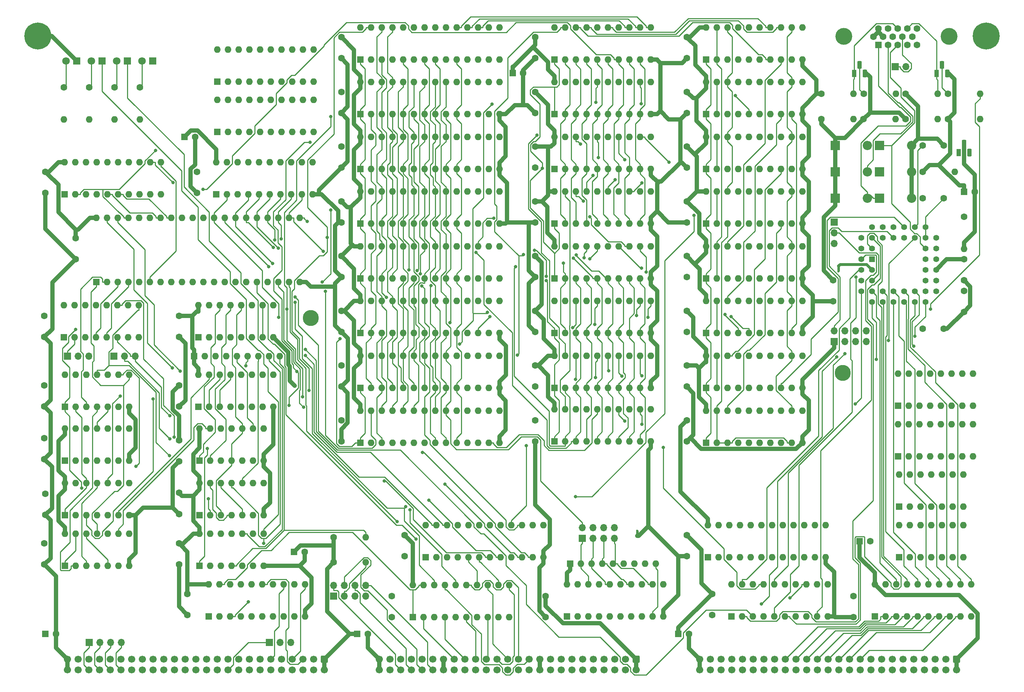
<source format=gbr>
%TF.GenerationSoftware,KiCad,Pcbnew,(6.0.11)*%
%TF.CreationDate,2024-01-15T09:12:28-05:00*%
%TF.ProjectId,input-output.GDC,696e7075-742d-46f7-9574-7075742e4744,rev?*%
%TF.SameCoordinates,Original*%
%TF.FileFunction,Copper,L2,Bot*%
%TF.FilePolarity,Positive*%
%FSLAX46Y46*%
G04 Gerber Fmt 4.6, Leading zero omitted, Abs format (unit mm)*
G04 Created by KiCad (PCBNEW (6.0.11)) date 2024-01-15 09:12:28*
%MOMM*%
%LPD*%
G01*
G04 APERTURE LIST*
G04 Aperture macros list*
%AMRoundRect*
0 Rectangle with rounded corners*
0 $1 Rounding radius*
0 $2 $3 $4 $5 $6 $7 $8 $9 X,Y pos of 4 corners*
0 Add a 4 corners polygon primitive as box body*
4,1,4,$2,$3,$4,$5,$6,$7,$8,$9,$2,$3,0*
0 Add four circle primitives for the rounded corners*
1,1,$1+$1,$2,$3*
1,1,$1+$1,$4,$5*
1,1,$1+$1,$6,$7*
1,1,$1+$1,$8,$9*
0 Add four rect primitives between the rounded corners*
20,1,$1+$1,$2,$3,$4,$5,0*
20,1,$1+$1,$4,$5,$6,$7,0*
20,1,$1+$1,$6,$7,$8,$9,0*
20,1,$1+$1,$8,$9,$2,$3,0*%
G04 Aperture macros list end*
%TA.AperFunction,ComponentPad*%
%ADD10C,6.400000*%
%TD*%
%TA.AperFunction,ComponentPad*%
%ADD11RoundRect,0.250000X-0.600000X0.600000X-0.600000X-0.600000X0.600000X-0.600000X0.600000X0.600000X0*%
%TD*%
%TA.AperFunction,ComponentPad*%
%ADD12C,1.700000*%
%TD*%
%TA.AperFunction,ComponentPad*%
%ADD13R,1.700000X1.700000*%
%TD*%
%TA.AperFunction,ComponentPad*%
%ADD14O,1.700000X1.700000*%
%TD*%
%TA.AperFunction,ComponentPad*%
%ADD15C,1.600000*%
%TD*%
%TA.AperFunction,ComponentPad*%
%ADD16R,1.600000X1.600000*%
%TD*%
%TA.AperFunction,ComponentPad*%
%ADD17O,1.600000X1.600000*%
%TD*%
%TA.AperFunction,ComponentPad*%
%ADD18R,2.200000X2.200000*%
%TD*%
%TA.AperFunction,ComponentPad*%
%ADD19O,2.200000X2.200000*%
%TD*%
%TA.AperFunction,ComponentPad*%
%ADD20R,1.800000X1.800000*%
%TD*%
%TA.AperFunction,ComponentPad*%
%ADD21C,1.800000*%
%TD*%
%TA.AperFunction,ComponentPad*%
%ADD22C,4.000000*%
%TD*%
%TA.AperFunction,ComponentPad*%
%ADD23C,0.600000*%
%TD*%
%TA.AperFunction,ComponentPad*%
%ADD24C,3.800000*%
%TD*%
%TA.AperFunction,ComponentPad*%
%ADD25R,1.422400X1.422400*%
%TD*%
%TA.AperFunction,ComponentPad*%
%ADD26C,1.422400*%
%TD*%
%TA.AperFunction,ComponentPad*%
%ADD27R,1.100000X1.800000*%
%TD*%
%TA.AperFunction,ComponentPad*%
%ADD28RoundRect,0.275000X-0.275000X-0.625000X0.275000X-0.625000X0.275000X0.625000X-0.275000X0.625000X0*%
%TD*%
%TA.AperFunction,ViaPad*%
%ADD29C,0.800000*%
%TD*%
%TA.AperFunction,Conductor*%
%ADD30C,0.250000*%
%TD*%
%TA.AperFunction,Conductor*%
%ADD31C,0.700000*%
%TD*%
%TA.AperFunction,Conductor*%
%ADD32C,1.000000*%
%TD*%
G04 APERTURE END LIST*
%TO.C,NT3*%
G36*
X230300000Y-130850000D02*
G01*
X229700000Y-130850000D01*
X229700000Y-129650000D01*
X230300000Y-129650000D01*
X230300000Y-130850000D01*
G37*
%TO.C,NT2*%
G36*
X182550000Y-193700000D02*
G01*
X181950000Y-193700000D01*
X181950000Y-192500000D01*
X182550000Y-192500000D01*
X182550000Y-193700000D01*
G37*
%TD*%
D10*
%TO.P,H2,1,1*%
%TO.N,GND*%
X265000000Y-75000000D03*
%TD*%
%TO.P,H1,1,1*%
%TO.N,GND*%
X40000000Y-75000000D03*
%TD*%
D11*
%TO.P,P2,1,Pin_1*%
%TO.N,VCC*%
X182000000Y-223000000D03*
D12*
%TO.P,P2,2,Pin_2*%
X182000000Y-225540000D03*
%TO.P,P2,3,Pin_3*%
%TO.N,/bus/A15*%
X179460000Y-223000000D03*
%TO.P,P2,4,Pin_4*%
%TO.N,/bus/A31*%
X179460000Y-225540000D03*
%TO.P,P2,5,Pin_5*%
%TO.N,/bus/A14*%
X176920000Y-223000000D03*
%TO.P,P2,6,Pin_6*%
%TO.N,/bus/A30*%
X176920000Y-225540000D03*
%TO.P,P2,7,Pin_7*%
%TO.N,/bus/A13*%
X174380000Y-223000000D03*
%TO.P,P2,8,Pin_8*%
%TO.N,/bus/A29*%
X174380000Y-225540000D03*
%TO.P,P2,9,Pin_9*%
%TO.N,/bus/A12*%
X171840000Y-223000000D03*
%TO.P,P2,10,Pin_10*%
%TO.N,/bus/A28*%
X171840000Y-225540000D03*
%TO.P,P2,11,Pin_11*%
%TO.N,/bus/A11*%
X169300000Y-223000000D03*
%TO.P,P2,12,Pin_12*%
%TO.N,/bus/A27*%
X169300000Y-225540000D03*
%TO.P,P2,13,Pin_13*%
%TO.N,/bus/A10*%
X166760000Y-223000000D03*
%TO.P,P2,14,Pin_14*%
%TO.N,/bus/A26*%
X166760000Y-225540000D03*
%TO.P,P2,15,Pin_15*%
%TO.N,/bus/A9*%
X164220000Y-223000000D03*
%TO.P,P2,16,Pin_16*%
%TO.N,/bus/A25*%
X164220000Y-225540000D03*
%TO.P,P2,17,Pin_17*%
%TO.N,/bus/A8*%
X161680000Y-223000000D03*
%TO.P,P2,18,Pin_18*%
%TO.N,/bus/A24*%
X161680000Y-225540000D03*
%TO.P,P2,19,Pin_19*%
%TO.N,+12V*%
X159140000Y-223000000D03*
%TO.P,P2,20,Pin_20*%
X159140000Y-225540000D03*
%TO.P,P2,21,Pin_21*%
%TO.N,A7*%
X156600000Y-223000000D03*
%TO.P,P2,22,Pin_22*%
%TO.N,/bus/A23*%
X156600000Y-225540000D03*
%TO.P,P2,23,Pin_23*%
%TO.N,A6*%
X154060000Y-223000000D03*
%TO.P,P2,24,Pin_24*%
%TO.N,/bus/A22*%
X154060000Y-225540000D03*
%TO.P,P2,25,Pin_25*%
%TO.N,A5*%
X151520000Y-223000000D03*
%TO.P,P2,26,Pin_26*%
%TO.N,/bus/A21*%
X151520000Y-225540000D03*
%TO.P,P2,27,Pin_27*%
%TO.N,A4*%
X148980000Y-223000000D03*
%TO.P,P2,28,Pin_28*%
%TO.N,/bus/A20*%
X148980000Y-225540000D03*
%TO.P,P2,29,Pin_29*%
%TO.N,A3*%
X146440000Y-223000000D03*
%TO.P,P2,30,Pin_30*%
%TO.N,/bus/A19*%
X146440000Y-225540000D03*
%TO.P,P2,31,Pin_31*%
%TO.N,A2*%
X143900000Y-223000000D03*
%TO.P,P2,32,Pin_32*%
%TO.N,/bus/A18*%
X143900000Y-225540000D03*
%TO.P,P2,33,Pin_33*%
%TO.N,A1*%
X141360000Y-223000000D03*
%TO.P,P2,34,Pin_34*%
%TO.N,/bus/A17*%
X141360000Y-225540000D03*
%TO.P,P2,35,Pin_35*%
%TO.N,A0*%
X138820000Y-223000000D03*
%TO.P,P2,36,Pin_36*%
%TO.N,/bus/A16*%
X138820000Y-225540000D03*
%TO.P,P2,37,Pin_37*%
%TO.N,-12V*%
X136280000Y-223000000D03*
%TO.P,P2,38,Pin_38*%
X136280000Y-225540000D03*
%TO.P,P2,39,Pin_39*%
%TO.N,/bus/IC3*%
X133740000Y-223000000D03*
%TO.P,P2,40,Pin_40*%
%TO.N,~{TEND1}*%
X133740000Y-225540000D03*
%TO.P,P2,41,Pin_41*%
%TO.N,/bus/IC2*%
X131200000Y-223000000D03*
%TO.P,P2,42,Pin_42*%
%TO.N,~{DREQ1}*%
X131200000Y-225540000D03*
%TO.P,P2,43,Pin_43*%
%TO.N,/bus/IC1*%
X128660000Y-223000000D03*
%TO.P,P2,44,Pin_44*%
%TO.N,~{TEND0}*%
X128660000Y-225540000D03*
%TO.P,P2,45,Pin_45*%
%TO.N,/bus/IC0*%
X126120000Y-223000000D03*
%TO.P,P2,46,Pin_46*%
%TO.N,~{DREQ0}*%
X126120000Y-225540000D03*
%TO.P,P2,47,Pin_47*%
%TO.N,/bus/AUXCLK1*%
X123580000Y-223000000D03*
%TO.P,P2,48,Pin_48*%
%TO.N,/bus/AUXCLK0*%
X123580000Y-225540000D03*
%TO.P,P2,49,Pin_49*%
%TO.N,GND*%
X121040000Y-223000000D03*
%TO.P,P2,50,Pin_50*%
X121040000Y-225540000D03*
%TD*%
D11*
%TO.P,P3,1,Pin_1*%
%TO.N,VCC*%
X258000000Y-223000000D03*
D12*
%TO.P,P3,2,Pin_2*%
X258000000Y-225540000D03*
%TO.P,P3,3,Pin_3*%
%TO.N,/bus/D15*%
X255460000Y-223000000D03*
%TO.P,P3,4,Pin_4*%
%TO.N,/bus/D31*%
X255460000Y-225540000D03*
%TO.P,P3,5,Pin_5*%
%TO.N,/bus/D14*%
X252920000Y-223000000D03*
%TO.P,P3,6,Pin_6*%
%TO.N,/bus/D30*%
X252920000Y-225540000D03*
%TO.P,P3,7,Pin_7*%
%TO.N,/bus/D13*%
X250380000Y-223000000D03*
%TO.P,P3,8,Pin_8*%
%TO.N,/bus/D29*%
X250380000Y-225540000D03*
%TO.P,P3,9,Pin_9*%
%TO.N,/bus/D12*%
X247840000Y-223000000D03*
%TO.P,P3,10,Pin_10*%
%TO.N,/bus/D28*%
X247840000Y-225540000D03*
%TO.P,P3,11,Pin_11*%
%TO.N,/bus/D11*%
X245300000Y-223000000D03*
%TO.P,P3,12,Pin_12*%
%TO.N,/bus/D27*%
X245300000Y-225540000D03*
%TO.P,P3,13,Pin_13*%
%TO.N,/bus/D10*%
X242760000Y-223000000D03*
%TO.P,P3,14,Pin_14*%
%TO.N,/bus/D26*%
X242760000Y-225540000D03*
%TO.P,P3,15,Pin_15*%
%TO.N,/bus/D9*%
X240220000Y-223000000D03*
%TO.P,P3,16,Pin_16*%
%TO.N,/bus/D25*%
X240220000Y-225540000D03*
%TO.P,P3,17,Pin_17*%
%TO.N,/bus/D8*%
X237680000Y-223000000D03*
%TO.P,P3,18,Pin_18*%
%TO.N,/bus/D24*%
X237680000Y-225540000D03*
%TO.P,P3,19,Pin_19*%
%TO.N,D7*%
X235140000Y-223000000D03*
%TO.P,P3,20,Pin_20*%
%TO.N,/bus/D23*%
X235140000Y-225540000D03*
%TO.P,P3,21,Pin_21*%
%TO.N,D6*%
X232600000Y-223000000D03*
%TO.P,P3,22,Pin_22*%
%TO.N,/bus/D22*%
X232600000Y-225540000D03*
%TO.P,P3,23,Pin_23*%
%TO.N,D5*%
X230060000Y-223000000D03*
%TO.P,P3,24,Pin_24*%
%TO.N,/bus/D21*%
X230060000Y-225540000D03*
%TO.P,P3,25,Pin_25*%
%TO.N,D4*%
X227520000Y-223000000D03*
%TO.P,P3,26,Pin_26*%
%TO.N,/bus/D20*%
X227520000Y-225540000D03*
%TO.P,P3,27,Pin_27*%
%TO.N,D3*%
X224980000Y-223000000D03*
%TO.P,P3,28,Pin_28*%
%TO.N,/bus/D19*%
X224980000Y-225540000D03*
%TO.P,P3,29,Pin_29*%
%TO.N,D2*%
X222440000Y-223000000D03*
%TO.P,P3,30,Pin_30*%
%TO.N,/bus/D18*%
X222440000Y-225540000D03*
%TO.P,P3,31,Pin_31*%
%TO.N,D1*%
X219900000Y-223000000D03*
%TO.P,P3,32,Pin_32*%
%TO.N,/bus/D17*%
X219900000Y-225540000D03*
%TO.P,P3,33,Pin_33*%
%TO.N,D0*%
X217360000Y-223000000D03*
%TO.P,P3,34,Pin_34*%
%TO.N,/bus/D16*%
X217360000Y-225540000D03*
%TO.P,P3,35,Pin_35*%
%TO.N,/bus/~{BUSERR}*%
X214820000Y-223000000D03*
%TO.P,P3,36,Pin_36*%
%TO.N,/bus/UDS*%
X214820000Y-225540000D03*
%TO.P,P3,37,Pin_37*%
%TO.N,/bus/~{VPA}*%
X212280000Y-223000000D03*
%TO.P,P3,38,Pin_38*%
%TO.N,/bus/LDS*%
X212280000Y-225540000D03*
%TO.P,P3,39,Pin_39*%
%TO.N,/bus/~{VMA}*%
X209740000Y-223000000D03*
%TO.P,P3,40,Pin_40*%
%TO.N,/bus/S2*%
X209740000Y-225540000D03*
%TO.P,P3,41,Pin_41*%
%TO.N,/bus/~{BHE}*%
X207200000Y-223000000D03*
%TO.P,P3,42,Pin_42*%
%TO.N,/bus/S1*%
X207200000Y-225540000D03*
%TO.P,P3,43,Pin_43*%
%TO.N,/bus/IPL2*%
X204660000Y-223000000D03*
%TO.P,P3,44,Pin_44*%
%TO.N,/bus/S0*%
X204660000Y-225540000D03*
%TO.P,P3,45,Pin_45*%
%TO.N,/bus/IPL1*%
X202120000Y-223000000D03*
%TO.P,P3,46,Pin_46*%
%TO.N,/bus/AUXCLK3*%
X202120000Y-225540000D03*
%TO.P,P3,47,Pin_47*%
%TO.N,/bus/IPL0*%
X199580000Y-223000000D03*
%TO.P,P3,48,Pin_48*%
%TO.N,/bus/AUXCLK2*%
X199580000Y-225540000D03*
%TO.P,P3,49,Pin_49*%
%TO.N,GND*%
X197040000Y-223000000D03*
%TO.P,P3,50,Pin_50*%
X197040000Y-225540000D03*
%TD*%
D11*
%TO.P,P1,1,Pin_1*%
%TO.N,VCC*%
X108000000Y-223000000D03*
D12*
%TO.P,P1,2,Pin_2*%
X108000000Y-225540000D03*
%TO.P,P1,3,Pin_3*%
%TO.N,~{RD}*%
X105460000Y-223000000D03*
%TO.P,P1,4,Pin_4*%
%TO.N,/bus/E*%
X105460000Y-225540000D03*
%TO.P,P1,5,Pin_5*%
%TO.N,~{WR}*%
X102920000Y-223000000D03*
%TO.P,P1,6,Pin_6*%
%TO.N,/bus/ST*%
X102920000Y-225540000D03*
%TO.P,P1,7,Pin_7*%
%TO.N,~{IORQ}*%
X100380000Y-223000000D03*
%TO.P,P1,8,Pin_8*%
%TO.N,/bus/PHI*%
X100380000Y-225540000D03*
%TO.P,P1,9,Pin_9*%
%TO.N,/bus/~{MREQ}*%
X97840000Y-223000000D03*
%TO.P,P1,10,Pin_10*%
%TO.N,/bus/~{INT2}*%
X97840000Y-225540000D03*
%TO.P,P1,11,Pin_11*%
%TO.N,~{M1}*%
X95300000Y-223000000D03*
%TO.P,P1,12,Pin_12*%
%TO.N,/bus/~{INT1}*%
X95300000Y-225540000D03*
%TO.P,P1,13,Pin_13*%
%TO.N,/bus/~{BUSACK}*%
X92760000Y-223000000D03*
%TO.P,P1,14,Pin_14*%
%TO.N,/bus/CRUCLK*%
X92760000Y-225540000D03*
%TO.P,P1,15,Pin_15*%
%TO.N,/bus/CLK*%
X90220000Y-223000000D03*
%TO.P,P1,16,Pin_16*%
%TO.N,/bus/CRUOUT*%
X90220000Y-225540000D03*
%TO.P,P1,17,Pin_17*%
%TO.N,/bus/~{INT0}*%
X87680000Y-223000000D03*
%TO.P,P1,18,Pin_18*%
%TO.N,/bus/CRUIN*%
X87680000Y-225540000D03*
%TO.P,P1,19,Pin_19*%
%TO.N,/bus/~{NMI}*%
X85140000Y-223000000D03*
%TO.P,P1,20,Pin_20*%
%TO.N,~{RES_IN}*%
X85140000Y-225540000D03*
%TO.P,P1,21,Pin_21*%
%TO.N,~{RES_OUT}*%
X82600000Y-223000000D03*
%TO.P,P1,22,Pin_22*%
%TO.N,/bus/USER8*%
X82600000Y-225540000D03*
%TO.P,P1,23,Pin_23*%
%TO.N,/bus/~{BUSRQ}*%
X80060000Y-223000000D03*
%TO.P,P1,24,Pin_24*%
%TO.N,/bus/USER7*%
X80060000Y-225540000D03*
%TO.P,P1,25,Pin_25*%
%TO.N,/bus/~{WAIT}*%
X77520000Y-223000000D03*
%TO.P,P1,26,Pin_26*%
%TO.N,/bus/USER6*%
X77520000Y-225540000D03*
%TO.P,P1,27,Pin_27*%
%TO.N,/bus/~{HALT}*%
X74980000Y-223000000D03*
%TO.P,P1,28,Pin_28*%
%TO.N,/bus/USER5*%
X74980000Y-225540000D03*
%TO.P,P1,29,Pin_29*%
%TO.N,/bus/~{RFSH}*%
X72440000Y-223000000D03*
%TO.P,P1,30,Pin_30*%
%TO.N,/bus/USER4*%
X72440000Y-225540000D03*
%TO.P,P1,31,Pin_31*%
%TO.N,/bus/~{EIRQ7}*%
X69900000Y-223000000D03*
%TO.P,P1,32,Pin_32*%
%TO.N,/bus/USER3*%
X69900000Y-225540000D03*
%TO.P,P1,33,Pin_33*%
%TO.N,/bus/~{EIRQ6}*%
X67360000Y-223000000D03*
%TO.P,P1,34,Pin_34*%
%TO.N,/bus/USER2*%
X67360000Y-225540000D03*
%TO.P,P1,35,Pin_35*%
%TO.N,/bus/~{EIRQ5}*%
X64820000Y-223000000D03*
%TO.P,P1,36,Pin_36*%
%TO.N,/bus/USER1*%
X64820000Y-225540000D03*
%TO.P,P1,37,Pin_37*%
%TO.N,/bus/~{EIRQ4}*%
X62280000Y-223000000D03*
%TO.P,P1,38,Pin_38*%
%TO.N,/bus/USER0*%
X62280000Y-225540000D03*
%TO.P,P1,39,Pin_39*%
%TO.N,/bus/~{EIRQ3}*%
X59740000Y-223000000D03*
%TO.P,P1,40,Pin_40*%
%TO.N,~{BAI}*%
X59740000Y-225540000D03*
%TO.P,P1,41,Pin_41*%
%TO.N,/bus/~{EIRQ2}*%
X57200000Y-223000000D03*
%TO.P,P1,42,Pin_42*%
%TO.N,~{BAO}*%
X57200000Y-225540000D03*
%TO.P,P1,43,Pin_43*%
%TO.N,/bus/~{EIRQ1}*%
X54660000Y-223000000D03*
%TO.P,P1,44,Pin_44*%
%TO.N,~{IEI}*%
X54660000Y-225540000D03*
%TO.P,P1,45,Pin_45*%
%TO.N,/bus/~{EIRQ0}*%
X52120000Y-223000000D03*
%TO.P,P1,46,Pin_46*%
%TO.N,~{IEO}*%
X52120000Y-225540000D03*
%TO.P,P1,47,Pin_47*%
%TO.N,/bus/I2C_SCL*%
X49580000Y-223000000D03*
%TO.P,P1,48,Pin_48*%
%TO.N,/bus/I2C_SDA*%
X49580000Y-225540000D03*
%TO.P,P1,49,Pin_49*%
%TO.N,GND*%
X47040000Y-223000000D03*
%TO.P,P1,50,Pin_50*%
X47040000Y-225540000D03*
%TD*%
D13*
%TO.P,JP1,1,Pin_1*%
%TO.N,H+VSYNC-*%
X229000000Y-119225000D03*
D14*
%TO.P,JP1,2,Pin_2*%
%TO.N,Net-(JP1-Pad2)*%
X229000000Y-121765000D03*
%TO.P,JP1,3,Pin_3*%
%TO.N,ZERO*%
X229000000Y-124305000D03*
%TD*%
D15*
%TO.P,C16,1*%
%TO.N,VCC*%
X73500000Y-171000000D03*
%TO.P,C16,2*%
%TO.N,GND*%
X73500000Y-176000000D03*
%TD*%
D16*
%TO.P,U32,1,S0*%
%TO.N,VSR-LD*%
X198575000Y-93570000D03*
D17*
%TO.P,U32,2,OE1*%
%TO.N,Net-(R3-Pad2)*%
X201115000Y-93570000D03*
%TO.P,U32,3,OE2*%
X203655000Y-93570000D03*
%TO.P,U32,4,IO6*%
%TO.N,/VSRAM/V2D14*%
X206195000Y-93570000D03*
%TO.P,U32,5,IO4*%
%TO.N,/VSRAM/V2D12*%
X208735000Y-93570000D03*
%TO.P,U32,6,IO2*%
%TO.N,/VSRAM/V2D10*%
X211275000Y-93570000D03*
%TO.P,U32,7,IO0*%
%TO.N,/VSRAM/V2D8*%
X213815000Y-93570000D03*
%TO.P,U32,8,Q0*%
%TO.N,Net-(U31-Pad18)*%
X216355000Y-93570000D03*
%TO.P,U32,9,Mr*%
%TO.N,Net-(R3-Pad2)*%
X218895000Y-93570000D03*
%TO.P,U32,10,GND*%
%TO.N,GND*%
X221435000Y-93570000D03*
%TO.P,U32,11,Ds0*%
%TO.N,unconnected-(U32-Pad11)*%
X221435000Y-85950000D03*
%TO.P,U32,12,Cp*%
%TO.N,PIX-CLK*%
X218895000Y-85950000D03*
%TO.P,U32,13,IO1*%
%TO.N,/VSRAM/V2D9*%
X216355000Y-85950000D03*
%TO.P,U32,14,IO3*%
%TO.N,/VSRAM/V2D11*%
X213815000Y-85950000D03*
%TO.P,U32,15,IO5*%
%TO.N,/VSRAM/V2D13*%
X211275000Y-85950000D03*
%TO.P,U32,16,IO7*%
%TO.N,/VSRAM/V2D15*%
X208735000Y-85950000D03*
%TO.P,U32,17,Q7*%
%TO.N,unconnected-(U32-Pad17)*%
X206195000Y-85950000D03*
%TO.P,U32,18,Ds7*%
%TO.N,ZERO*%
X203655000Y-85950000D03*
%TO.P,U32,19,S1*%
%TO.N,Net-(R3-Pad2)*%
X201115000Y-85950000D03*
%TO.P,U32,20,VCC*%
%TO.N,VCC*%
X198575000Y-85950000D03*
%TD*%
D15*
%TO.P,C58,1*%
%TO.N,VCC*%
X41800000Y-183750000D03*
%TO.P,C58,2*%
%TO.N,GND*%
X41800000Y-188750000D03*
%TD*%
D16*
%TO.P,U3,1,I0/CLK*%
%TO.N,unconnected-(U3-Pad1)*%
X132025000Y-198800000D03*
D17*
%TO.P,U3,2,I1*%
%TO.N,~{bRD}*%
X134565000Y-198800000D03*
%TO.P,U3,3,I2*%
%TO.N,~{bWR}*%
X137105000Y-198800000D03*
%TO.P,U3,4,I3*%
%TO.N,~{CS_BRD}*%
X139645000Y-198800000D03*
%TO.P,U3,5,I4*%
%TO.N,bA2*%
X142185000Y-198800000D03*
%TO.P,U3,6,I5*%
%TO.N,bA3*%
X144725000Y-198800000D03*
%TO.P,U3,7,I6*%
%TO.N,~{DBIN_GDC}*%
X147265000Y-198800000D03*
%TO.P,U3,8,I7*%
%TO.N,~{ALE2}*%
X149805000Y-198800000D03*
%TO.P,U3,9,I8*%
%TO.N,2xWCLK*%
X152345000Y-198800000D03*
%TO.P,U3,10,I9*%
%TO.N,HSYNC-*%
X154885000Y-198800000D03*
%TO.P,U3,11,I10*%
%TO.N,VSYNC-*%
X157425000Y-198800000D03*
%TO.P,U3,12,GND*%
%TO.N,GND*%
X159965000Y-198800000D03*
%TO.P,U3,13,I11*%
%TO.N,unconnected-(U3-Pad13)*%
X159965000Y-191180000D03*
%TO.P,U3,14,O9*%
%TO.N,H+VSYNC-*%
X157425000Y-191180000D03*
%TO.P,U3,15,O8*%
%TO.N,~{READ_VRAM}*%
X154885000Y-191180000D03*
%TO.P,U3,16,O7*%
%TO.N,~{DBIN}*%
X152345000Y-191180000D03*
%TO.P,U3,17,O6*%
%TO.N,~{CS_GDC}*%
X149805000Y-191180000D03*
%TO.P,U3,18,O5*%
%TO.N,~{CS_RAMDAC}*%
X147265000Y-191180000D03*
%TO.P,U3,19,O4*%
%TO.N,~{CS_RAMDAC_RD}*%
X144725000Y-191180000D03*
%TO.P,U3,20,O3*%
%TO.N,~{CS_RAMDAC_WR}*%
X142185000Y-191180000D03*
%TO.P,U3,21,O2*%
%TO.N,~{CS_LATCH}*%
X139645000Y-191180000D03*
%TO.P,U3,22,O1*%
%TO.N,~{CS_GDC_WR}*%
X137105000Y-191180000D03*
%TO.P,U3,23,O0*%
%TO.N,~{CS_GDC_RD}*%
X134565000Y-191180000D03*
%TO.P,U3,24,VCC*%
%TO.N,VCC*%
X132025000Y-191180000D03*
%TD*%
D15*
%TO.P,R5,1*%
%TO.N,VCC*%
X255940000Y-94750000D03*
D17*
%TO.P,R5,2*%
%TO.N,Net-(R5-Pad2)*%
X263560000Y-94750000D03*
%TD*%
D15*
%TO.P,C52,1*%
%TO.N,VCC*%
X250000000Y-144500000D03*
%TO.P,C52,2*%
%TO.N,GND*%
X255000000Y-144500000D03*
%TD*%
%TO.P,R2,1*%
%TO.N,VCC*%
X225940000Y-94750000D03*
D17*
%TO.P,R2,2*%
%TO.N,Net-(R2-Pad2)*%
X233560000Y-94750000D03*
%TD*%
D16*
%TO.P,U28,1,A14*%
%TO.N,/VSRAM/MA14*%
X116500000Y-93570000D03*
D17*
%TO.P,U28,2,A12*%
%TO.N,/VSRAM/MA12*%
X119040000Y-93570000D03*
%TO.P,U28,3,A7*%
%TO.N,/VSRAM/MA7*%
X121580000Y-93570000D03*
%TO.P,U28,4,A6*%
%TO.N,/VSRAM/MA6*%
X124120000Y-93570000D03*
%TO.P,U28,5,A5*%
%TO.N,/VSRAM/MA5*%
X126660000Y-93570000D03*
%TO.P,U28,6,A4*%
%TO.N,/VSRAM/MA4*%
X129200000Y-93570000D03*
%TO.P,U28,7,A3*%
%TO.N,/VSRAM/MA3*%
X131740000Y-93570000D03*
%TO.P,U28,8,A2*%
%TO.N,/VSRAM/MA2*%
X134280000Y-93570000D03*
%TO.P,U28,9,A1*%
%TO.N,/VSRAM/MA1*%
X136820000Y-93570000D03*
%TO.P,U28,10,A0*%
%TO.N,/VSRAM/MA0*%
X139360000Y-93570000D03*
%TO.P,U28,11,Q0*%
%TO.N,/VSRAM/V2D8*%
X141900000Y-93570000D03*
%TO.P,U28,12,Q1*%
%TO.N,/VSRAM/V2D9*%
X144440000Y-93570000D03*
%TO.P,U28,13,Q2*%
%TO.N,/VSRAM/V2D10*%
X146980000Y-93570000D03*
%TO.P,U28,14,GND*%
%TO.N,GND*%
X149520000Y-93570000D03*
%TO.P,U28,15,Q3*%
%TO.N,/VSRAM/V2D11*%
X149520000Y-85950000D03*
%TO.P,U28,16,Q4*%
%TO.N,/VSRAM/V2D12*%
X146980000Y-85950000D03*
%TO.P,U28,17,Q5*%
%TO.N,/VSRAM/V2D13*%
X144440000Y-85950000D03*
%TO.P,U28,18,Q6*%
%TO.N,/VSRAM/V2D14*%
X141900000Y-85950000D03*
%TO.P,U28,19,Q7*%
%TO.N,/VSRAM/V2D15*%
X139360000Y-85950000D03*
%TO.P,U28,20,~{CS}*%
%TO.N,ZERO*%
X136820000Y-85950000D03*
%TO.P,U28,21,A10*%
%TO.N,/VSRAM/MA10*%
X134280000Y-85950000D03*
%TO.P,U28,22,~{OE}*%
%TO.N,~{READ_VRAM}*%
X131740000Y-85950000D03*
%TO.P,U28,23,A11*%
%TO.N,/VSRAM/MA11*%
X129200000Y-85950000D03*
%TO.P,U28,24,A9*%
%TO.N,/VSRAM/MA9*%
X126660000Y-85950000D03*
%TO.P,U28,25,A8*%
%TO.N,/VSRAM/MA8*%
X124120000Y-85950000D03*
%TO.P,U28,26,A13*%
%TO.N,/VSRAM/MA13*%
X121580000Y-85950000D03*
%TO.P,U28,27,~{WE}*%
%TO.N,/VSRAM/~{WE2}*%
X119040000Y-85950000D03*
%TO.P,U28,28,VCC*%
%TO.N,VCC*%
X116500000Y-85950000D03*
%TD*%
D16*
%TO.P,U17,1*%
%TO.N,Net-(U17-Pad1)*%
X78375000Y-175800000D03*
D17*
%TO.P,U17,2*%
%TO.N,Net-(U17-Pad2)*%
X80915000Y-175800000D03*
%TO.P,U17,3*%
%TO.N,N/C*%
X83455000Y-175800000D03*
%TO.P,U17,4*%
%TO.N,/uPD7220/2xWCLK#*%
X85995000Y-175800000D03*
%TO.P,U17,5*%
%TO.N,Net-(U17-Pad5)*%
X88535000Y-175800000D03*
%TO.P,U17,6*%
%TO.N,/uPD7220/VSR-LD#*%
X91075000Y-175800000D03*
%TO.P,U17,7,GND*%
%TO.N,GND*%
X93615000Y-175800000D03*
%TO.P,U17,8*%
%TO.N,~{WE}*%
X93615000Y-168180000D03*
%TO.P,U17,9*%
%TO.N,/uPD7220/PU4.7K-K*%
X91075000Y-168180000D03*
%TO.P,U17,10*%
%TO.N,/uPD7220/2xWCLK#*%
X88535000Y-168180000D03*
%TO.P,U17,11*%
%TO.N,N/C*%
X85995000Y-168180000D03*
%TO.P,U17,12*%
%TO.N,/uPD7220/PU4.7K-K*%
X83455000Y-168180000D03*
%TO.P,U17,13*%
%TO.N,Net-(U17-Pad13)*%
X80915000Y-168180000D03*
%TO.P,U17,14,VCC*%
%TO.N,VCC*%
X78375000Y-168180000D03*
%TD*%
D16*
%TO.P,U4,1,2xWCLK*%
%TO.N,2xWCLK*%
X53875000Y-133395000D03*
D17*
%TO.P,U4,2,/DBIN*%
%TO.N,~{DBIN_GDC}*%
X56415000Y-133395000D03*
%TO.P,U4,3,HSYNC*%
%TO.N,Net-(U4-Pad3)*%
X58955000Y-133395000D03*
%TO.P,U4,4,V/EXT_SYNC*%
%TO.N,Net-(U4-Pad4)*%
X61495000Y-133395000D03*
%TO.P,U4,5,BLANK*%
%TO.N,Net-(U4-Pad5)*%
X64035000Y-133395000D03*
%TO.P,U4,6,ALE*%
%TO.N,ALE*%
X66575000Y-133395000D03*
%TO.P,U4,7,DRQ*%
%TO.N,Net-(U4-Pad7)*%
X69115000Y-133395000D03*
%TO.P,U4,8,/DACK*%
%TO.N,/uPD7220/TEND#*%
X71655000Y-133395000D03*
%TO.P,U4,9,/RD*%
%TO.N,~{CS_GDC_RD}*%
X74195000Y-133395000D03*
%TO.P,U4,10,/WR*%
%TO.N,~{CS_GDC_WR}*%
X76735000Y-133395000D03*
%TO.P,U4,11,A0*%
%TO.N,bA0*%
X79275000Y-133395000D03*
%TO.P,U4,12,DB0*%
%TO.N,bD0*%
X81815000Y-133395000D03*
%TO.P,U4,13,DB1*%
%TO.N,bD1*%
X84355000Y-133395000D03*
%TO.P,U4,14,DB2*%
%TO.N,bD2*%
X86895000Y-133395000D03*
%TO.P,U4,15,DB3*%
%TO.N,bD3*%
X89435000Y-133395000D03*
%TO.P,U4,16,DB4*%
%TO.N,bD4*%
X91975000Y-133395000D03*
%TO.P,U4,17,DB5*%
%TO.N,bD5*%
X94515000Y-133395000D03*
%TO.P,U4,18,DB6*%
%TO.N,bD6*%
X97055000Y-133395000D03*
%TO.P,U4,19,DB7*%
%TO.N,bD7*%
X99595000Y-133395000D03*
%TO.P,U4,20,GND*%
%TO.N,GND*%
X102135000Y-133395000D03*
%TO.P,U4,21,LPEN/DH*%
%TO.N,ZERO*%
X102135000Y-118155000D03*
%TO.P,U4,22,AD0*%
%TO.N,AD0*%
X99595000Y-118155000D03*
%TO.P,U4,23,AD1*%
%TO.N,AD1*%
X97055000Y-118155000D03*
%TO.P,U4,24,AD2*%
%TO.N,AD2*%
X94515000Y-118155000D03*
%TO.P,U4,25,AD3*%
%TO.N,AD3*%
X91975000Y-118155000D03*
%TO.P,U4,26,AD4*%
%TO.N,AD4*%
X89435000Y-118155000D03*
%TO.P,U4,27,AD5*%
%TO.N,AD5*%
X86895000Y-118155000D03*
%TO.P,U4,28,AD6*%
%TO.N,AD6*%
X84355000Y-118155000D03*
%TO.P,U4,29,AD7*%
%TO.N,AD7*%
X81815000Y-118155000D03*
%TO.P,U4,30,AD8*%
%TO.N,AD8*%
X79275000Y-118155000D03*
%TO.P,U4,31,AD9*%
%TO.N,AD9*%
X76735000Y-118155000D03*
%TO.P,U4,32,AD10*%
%TO.N,AD10*%
X74195000Y-118155000D03*
%TO.P,U4,33,AD11*%
%TO.N,AD11*%
X71655000Y-118155000D03*
%TO.P,U4,34,AD12*%
%TO.N,AD12*%
X69115000Y-118155000D03*
%TO.P,U4,35,AD13*%
%TO.N,AD13*%
X66575000Y-118155000D03*
%TO.P,U4,36,AD14*%
%TO.N,AD14*%
X64035000Y-118155000D03*
%TO.P,U4,37,AD15*%
%TO.N,AD15*%
X61495000Y-118155000D03*
%TO.P,U4,38,A16*%
%TO.N,AD16*%
X58955000Y-118155000D03*
%TO.P,U4,39,A17*%
%TO.N,AD17*%
X56415000Y-118155000D03*
%TO.P,U4,40,VCC*%
%TO.N,VCC*%
X53875000Y-118155000D03*
%TD*%
D16*
%TO.P,U31,1,S0*%
%TO.N,VSR-LD*%
X198575000Y-145570000D03*
D17*
%TO.P,U31,2,OE1*%
%TO.N,Net-(R3-Pad2)*%
X201115000Y-145570000D03*
%TO.P,U31,3,OE2*%
X203655000Y-145570000D03*
%TO.P,U31,4,IO6*%
%TO.N,/VSRAM/V2D6*%
X206195000Y-145570000D03*
%TO.P,U31,5,IO4*%
%TO.N,/VSRAM/V2D4*%
X208735000Y-145570000D03*
%TO.P,U31,6,IO2*%
%TO.N,/VSRAM/V2D2*%
X211275000Y-145570000D03*
%TO.P,U31,7,IO0*%
%TO.N,/VSRAM/V2D0*%
X213815000Y-145570000D03*
%TO.P,U31,8,Q0*%
%TO.N,COLOR2*%
X216355000Y-145570000D03*
%TO.P,U31,9,Mr*%
%TO.N,Net-(R3-Pad2)*%
X218895000Y-145570000D03*
%TO.P,U31,10,GND*%
%TO.N,GND*%
X221435000Y-145570000D03*
%TO.P,U31,11,Ds0*%
%TO.N,unconnected-(U31-Pad11)*%
X221435000Y-137950000D03*
%TO.P,U31,12,Cp*%
%TO.N,PIX-CLK*%
X218895000Y-137950000D03*
%TO.P,U31,13,IO1*%
%TO.N,/VSRAM/V2D1*%
X216355000Y-137950000D03*
%TO.P,U31,14,IO3*%
%TO.N,/VSRAM/V2D3*%
X213815000Y-137950000D03*
%TO.P,U31,15,IO5*%
%TO.N,/VSRAM/V2D5*%
X211275000Y-137950000D03*
%TO.P,U31,16,IO7*%
%TO.N,/VSRAM/V2D7*%
X208735000Y-137950000D03*
%TO.P,U31,17,Q7*%
%TO.N,unconnected-(U31-Pad17)*%
X206195000Y-137950000D03*
%TO.P,U31,18,Ds7*%
%TO.N,Net-(U31-Pad18)*%
X203655000Y-137950000D03*
%TO.P,U31,19,S1*%
%TO.N,Net-(R3-Pad2)*%
X201115000Y-137950000D03*
%TO.P,U31,20,VCC*%
%TO.N,VCC*%
X198575000Y-137950000D03*
%TD*%
D15*
%TO.P,C55,1*%
%TO.N,VCC*%
X194000000Y-101270000D03*
%TO.P,C55,2*%
%TO.N,GND*%
X194000000Y-106270000D03*
%TD*%
D16*
%TO.P,J2,1,Pin_1*%
%TO.N,unconnected-(J2-Pad1)*%
X244125000Y-162800000D03*
D17*
%TO.P,J2,2,Pin_2*%
%TO.N,unconnected-(J2-Pad2)*%
X246665000Y-162800000D03*
%TO.P,J2,3,Pin_3*%
%TO.N,unconnected-(J2-Pad3)*%
X249205000Y-162800000D03*
%TO.P,J2,4,Pin_4*%
%TO.N,unconnected-(J2-Pad4)*%
X251745000Y-162800000D03*
%TO.P,J2,5,Pin_5*%
%TO.N,unconnected-(J2-Pad5)*%
X254285000Y-162800000D03*
%TO.P,J2,6,Pin_6*%
%TO.N,unconnected-(J2-Pad6)*%
X256825000Y-162800000D03*
%TO.P,J2,7,Pin_7*%
%TO.N,unconnected-(J2-Pad7)*%
X259365000Y-162800000D03*
%TO.P,J2,8,Pin_8*%
%TO.N,unconnected-(J2-Pad8)*%
X261905000Y-162800000D03*
%TO.P,J2,9,Pin_9*%
%TO.N,unconnected-(J2-Pad9)*%
X261905000Y-155180000D03*
%TO.P,J2,10,Pin_10*%
%TO.N,unconnected-(J2-Pad10)*%
X259365000Y-155180000D03*
%TO.P,J2,11,Pin_11*%
%TO.N,unconnected-(J2-Pad11)*%
X256825000Y-155180000D03*
%TO.P,J2,12,Pin_12*%
%TO.N,unconnected-(J2-Pad12)*%
X254285000Y-155180000D03*
%TO.P,J2,13,Pin_13*%
%TO.N,unconnected-(J2-Pad13)*%
X251745000Y-155180000D03*
%TO.P,J2,14,Pin_14*%
%TO.N,unconnected-(J2-Pad14)*%
X249205000Y-155180000D03*
%TO.P,J2,15,Pin_15*%
%TO.N,unconnected-(J2-Pad15)*%
X246665000Y-155180000D03*
%TO.P,J2,16,Pin_16*%
%TO.N,unconnected-(J2-Pad16)*%
X244125000Y-155180000D03*
%TD*%
D16*
%TO.P,U7,1,I0/CLK*%
%TO.N,unconnected-(U7-Pad1)*%
X199000000Y-198800000D03*
D17*
%TO.P,U7,2,I1*%
%TO.N,unconnected-(U7-Pad2)*%
X201540000Y-198800000D03*
%TO.P,U7,3,I2*%
%TO.N,unconnected-(U7-Pad3)*%
X204080000Y-198800000D03*
%TO.P,U7,4,I3*%
%TO.N,unconnected-(U7-Pad4)*%
X206620000Y-198800000D03*
%TO.P,U7,5,I4*%
%TO.N,unconnected-(U7-Pad5)*%
X209160000Y-198800000D03*
%TO.P,U7,6,I5*%
%TO.N,unconnected-(U7-Pad6)*%
X211700000Y-198800000D03*
%TO.P,U7,7,I6*%
%TO.N,unconnected-(U7-Pad7)*%
X214240000Y-198800000D03*
%TO.P,U7,8,I7*%
%TO.N,unconnected-(U7-Pad8)*%
X216780000Y-198800000D03*
%TO.P,U7,9,I8*%
%TO.N,unconnected-(U7-Pad9)*%
X219320000Y-198800000D03*
%TO.P,U7,10,I9*%
%TO.N,unconnected-(U7-Pad10)*%
X221860000Y-198800000D03*
%TO.P,U7,11,I10*%
%TO.N,unconnected-(U7-Pad11)*%
X224400000Y-198800000D03*
%TO.P,U7,12,GND*%
%TO.N,GND*%
X226940000Y-198800000D03*
%TO.P,U7,13,I11*%
%TO.N,unconnected-(U7-Pad13)*%
X226940000Y-191180000D03*
%TO.P,U7,14,O9*%
%TO.N,unconnected-(U7-Pad14)*%
X224400000Y-191180000D03*
%TO.P,U7,15,O8*%
%TO.N,unconnected-(U7-Pad15)*%
X221860000Y-191180000D03*
%TO.P,U7,16,O7*%
%TO.N,unconnected-(U7-Pad16)*%
X219320000Y-191180000D03*
%TO.P,U7,17,O6*%
%TO.N,unconnected-(U7-Pad17)*%
X216780000Y-191180000D03*
%TO.P,U7,18,O5*%
%TO.N,unconnected-(U7-Pad18)*%
X214240000Y-191180000D03*
%TO.P,U7,19,O4*%
%TO.N,unconnected-(U7-Pad19)*%
X211700000Y-191180000D03*
%TO.P,U7,20,O3*%
%TO.N,unconnected-(U7-Pad20)*%
X209160000Y-191180000D03*
%TO.P,U7,21,O2*%
%TO.N,unconnected-(U7-Pad21)*%
X206620000Y-191180000D03*
%TO.P,U7,22,O1*%
%TO.N,unconnected-(U7-Pad22)*%
X204080000Y-191180000D03*
%TO.P,U7,23,O0*%
%TO.N,unconnected-(U7-Pad23)*%
X201540000Y-191180000D03*
%TO.P,U7,24,VCC*%
%TO.N,VCC*%
X199000000Y-191180000D03*
%TD*%
D18*
%TO.P,D9,1,K*%
%TO.N,VCC*%
X229190000Y-101000000D03*
D19*
%TO.P,D9,2,A*%
%TO.N,/RAMDAC/BLU*%
X236810000Y-101000000D03*
%TD*%
D15*
%TO.P,C43,1*%
%TO.N,VCC*%
X112000000Y-127270000D03*
%TO.P,C43,2*%
%TO.N,GND*%
X112000000Y-132270000D03*
%TD*%
D16*
%TO.P,C22,1*%
%TO.N,VCC*%
X115794900Y-217000000D03*
D15*
%TO.P,C22,2*%
%TO.N,GND*%
X118294900Y-217000000D03*
%TD*%
%TO.P,C10,1*%
%TO.N,VCC*%
X73500000Y-141500000D03*
%TO.P,C10,2*%
%TO.N,GND*%
X73500000Y-146500000D03*
%TD*%
%TO.P,C46,1*%
%TO.N,VCC*%
X194000000Y-153270000D03*
%TO.P,C46,2*%
%TO.N,GND*%
X194000000Y-158270000D03*
%TD*%
D16*
%TO.P,U29,1,S0*%
%TO.N,VSR-LD*%
X198575000Y-171570000D03*
D17*
%TO.P,U29,2,OE1*%
%TO.N,Net-(R2-Pad2)*%
X201115000Y-171570000D03*
%TO.P,U29,3,OE2*%
X203655000Y-171570000D03*
%TO.P,U29,4,IO6*%
%TO.N,/VSRAM/V0D6*%
X206195000Y-171570000D03*
%TO.P,U29,5,IO4*%
%TO.N,/VSRAM/V0D4*%
X208735000Y-171570000D03*
%TO.P,U29,6,IO2*%
%TO.N,/VSRAM/V0D2*%
X211275000Y-171570000D03*
%TO.P,U29,7,IO0*%
%TO.N,/VSRAM/V0D0*%
X213815000Y-171570000D03*
%TO.P,U29,8,Q0*%
%TO.N,COLOR0*%
X216355000Y-171570000D03*
%TO.P,U29,9,Mr*%
%TO.N,Net-(R2-Pad2)*%
X218895000Y-171570000D03*
%TO.P,U29,10,GND*%
%TO.N,GND*%
X221435000Y-171570000D03*
%TO.P,U29,11,Ds0*%
%TO.N,unconnected-(U29-Pad11)*%
X221435000Y-163950000D03*
%TO.P,U29,12,Cp*%
%TO.N,PIX-CLK*%
X218895000Y-163950000D03*
%TO.P,U29,13,IO1*%
%TO.N,/VSRAM/V0D1*%
X216355000Y-163950000D03*
%TO.P,U29,14,IO3*%
%TO.N,/VSRAM/V0D3*%
X213815000Y-163950000D03*
%TO.P,U29,15,IO5*%
%TO.N,/VSRAM/V0D5*%
X211275000Y-163950000D03*
%TO.P,U29,16,IO7*%
%TO.N,/VSRAM/V0D7*%
X208735000Y-163950000D03*
%TO.P,U29,17,Q7*%
%TO.N,unconnected-(U29-Pad17)*%
X206195000Y-163950000D03*
%TO.P,U29,18,Ds7*%
%TO.N,Net-(U29-Pad18)*%
X203655000Y-163950000D03*
%TO.P,U29,19,S1*%
%TO.N,Net-(R2-Pad2)*%
X201115000Y-163950000D03*
%TO.P,U29,20,VCC*%
%TO.N,VCC*%
X198575000Y-163950000D03*
%TD*%
D15*
%TO.P,C31,1*%
%TO.N,VCC*%
X259750000Y-135500000D03*
%TO.P,C31,2*%
%TO.N,GND*%
X259750000Y-140500000D03*
%TD*%
D20*
%TO.P,D1,1,K*%
%TO.N,GND*%
X49250000Y-80950000D03*
D21*
%TO.P,D1,2,A*%
%TO.N,Net-(D1-Pad2)*%
X46710000Y-80950000D03*
%TD*%
D16*
%TO.P,X4,1,Pin_1*%
%TO.N,unconnected-(X4-Pad1)*%
X46425000Y-175800000D03*
D17*
%TO.P,X4,2,Pin_2*%
%TO.N,unconnected-(X4-Pad2)*%
X48965000Y-175800000D03*
%TO.P,X4,3,Pin_3*%
%TO.N,unconnected-(X4-Pad3)*%
X51505000Y-175800000D03*
%TO.P,X4,4,Pin_4*%
%TO.N,GND*%
X54045000Y-175800000D03*
%TO.P,X4,5,Pin_5*%
%TO.N,unconnected-(X4-Pad5)*%
X56585000Y-175800000D03*
%TO.P,X4,6,Pin_6*%
%TO.N,unconnected-(X4-Pad6)*%
X59125000Y-175800000D03*
%TO.P,X4,7,Pin_7*%
%TO.N,GND*%
X61665000Y-175800000D03*
%TO.P,X4,8,Pin_8*%
%TO.N,/uPD7220/PIX-CLK#*%
X61665000Y-168180000D03*
%TO.P,X4,9,Pin_9*%
%TO.N,unconnected-(X4-Pad9)*%
X59125000Y-168180000D03*
%TO.P,X4,10,Pin_10*%
%TO.N,unconnected-(X4-Pad10)*%
X56585000Y-168180000D03*
%TO.P,X4,11,Pin_11*%
%TO.N,/uPD7220/PIX-CLK#*%
X54045000Y-168180000D03*
%TO.P,X4,12,Pin_12*%
%TO.N,unconnected-(X4-Pad12)*%
X51505000Y-168180000D03*
%TO.P,X4,13,Pin_13*%
%TO.N,unconnected-(X4-Pad13)*%
X48965000Y-168180000D03*
%TO.P,X4,14,Pin_14*%
%TO.N,VCC*%
X46425000Y-168180000D03*
%TD*%
D15*
%TO.P,C14,1*%
%TO.N,VCC*%
X160500000Y-208000000D03*
%TO.P,C14,2*%
%TO.N,GND*%
X160500000Y-213000000D03*
%TD*%
%TO.P,R10,1*%
%TO.N,Net-(Q1-Pad2)*%
X255940000Y-88750000D03*
D17*
%TO.P,R10,2*%
%TO.N,~{VSYNC}*%
X263560000Y-88750000D03*
%TD*%
D16*
%TO.P,U33,1,A->B*%
%TO.N,~{DBIN}*%
X162575000Y-158570000D03*
D17*
%TO.P,U33,2,A0*%
%TO.N,AD0*%
X165115000Y-158570000D03*
%TO.P,U33,3,A1*%
%TO.N,AD1*%
X167655000Y-158570000D03*
%TO.P,U33,4,A2*%
%TO.N,AD2*%
X170195000Y-158570000D03*
%TO.P,U33,5,A3*%
%TO.N,AD3*%
X172735000Y-158570000D03*
%TO.P,U33,6,A4*%
%TO.N,AD4*%
X175275000Y-158570000D03*
%TO.P,U33,7,A5*%
%TO.N,AD5*%
X177815000Y-158570000D03*
%TO.P,U33,8,A6*%
%TO.N,AD6*%
X180355000Y-158570000D03*
%TO.P,U33,9,A7*%
%TO.N,AD7*%
X182895000Y-158570000D03*
%TO.P,U33,10,GND*%
%TO.N,GND*%
X185435000Y-158570000D03*
%TO.P,U33,11,B7*%
%TO.N,/VSRAM/V1D7*%
X185435000Y-150950000D03*
%TO.P,U33,12,B6*%
%TO.N,/VSRAM/V1D6*%
X182895000Y-150950000D03*
%TO.P,U33,13,B5*%
%TO.N,/VSRAM/V1D5*%
X180355000Y-150950000D03*
%TO.P,U33,14,B4*%
%TO.N,/VSRAM/V1D4*%
X177815000Y-150950000D03*
%TO.P,U33,15,B3*%
%TO.N,/VSRAM/V1D3*%
X175275000Y-150950000D03*
%TO.P,U33,16,B2*%
%TO.N,/VSRAM/V1D2*%
X172735000Y-150950000D03*
%TO.P,U33,17,B1*%
%TO.N,/VSRAM/V1D1*%
X170195000Y-150950000D03*
%TO.P,U33,18,B0*%
%TO.N,/VSRAM/V1D0*%
X167655000Y-150950000D03*
%TO.P,U33,19,CE*%
%TO.N,/VSRAM/~{DEBL1}*%
X165115000Y-150950000D03*
%TO.P,U33,20,VCC*%
%TO.N,VCC*%
X162575000Y-150950000D03*
%TD*%
D16*
%TO.P,C20,1*%
%TO.N,VCC*%
X192000000Y-217000000D03*
D15*
%TO.P,C20,2*%
%TO.N,GND*%
X194500000Y-217000000D03*
%TD*%
%TO.P,C45,1*%
%TO.N,VCC*%
X194000000Y-166270000D03*
%TO.P,C45,2*%
%TO.N,GND*%
X194000000Y-171270000D03*
%TD*%
%TO.P,C7,1*%
%TO.N,VCC*%
X194000000Y-193500000D03*
%TO.P,C7,2*%
%TO.N,GND*%
X194000000Y-198500000D03*
%TD*%
D16*
%TO.P,C27,1*%
%TO.N,VCC*%
X235000000Y-195000000D03*
D15*
%TO.P,C27,2*%
%TO.N,GND*%
X237500000Y-195000000D03*
%TD*%
D16*
%TO.P,J5,1,Pin_1*%
%TO.N,unconnected-(J5-Pad1)*%
X244125000Y-174800000D03*
D17*
%TO.P,J5,2,Pin_2*%
%TO.N,unconnected-(J5-Pad2)*%
X246665000Y-174800000D03*
%TO.P,J5,3,Pin_3*%
%TO.N,unconnected-(J5-Pad3)*%
X249205000Y-174800000D03*
%TO.P,J5,4,Pin_4*%
%TO.N,unconnected-(J5-Pad4)*%
X251745000Y-174800000D03*
%TO.P,J5,5,Pin_5*%
%TO.N,unconnected-(J5-Pad5)*%
X254285000Y-174800000D03*
%TO.P,J5,6,Pin_6*%
%TO.N,unconnected-(J5-Pad6)*%
X256825000Y-174800000D03*
%TO.P,J5,7,Pin_7*%
%TO.N,unconnected-(J5-Pad7)*%
X259365000Y-174800000D03*
%TO.P,J5,8,Pin_8*%
%TO.N,unconnected-(J5-Pad8)*%
X261905000Y-174800000D03*
%TO.P,J5,9,Pin_9*%
%TO.N,unconnected-(J5-Pad9)*%
X261905000Y-167180000D03*
%TO.P,J5,10,Pin_10*%
%TO.N,unconnected-(J5-Pad10)*%
X259365000Y-167180000D03*
%TO.P,J5,11,Pin_11*%
%TO.N,unconnected-(J5-Pad11)*%
X256825000Y-167180000D03*
%TO.P,J5,12,Pin_12*%
%TO.N,unconnected-(J5-Pad12)*%
X254285000Y-167180000D03*
%TO.P,J5,13,Pin_13*%
%TO.N,unconnected-(J5-Pad13)*%
X251745000Y-167180000D03*
%TO.P,J5,14,Pin_14*%
%TO.N,unconnected-(J5-Pad14)*%
X249205000Y-167180000D03*
%TO.P,J5,15,Pin_15*%
%TO.N,unconnected-(J5-Pad15)*%
X246665000Y-167180000D03*
%TO.P,J5,16,Pin_16*%
%TO.N,unconnected-(J5-Pad16)*%
X244125000Y-167180000D03*
%TD*%
D15*
%TO.P,C37,1*%
%TO.N,VCC*%
X194000000Y-127270000D03*
%TO.P,C37,2*%
%TO.N,GND*%
X194000000Y-132270000D03*
%TD*%
%TO.P,R13,1*%
%TO.N,VCC*%
X110190000Y-194000000D03*
D17*
%TO.P,R13,2*%
%TO.N,/uPD7220/TEND#*%
X117810000Y-194000000D03*
%TD*%
D16*
%TO.P,U21,1,G*%
%TO.N,~{bIORQ}*%
X165575000Y-212800000D03*
D17*
%TO.P,U21,2,P0*%
%TO.N,~{bM1}*%
X168115000Y-212800000D03*
%TO.P,U21,3,R0*%
%TO.N,Net-(RN1-Pad9)*%
X170655000Y-212800000D03*
%TO.P,U21,4,P1*%
X173195000Y-212800000D03*
%TO.P,U21,5,R1*%
X175735000Y-212800000D03*
%TO.P,U21,6,P2*%
X178275000Y-212800000D03*
%TO.P,U21,7,R2*%
X180815000Y-212800000D03*
%TO.P,U21,8,P3*%
X183355000Y-212800000D03*
%TO.P,U21,9,R3*%
X185895000Y-212800000D03*
%TO.P,U21,10,GND*%
%TO.N,GND*%
X188435000Y-212800000D03*
%TO.P,U21,11,P4*%
%TO.N,bA4*%
X188435000Y-205180000D03*
%TO.P,U21,12,R4*%
%TO.N,Net-(RN1-Pad5)*%
X185895000Y-205180000D03*
%TO.P,U21,13,P5*%
%TO.N,bA5*%
X183355000Y-205180000D03*
%TO.P,U21,14,R5*%
%TO.N,Net-(RN1-Pad4)*%
X180815000Y-205180000D03*
%TO.P,U21,15,P6*%
%TO.N,bA6*%
X178275000Y-205180000D03*
%TO.P,U21,16,R6*%
%TO.N,Net-(RN1-Pad3)*%
X175735000Y-205180000D03*
%TO.P,U21,17,P7*%
%TO.N,bA7*%
X173195000Y-205180000D03*
%TO.P,U21,18,R7*%
%TO.N,Net-(RN1-Pad2)*%
X170655000Y-205180000D03*
%TO.P,U21,19,P=R*%
%TO.N,~{CS_BRD}*%
X168115000Y-205180000D03*
%TO.P,U21,20,VCC*%
%TO.N,VCC*%
X165575000Y-205180000D03*
%TD*%
D22*
%TO.P,P5,0*%
%TO.N,GND*%
X231265000Y-75100300D03*
X256265000Y-75100300D03*
D16*
%TO.P,P5,1*%
%TO.N,/RAMDAC/RED*%
X239450000Y-77150300D03*
D15*
%TO.P,P5,2*%
%TO.N,/RAMDAC/GRE*%
X241740000Y-77150300D03*
%TO.P,P5,3*%
%TO.N,/RAMDAC/BLU*%
X244030000Y-77150300D03*
%TO.P,P5,4*%
%TO.N,unconnected-(P5-Pad4)*%
X246320000Y-77150300D03*
%TO.P,P5,5*%
%TO.N,GND*%
X248610000Y-77150300D03*
%TO.P,P5,6*%
X238305000Y-75170300D03*
%TO.P,P5,7*%
X240595000Y-75170300D03*
%TO.P,P5,8*%
X242885000Y-75170300D03*
%TO.P,P5,9*%
%TO.N,/RAMDAC/VCC_VGA*%
X245175000Y-75170300D03*
%TO.P,P5,10*%
%TO.N,GND*%
X247465000Y-75170300D03*
%TO.P,P5,11*%
X239450000Y-73190300D03*
%TO.P,P5,12*%
%TO.N,unconnected-(P5-Pad12)*%
X241740000Y-73190300D03*
%TO.P,P5,13*%
%TO.N,/RAMDAC/H-Sync*%
X244030000Y-73190300D03*
%TO.P,P5,14*%
%TO.N,/RAMDAC/V-Sync*%
X246320000Y-73190300D03*
%TO.P,P5,15*%
%TO.N,unconnected-(P5-Pad15)*%
X248610000Y-73190300D03*
%TD*%
%TO.P,C18,1*%
%TO.N,VCC*%
X73500000Y-183500000D03*
%TO.P,C18,2*%
%TO.N,GND*%
X73500000Y-188500000D03*
%TD*%
%TO.P,C54,1*%
%TO.N,VCC*%
X158000000Y-153270000D03*
%TO.P,C54,2*%
%TO.N,GND*%
X158000000Y-158270000D03*
%TD*%
D23*
%TO.P,NT3,1,1*%
%TO.N,GND*%
X230000000Y-130850000D03*
%TO.P,NT3,2,2*%
%TO.N,/RAMDAC/GND_BT478*%
X230000000Y-129650000D03*
%TD*%
D18*
%TO.P,D6,1,K*%
%TO.N,/RAMDAC/RED*%
X239690000Y-113500000D03*
D19*
%TO.P,D6,2,A*%
%TO.N,GND*%
X247310000Y-113500000D03*
%TD*%
D15*
%TO.P,C9,1*%
%TO.N,VCC*%
X41550000Y-195500000D03*
%TO.P,C9,2*%
%TO.N,GND*%
X41550000Y-200500000D03*
%TD*%
%TO.P,C15,1*%
%TO.N,VCC*%
X49000000Y-123000000D03*
%TO.P,C15,2*%
%TO.N,GND*%
X49000000Y-128000000D03*
%TD*%
D24*
%TO.P,H4,1*%
%TO.N,N/C*%
X231000000Y-155000000D03*
%TD*%
D16*
%TO.P,U59,1,~{R}*%
%TO.N,/uPD7220/ALE#*%
X46425000Y-188800000D03*
D17*
%TO.P,U59,2,D*%
%TO.N,/uPD7220/PU4.7K-L*%
X48965000Y-188800000D03*
%TO.P,U59,3,C*%
X51505000Y-188800000D03*
%TO.P,U59,4,~{S}*%
%TO.N,~{DBIN}*%
X54045000Y-188800000D03*
%TO.P,U59,5,Q*%
%TO.N,/uPD7220/DEBL*%
X56585000Y-188800000D03*
%TO.P,U59,6,~{Q}*%
%TO.N,~{DEBL}*%
X59125000Y-188800000D03*
%TO.P,U59,7,GND*%
%TO.N,GND*%
X61665000Y-188800000D03*
%TO.P,U59,8,~{Q}*%
%TO.N,unconnected-(U59-Pad8)*%
X61665000Y-181180000D03*
%TO.P,U59,9,Q*%
%TO.N,Net-(U17-Pad5)*%
X59125000Y-181180000D03*
%TO.P,U59,10,~{S}*%
%TO.N,/uPD7220/PU4.7K-I*%
X56585000Y-181180000D03*
%TO.P,U59,11,C*%
%TO.N,/uPD7220/2xWCLK#*%
X54045000Y-181180000D03*
%TO.P,U59,12,D*%
%TO.N,/uPD7220/ALE#*%
X51505000Y-181180000D03*
%TO.P,U59,13,~{R}*%
%TO.N,/uPD7220/PU4.7K-I*%
X48965000Y-181180000D03*
%TO.P,U59,14,VCC*%
%TO.N,VCC*%
X46425000Y-181180000D03*
%TD*%
D16*
%TO.P,U5,1*%
%TO.N,/uPD7220/DREQ#*%
X78375000Y-200800000D03*
D17*
%TO.P,U5,2*%
%TO.N,Net-(J8-Pad1)*%
X80915000Y-200800000D03*
%TO.P,U5,3*%
%TO.N,Net-(J8-Pad5)*%
X83455000Y-200800000D03*
%TO.P,U5,4*%
%TO.N,/uPD7220/TEND#*%
X85995000Y-200800000D03*
%TO.P,U5,5*%
%TO.N,unconnected-(U5-Pad5)*%
X88535000Y-200800000D03*
%TO.P,U5,6*%
%TO.N,unconnected-(U5-Pad6)*%
X91075000Y-200800000D03*
%TO.P,U5,7,GND*%
%TO.N,GND*%
X93615000Y-200800000D03*
%TO.P,U5,8*%
%TO.N,Net-(D4-Pad1)*%
X93615000Y-193180000D03*
%TO.P,U5,9*%
%TO.N,~{CS_GDC}*%
X91075000Y-193180000D03*
%TO.P,U5,10*%
%TO.N,Net-(D5-Pad1)*%
X88535000Y-193180000D03*
%TO.P,U5,11*%
%TO.N,~{CS_LATCH}*%
X85995000Y-193180000D03*
%TO.P,U5,12*%
%TO.N,Net-(D3-Pad1)*%
X83455000Y-193180000D03*
%TO.P,U5,13*%
%TO.N,~{CS_RAMDAC}*%
X80915000Y-193180000D03*
%TO.P,U5,14,VCC*%
%TO.N,VCC*%
X78375000Y-193180000D03*
%TD*%
D13*
%TO.P,J9,1,Pin_1*%
%TO.N,~{RES_IN}*%
X94975000Y-219000000D03*
D14*
%TO.P,J9,2,Pin_2*%
%TO.N,Net-(J9-Pad2)*%
X97515000Y-219000000D03*
%TO.P,J9,3,Pin_3*%
%TO.N,~{RES_OUT}*%
X100055000Y-219000000D03*
%TD*%
D15*
%TO.P,R1,1*%
%TO.N,Net-(D1-Pad2)*%
X46210000Y-87190000D03*
D17*
%TO.P,R1,2*%
%TO.N,VCC*%
X46210000Y-94810000D03*
%TD*%
D15*
%TO.P,R7,1*%
%TO.N,Net-(R7-Pad1)*%
X259750000Y-117940000D03*
D17*
%TO.P,R7,2*%
%TO.N,GND*%
X259750000Y-125560000D03*
%TD*%
D25*
%TO.P,U51,1,NC*%
%TO.N,unconnected-(U51-Pad1)*%
X237900000Y-127980000D03*
D26*
%TO.P,U51,2,8/6*%
%TO.N,/RAMDAC/8-16*%
X235360000Y-130520000D03*
%TO.P,U51,3,GND*%
%TO.N,/RAMDAC/GND_BT478*%
X237900000Y-130520000D03*
%TO.P,U51,4,VAA*%
%TO.N,VCC*%
X235360000Y-133060000D03*
%TO.P,U51,5,SYNC*%
%TO.N,Net-(JP1-Pad2)*%
X237900000Y-133060000D03*
%TO.P,U51,6,RD*%
%TO.N,~{CS_RAMDAC_RD}*%
X235360000Y-135600000D03*
%TO.P,U51,7,BLANK*%
%TO.N,~{BLANK}*%
X237900000Y-138140000D03*
%TO.P,U51,8,D0*%
%TO.N,bD0*%
X237900000Y-135600000D03*
%TO.P,U51,9,D1*%
%TO.N,bD1*%
X240440000Y-138140000D03*
%TO.P,U51,10,D2*%
%TO.N,bD2*%
X240440000Y-135600000D03*
%TO.P,U51,11,D3*%
%TO.N,bD3*%
X242980000Y-138140000D03*
%TO.P,U51,12,D4*%
%TO.N,bD4*%
X242980000Y-135600000D03*
%TO.P,U51,13,D5*%
%TO.N,bD5*%
X245520000Y-138140000D03*
%TO.P,U51,14,D6*%
%TO.N,bD6*%
X245520000Y-135600000D03*
%TO.P,U51,15,D7*%
%TO.N,bD7*%
X248060000Y-138140000D03*
%TO.P,U51,16,WR*%
%TO.N,~{CS_RAMDAC_WR}*%
X248060000Y-135600000D03*
%TO.P,U51,17,RS0*%
%TO.N,bA0*%
X250600000Y-138140000D03*
%TO.P,U51,18,RS1*%
%TO.N,bA1*%
X253140000Y-135600000D03*
%TO.P,U51,19,RS2*%
%TO.N,bA2*%
X250600000Y-135600000D03*
%TO.P,U51,20,VAA*%
%TO.N,VCC*%
X253140000Y-133060000D03*
%TO.P,U51,21,VAA*%
X250600000Y-133060000D03*
%TO.P,U51,22,VAA*%
X253140000Y-130520000D03*
%TO.P,U51,23,SET*%
%TO.N,/RAMDAC/SETUP*%
X250600000Y-130520000D03*
%TO.P,U51,24,GND*%
%TO.N,GND*%
X253140000Y-127980000D03*
%TO.P,U51,25,RED*%
%TO.N,/RAMDAC/RED*%
X250600000Y-127980000D03*
%TO.P,U51,26,GRE*%
%TO.N,/RAMDAC/GRE*%
X253140000Y-125440000D03*
%TO.P,U51,27,BLU*%
%TO.N,/RAMDAC/BLU*%
X250600000Y-125440000D03*
%TO.P,U51,28,IREF*%
%TO.N,Net-(R7-Pad1)*%
X253140000Y-122900000D03*
%TO.P,U51,29,COMP*%
%TO.N,Net-(C28-Pad2)*%
X250600000Y-120360000D03*
%TO.P,U51,30,OPA*%
X250600000Y-122900000D03*
%TO.P,U51,31,VREF*%
%TO.N,Net-(C29-Pad1)*%
X248060000Y-120360000D03*
%TO.P,U51,32,P0*%
%TO.N,COLOR0*%
X248060000Y-122900000D03*
%TO.P,U51,33,P1*%
%TO.N,COLOR1*%
X245520000Y-120360000D03*
%TO.P,U51,34,P2*%
%TO.N,COLOR2*%
X245520000Y-122900000D03*
%TO.P,U51,35,P3*%
%TO.N,COLOR3*%
X242980000Y-120360000D03*
%TO.P,U51,36,P4*%
%TO.N,COLOR4*%
X242980000Y-122900000D03*
%TO.P,U51,37,P5*%
%TO.N,COLOR5*%
X240440000Y-120360000D03*
%TO.P,U51,38,P6*%
%TO.N,COLOR6*%
X240440000Y-122900000D03*
%TO.P,U51,39,P7*%
%TO.N,COLOR7*%
X237900000Y-120360000D03*
%TO.P,U51,40,PCLK*%
%TO.N,PIX-CLK*%
X235360000Y-122900000D03*
%TO.P,U51,41,OL0*%
%TO.N,/RAMDAC/OL0*%
X237900000Y-122900000D03*
%TO.P,U51,42,OL1*%
%TO.N,/RAMDAC/OL1*%
X235360000Y-125440000D03*
%TO.P,U51,43,OL2*%
%TO.N,/RAMDAC/OL2*%
X237900000Y-125440000D03*
%TO.P,U51,44,OL3*%
%TO.N,/RAMDAC/OL3*%
X235360000Y-127980000D03*
%TD*%
D16*
%TO.P,U27,1,A14*%
%TO.N,/VSRAM/MA14*%
X116500000Y-145570000D03*
D17*
%TO.P,U27,2,A12*%
%TO.N,/VSRAM/MA12*%
X119040000Y-145570000D03*
%TO.P,U27,3,A7*%
%TO.N,/VSRAM/MA7*%
X121580000Y-145570000D03*
%TO.P,U27,4,A6*%
%TO.N,/VSRAM/MA6*%
X124120000Y-145570000D03*
%TO.P,U27,5,A5*%
%TO.N,/VSRAM/MA5*%
X126660000Y-145570000D03*
%TO.P,U27,6,A4*%
%TO.N,/VSRAM/MA4*%
X129200000Y-145570000D03*
%TO.P,U27,7,A3*%
%TO.N,/VSRAM/MA3*%
X131740000Y-145570000D03*
%TO.P,U27,8,A2*%
%TO.N,/VSRAM/MA2*%
X134280000Y-145570000D03*
%TO.P,U27,9,A1*%
%TO.N,/VSRAM/MA1*%
X136820000Y-145570000D03*
%TO.P,U27,10,A0*%
%TO.N,/VSRAM/MA0*%
X139360000Y-145570000D03*
%TO.P,U27,11,Q0*%
%TO.N,/VSRAM/V2D0*%
X141900000Y-145570000D03*
%TO.P,U27,12,Q1*%
%TO.N,/VSRAM/V2D1*%
X144440000Y-145570000D03*
%TO.P,U27,13,Q2*%
%TO.N,/VSRAM/V2D2*%
X146980000Y-145570000D03*
%TO.P,U27,14,GND*%
%TO.N,GND*%
X149520000Y-145570000D03*
%TO.P,U27,15,Q3*%
%TO.N,/VSRAM/V2D3*%
X149520000Y-137950000D03*
%TO.P,U27,16,Q4*%
%TO.N,/VSRAM/V2D4*%
X146980000Y-137950000D03*
%TO.P,U27,17,Q5*%
%TO.N,/VSRAM/V2D5*%
X144440000Y-137950000D03*
%TO.P,U27,18,Q6*%
%TO.N,/VSRAM/V2D6*%
X141900000Y-137950000D03*
%TO.P,U27,19,Q7*%
%TO.N,/VSRAM/V2D7*%
X139360000Y-137950000D03*
%TO.P,U27,20,~{CS}*%
%TO.N,ZERO*%
X136820000Y-137950000D03*
%TO.P,U27,21,A10*%
%TO.N,/VSRAM/MA10*%
X134280000Y-137950000D03*
%TO.P,U27,22,~{OE}*%
%TO.N,~{READ_VRAM}*%
X131740000Y-137950000D03*
%TO.P,U27,23,A11*%
%TO.N,/VSRAM/MA11*%
X129200000Y-137950000D03*
%TO.P,U27,24,A9*%
%TO.N,/VSRAM/MA9*%
X126660000Y-137950000D03*
%TO.P,U27,25,A8*%
%TO.N,/VSRAM/MA8*%
X124120000Y-137950000D03*
%TO.P,U27,26,A13*%
%TO.N,/VSRAM/MA13*%
X121580000Y-137950000D03*
%TO.P,U27,27,~{WE}*%
%TO.N,/VSRAM/~{WE2}*%
X119040000Y-137950000D03*
%TO.P,U27,28,VCC*%
%TO.N,VCC*%
X116500000Y-137950000D03*
%TD*%
D15*
%TO.P,C38,1*%
%TO.N,VCC*%
X112000000Y-114270000D03*
%TO.P,C38,2*%
%TO.N,GND*%
X112000000Y-119270000D03*
%TD*%
%TO.P,R6,1*%
%TO.N,VCC*%
X110190000Y-200000000D03*
D17*
%TO.P,R6,2*%
%TO.N,Net-(J8-Pad1)*%
X117810000Y-200000000D03*
%TD*%
D15*
%TO.P,C32,1*%
%TO.N,VCC*%
X228750000Y-133000000D03*
%TO.P,C32,2*%
%TO.N,GND*%
X228750000Y-138000000D03*
%TD*%
D16*
%TO.P,U1,1,OE*%
%TO.N,ZERO*%
X82325000Y-112570000D03*
D17*
%TO.P,U1,2,D0*%
%TO.N,AD7*%
X84865000Y-112570000D03*
%TO.P,U1,3,D1*%
%TO.N,AD6*%
X87405000Y-112570000D03*
%TO.P,U1,4,D2*%
%TO.N,AD5*%
X89945000Y-112570000D03*
%TO.P,U1,5,D3*%
%TO.N,AD4*%
X92485000Y-112570000D03*
%TO.P,U1,6,D4*%
%TO.N,AD3*%
X95025000Y-112570000D03*
%TO.P,U1,7,D5*%
%TO.N,AD2*%
X97565000Y-112570000D03*
%TO.P,U1,8,D6*%
%TO.N,AD1*%
X100105000Y-112570000D03*
%TO.P,U1,9,D7*%
%TO.N,AD0*%
X102645000Y-112570000D03*
%TO.P,U1,10,GND*%
%TO.N,GND*%
X105185000Y-112570000D03*
%TO.P,U1,11,Load*%
%TO.N,ALE*%
X105185000Y-104950000D03*
%TO.P,U1,12,Q7*%
%TO.N,/VSRAM/MA0*%
X102645000Y-104950000D03*
%TO.P,U1,13,Q6*%
%TO.N,/VSRAM/MA1*%
X100105000Y-104950000D03*
%TO.P,U1,14,Q5*%
%TO.N,/VSRAM/MA2*%
X97565000Y-104950000D03*
%TO.P,U1,15,Q4*%
%TO.N,/VSRAM/MA3*%
X95025000Y-104950000D03*
%TO.P,U1,16,Q3*%
%TO.N,/VSRAM/MA4*%
X92485000Y-104950000D03*
%TO.P,U1,17,Q2*%
%TO.N,/VSRAM/MA5*%
X89945000Y-104950000D03*
%TO.P,U1,18,Q1*%
%TO.N,/VSRAM/MA6*%
X87405000Y-104950000D03*
%TO.P,U1,19,Q0*%
%TO.N,/VSRAM/MA7*%
X84865000Y-104950000D03*
%TO.P,U1,20,VCC*%
%TO.N,VCC*%
X82325000Y-104950000D03*
%TD*%
D20*
%TO.P,D5,1,K*%
%TO.N,Net-(D5-Pad1)*%
X61250000Y-80950000D03*
D21*
%TO.P,D5,2,A*%
%TO.N,Net-(D5-Pad2)*%
X58710000Y-80950000D03*
%TD*%
D16*
%TO.P,U14,1,A->B*%
%TO.N,~{RD}*%
X238575000Y-212800000D03*
D17*
%TO.P,U14,2,A0*%
%TO.N,D0*%
X241115000Y-212800000D03*
%TO.P,U14,3,A1*%
%TO.N,D1*%
X243655000Y-212800000D03*
%TO.P,U14,4,A2*%
%TO.N,D2*%
X246195000Y-212800000D03*
%TO.P,U14,5,A3*%
%TO.N,D3*%
X248735000Y-212800000D03*
%TO.P,U14,6,A4*%
%TO.N,D4*%
X251275000Y-212800000D03*
%TO.P,U14,7,A5*%
%TO.N,D5*%
X253815000Y-212800000D03*
%TO.P,U14,8,A6*%
%TO.N,D6*%
X256355000Y-212800000D03*
%TO.P,U14,9,A7*%
%TO.N,D7*%
X258895000Y-212800000D03*
%TO.P,U14,10,GND*%
%TO.N,GND*%
X261435000Y-212800000D03*
%TO.P,U14,11,B7*%
%TO.N,bD7*%
X261435000Y-205180000D03*
%TO.P,U14,12,B6*%
%TO.N,bD6*%
X258895000Y-205180000D03*
%TO.P,U14,13,B5*%
%TO.N,bD5*%
X256355000Y-205180000D03*
%TO.P,U14,14,B4*%
%TO.N,bD4*%
X253815000Y-205180000D03*
%TO.P,U14,15,B3*%
%TO.N,bD3*%
X251275000Y-205180000D03*
%TO.P,U14,16,B2*%
%TO.N,bD2*%
X248735000Y-205180000D03*
%TO.P,U14,17,B1*%
%TO.N,bD1*%
X246195000Y-205180000D03*
%TO.P,U14,18,B0*%
%TO.N,bD0*%
X243655000Y-205180000D03*
%TO.P,U14,19,CE*%
%TO.N,~{CS_BRD}*%
X241115000Y-205180000D03*
%TO.P,U14,20,VCC*%
%TO.N,VCC*%
X238575000Y-205180000D03*
%TD*%
D15*
%TO.P,C57,1*%
%TO.N,VCC*%
X194000000Y-75270000D03*
%TO.P,C57,2*%
%TO.N,GND*%
X194000000Y-80270000D03*
%TD*%
D16*
%TO.P,U24,1,A->B*%
%TO.N,~{DBIN}*%
X162575000Y-93570000D03*
D17*
%TO.P,U24,2,A0*%
%TO.N,AD8*%
X165115000Y-93570000D03*
%TO.P,U24,3,A1*%
%TO.N,AD9*%
X167655000Y-93570000D03*
%TO.P,U24,4,A2*%
%TO.N,AD10*%
X170195000Y-93570000D03*
%TO.P,U24,5,A3*%
%TO.N,AD11*%
X172735000Y-93570000D03*
%TO.P,U24,6,A4*%
%TO.N,AD12*%
X175275000Y-93570000D03*
%TO.P,U24,7,A5*%
%TO.N,AD13*%
X177815000Y-93570000D03*
%TO.P,U24,8,A6*%
%TO.N,AD14*%
X180355000Y-93570000D03*
%TO.P,U24,9,A7*%
%TO.N,AD15*%
X182895000Y-93570000D03*
%TO.P,U24,10,GND*%
%TO.N,GND*%
X185435000Y-93570000D03*
%TO.P,U24,11,B7*%
%TO.N,/VSRAM/V2D15*%
X185435000Y-85950000D03*
%TO.P,U24,12,B6*%
%TO.N,/VSRAM/V2D14*%
X182895000Y-85950000D03*
%TO.P,U24,13,B5*%
%TO.N,/VSRAM/V2D13*%
X180355000Y-85950000D03*
%TO.P,U24,14,B4*%
%TO.N,/VSRAM/V2D12*%
X177815000Y-85950000D03*
%TO.P,U24,15,B3*%
%TO.N,/VSRAM/V2D11*%
X175275000Y-85950000D03*
%TO.P,U24,16,B2*%
%TO.N,/VSRAM/V2D10*%
X172735000Y-85950000D03*
%TO.P,U24,17,B1*%
%TO.N,/VSRAM/V2D9*%
X170195000Y-85950000D03*
%TO.P,U24,18,B0*%
%TO.N,/VSRAM/V2D8*%
X167655000Y-85950000D03*
%TO.P,U24,19,CE*%
%TO.N,/VSRAM/~{DEBL2}*%
X165115000Y-85950000D03*
%TO.P,U24,20,VCC*%
%TO.N,VCC*%
X162575000Y-85950000D03*
%TD*%
D16*
%TO.P,U25,1,A14*%
%TO.N,/VSRAM/MA14*%
X116500000Y-171570000D03*
D17*
%TO.P,U25,2,A12*%
%TO.N,/VSRAM/MA12*%
X119040000Y-171570000D03*
%TO.P,U25,3,A7*%
%TO.N,/VSRAM/MA7*%
X121580000Y-171570000D03*
%TO.P,U25,4,A6*%
%TO.N,/VSRAM/MA6*%
X124120000Y-171570000D03*
%TO.P,U25,5,A5*%
%TO.N,/VSRAM/MA5*%
X126660000Y-171570000D03*
%TO.P,U25,6,A4*%
%TO.N,/VSRAM/MA4*%
X129200000Y-171570000D03*
%TO.P,U25,7,A3*%
%TO.N,/VSRAM/MA3*%
X131740000Y-171570000D03*
%TO.P,U25,8,A2*%
%TO.N,/VSRAM/MA2*%
X134280000Y-171570000D03*
%TO.P,U25,9,A1*%
%TO.N,/VSRAM/MA1*%
X136820000Y-171570000D03*
%TO.P,U25,10,A0*%
%TO.N,/VSRAM/MA0*%
X139360000Y-171570000D03*
%TO.P,U25,11,Q0*%
%TO.N,/VSRAM/V0D0*%
X141900000Y-171570000D03*
%TO.P,U25,12,Q1*%
%TO.N,/VSRAM/V0D1*%
X144440000Y-171570000D03*
%TO.P,U25,13,Q2*%
%TO.N,/VSRAM/V0D2*%
X146980000Y-171570000D03*
%TO.P,U25,14,GND*%
%TO.N,GND*%
X149520000Y-171570000D03*
%TO.P,U25,15,Q3*%
%TO.N,/VSRAM/V0D3*%
X149520000Y-163950000D03*
%TO.P,U25,16,Q4*%
%TO.N,/VSRAM/V0D4*%
X146980000Y-163950000D03*
%TO.P,U25,17,Q5*%
%TO.N,/VSRAM/V0D5*%
X144440000Y-163950000D03*
%TO.P,U25,18,Q6*%
%TO.N,/VSRAM/V0D6*%
X141900000Y-163950000D03*
%TO.P,U25,19,Q7*%
%TO.N,/VSRAM/V0D7*%
X139360000Y-163950000D03*
%TO.P,U25,20,~{CS}*%
%TO.N,ZERO*%
X136820000Y-163950000D03*
%TO.P,U25,21,A10*%
%TO.N,/VSRAM/MA10*%
X134280000Y-163950000D03*
%TO.P,U25,22,~{OE}*%
%TO.N,~{READ_VRAM}*%
X131740000Y-163950000D03*
%TO.P,U25,23,A11*%
%TO.N,/VSRAM/MA11*%
X129200000Y-163950000D03*
%TO.P,U25,24,A9*%
%TO.N,/VSRAM/MA9*%
X126660000Y-163950000D03*
%TO.P,U25,25,A8*%
%TO.N,/VSRAM/MA8*%
X124120000Y-163950000D03*
%TO.P,U25,26,A13*%
%TO.N,/VSRAM/MA13*%
X121580000Y-163950000D03*
%TO.P,U25,27,~{WE}*%
%TO.N,/VSRAM/~{WE0}*%
X119040000Y-163950000D03*
%TO.P,U25,28,VCC*%
%TO.N,VCC*%
X116500000Y-163950000D03*
%TD*%
D16*
%TO.P,C23,1*%
%TO.N,VCC*%
X259794900Y-112000000D03*
D15*
%TO.P,C23,2*%
%TO.N,GND*%
X262294900Y-112000000D03*
%TD*%
D18*
%TO.P,D7,1,K*%
%TO.N,VCC*%
X229190000Y-107250000D03*
D19*
%TO.P,D7,2,A*%
%TO.N,/RAMDAC/GRE*%
X236810000Y-107250000D03*
%TD*%
D16*
%TO.P,U47,1*%
%TO.N,ALE*%
X46425000Y-163070000D03*
D17*
%TO.P,U47,2*%
%TO.N,/uPD7220/ALE#*%
X48965000Y-163070000D03*
%TO.P,U47,3*%
%TO.N,~{DBIN_GDC}*%
X51505000Y-163070000D03*
%TO.P,U47,4*%
%TO.N,/uPD7220/DBIN*%
X54045000Y-163070000D03*
%TO.P,U47,5*%
%TO.N,/uPD7220/PIX-CLK#*%
X56585000Y-163070000D03*
%TO.P,U47,6*%
%TO.N,PIX-CLK*%
X59125000Y-163070000D03*
%TO.P,U47,7,GND*%
%TO.N,GND*%
X61665000Y-163070000D03*
%TO.P,U47,8*%
%TO.N,2xWCLK*%
X61665000Y-155450000D03*
%TO.P,U47,9*%
%TO.N,/uPD7220/2xWCLK#*%
X59125000Y-155450000D03*
%TO.P,U47,10*%
%TO.N,VSR-LD*%
X56585000Y-155450000D03*
%TO.P,U47,11*%
%TO.N,/uPD7220/VSR-LD#*%
X54045000Y-155450000D03*
%TO.P,U47,12*%
%TO.N,/uPD7220/DREQ#*%
X51505000Y-155450000D03*
%TO.P,U47,13*%
%TO.N,Net-(U4-Pad7)*%
X48965000Y-155450000D03*
%TO.P,U47,14,VCC*%
%TO.N,VCC*%
X46425000Y-155450000D03*
%TD*%
D15*
%TO.P,R9,1*%
%TO.N,Net-(Q2-Pad2)*%
X236000000Y-88750000D03*
D17*
%TO.P,R9,2*%
%TO.N,~{HSYNC}*%
X243620000Y-88750000D03*
%TD*%
D16*
%TO.P,U38,1,A14*%
%TO.N,/VSRAM/MA14*%
X116500000Y-158570000D03*
D17*
%TO.P,U38,2,A12*%
%TO.N,/VSRAM/MA12*%
X119040000Y-158570000D03*
%TO.P,U38,3,A7*%
%TO.N,/VSRAM/MA7*%
X121580000Y-158570000D03*
%TO.P,U38,4,A6*%
%TO.N,/VSRAM/MA6*%
X124120000Y-158570000D03*
%TO.P,U38,5,A5*%
%TO.N,/VSRAM/MA5*%
X126660000Y-158570000D03*
%TO.P,U38,6,A4*%
%TO.N,/VSRAM/MA4*%
X129200000Y-158570000D03*
%TO.P,U38,7,A3*%
%TO.N,/VSRAM/MA3*%
X131740000Y-158570000D03*
%TO.P,U38,8,A2*%
%TO.N,/VSRAM/MA2*%
X134280000Y-158570000D03*
%TO.P,U38,9,A1*%
%TO.N,/VSRAM/MA1*%
X136820000Y-158570000D03*
%TO.P,U38,10,A0*%
%TO.N,/VSRAM/MA0*%
X139360000Y-158570000D03*
%TO.P,U38,11,Q0*%
%TO.N,/VSRAM/V1D0*%
X141900000Y-158570000D03*
%TO.P,U38,12,Q1*%
%TO.N,/VSRAM/V1D1*%
X144440000Y-158570000D03*
%TO.P,U38,13,Q2*%
%TO.N,/VSRAM/V1D2*%
X146980000Y-158570000D03*
%TO.P,U38,14,GND*%
%TO.N,GND*%
X149520000Y-158570000D03*
%TO.P,U38,15,Q3*%
%TO.N,/VSRAM/V1D3*%
X149520000Y-150950000D03*
%TO.P,U38,16,Q4*%
%TO.N,/VSRAM/V1D4*%
X146980000Y-150950000D03*
%TO.P,U38,17,Q5*%
%TO.N,/VSRAM/V1D5*%
X144440000Y-150950000D03*
%TO.P,U38,18,Q6*%
%TO.N,/VSRAM/V1D6*%
X141900000Y-150950000D03*
%TO.P,U38,19,Q7*%
%TO.N,/VSRAM/V1D7*%
X139360000Y-150950000D03*
%TO.P,U38,20,~{CS}*%
%TO.N,ZERO*%
X136820000Y-150950000D03*
%TO.P,U38,21,A10*%
%TO.N,/VSRAM/MA10*%
X134280000Y-150950000D03*
%TO.P,U38,22,~{OE}*%
%TO.N,~{READ_VRAM}*%
X131740000Y-150950000D03*
%TO.P,U38,23,A11*%
%TO.N,/VSRAM/MA11*%
X129200000Y-150950000D03*
%TO.P,U38,24,A9*%
%TO.N,/VSRAM/MA9*%
X126660000Y-150950000D03*
%TO.P,U38,25,A8*%
%TO.N,/VSRAM/MA8*%
X124120000Y-150950000D03*
%TO.P,U38,26,A13*%
%TO.N,/VSRAM/MA13*%
X121580000Y-150950000D03*
%TO.P,U38,27,~{WE}*%
%TO.N,/VSRAM/~{WE1}*%
X119040000Y-150950000D03*
%TO.P,U38,28,VCC*%
%TO.N,VCC*%
X116500000Y-150950000D03*
%TD*%
D16*
%TO.P,U6,1,~{Mr}*%
%TO.N,/uPD7220/PU4.7K-H*%
X46175000Y-146570000D03*
D17*
%TO.P,U6,2,Q0*%
%TO.N,/uPD7220/HSYNC+*%
X48715000Y-146570000D03*
%TO.P,U6,3,~{Q0}*%
%TO.N,HSYNC-*%
X51255000Y-146570000D03*
%TO.P,U6,4,D0*%
%TO.N,Net-(U4-Pad3)*%
X53795000Y-146570000D03*
%TO.P,U6,5,D1*%
%TO.N,Net-(U4-Pad4)*%
X56335000Y-146570000D03*
%TO.P,U6,6,~{Q1}*%
%TO.N,VSYNC-*%
X58875000Y-146570000D03*
%TO.P,U6,7,Q1*%
%TO.N,/uPD7220/VSYNC+*%
X61415000Y-146570000D03*
%TO.P,U6,8,GND*%
%TO.N,GND*%
X63955000Y-146570000D03*
%TO.P,U6,9,Cp*%
%TO.N,/uPD7220/VSR-LD#*%
X63955000Y-138950000D03*
%TO.P,U6,10,Q2*%
%TO.N,unconnected-(U6-Pad10)*%
X61415000Y-138950000D03*
%TO.P,U6,11,~{Q2}*%
%TO.N,~{BLANK}*%
X58875000Y-138950000D03*
%TO.P,U6,12,D2*%
%TO.N,Net-(U4-Pad5)*%
X56335000Y-138950000D03*
%TO.P,U6,13,D3*%
%TO.N,unconnected-(U6-Pad13)*%
X53795000Y-138950000D03*
%TO.P,U6,14,~{Q3}*%
%TO.N,unconnected-(U6-Pad14)*%
X51255000Y-138950000D03*
%TO.P,U6,15,Q3*%
%TO.N,unconnected-(U6-Pad15)*%
X48715000Y-138950000D03*
%TO.P,U6,16,VCC*%
%TO.N,VCC*%
X46175000Y-138950000D03*
%TD*%
D15*
%TO.P,R16,1*%
%TO.N,Net-(D5-Pad2)*%
X58210000Y-87190000D03*
D17*
%TO.P,R16,2*%
%TO.N,VCC*%
X58210000Y-94810000D03*
%TD*%
D16*
%TO.P,U45,1,S0*%
%TO.N,VSR-LD*%
X198575000Y-158570000D03*
D17*
%TO.P,U45,2,OE1*%
%TO.N,Net-(R5-Pad2)*%
X201115000Y-158570000D03*
%TO.P,U45,3,OE2*%
X203655000Y-158570000D03*
%TO.P,U45,4,IO6*%
%TO.N,/VSRAM/V1D6*%
X206195000Y-158570000D03*
%TO.P,U45,5,IO4*%
%TO.N,/VSRAM/V1D4*%
X208735000Y-158570000D03*
%TO.P,U45,6,IO2*%
%TO.N,/VSRAM/V1D2*%
X211275000Y-158570000D03*
%TO.P,U45,7,IO0*%
%TO.N,/VSRAM/V1D0*%
X213815000Y-158570000D03*
%TO.P,U45,8,Q0*%
%TO.N,COLOR1*%
X216355000Y-158570000D03*
%TO.P,U45,9,Mr*%
%TO.N,Net-(R5-Pad2)*%
X218895000Y-158570000D03*
%TO.P,U45,10,GND*%
%TO.N,GND*%
X221435000Y-158570000D03*
%TO.P,U45,11,Ds0*%
%TO.N,unconnected-(U45-Pad11)*%
X221435000Y-150950000D03*
%TO.P,U45,12,Cp*%
%TO.N,PIX-CLK*%
X218895000Y-150950000D03*
%TO.P,U45,13,IO1*%
%TO.N,/VSRAM/V1D1*%
X216355000Y-150950000D03*
%TO.P,U45,14,IO3*%
%TO.N,/VSRAM/V1D3*%
X213815000Y-150950000D03*
%TO.P,U45,15,IO5*%
%TO.N,/VSRAM/V1D5*%
X211275000Y-150950000D03*
%TO.P,U45,16,IO7*%
%TO.N,/VSRAM/V1D7*%
X208735000Y-150950000D03*
%TO.P,U45,17,Q7*%
%TO.N,unconnected-(U45-Pad17)*%
X206195000Y-150950000D03*
%TO.P,U45,18,Ds7*%
%TO.N,Net-(U45-Pad18)*%
X203655000Y-150950000D03*
%TO.P,U45,19,S1*%
%TO.N,Net-(R5-Pad2)*%
X201115000Y-150950000D03*
%TO.P,U45,20,VCC*%
%TO.N,VCC*%
X198575000Y-150950000D03*
%TD*%
D15*
%TO.P,R4,1*%
%TO.N,VCC*%
X245940000Y-94750000D03*
D17*
%TO.P,R4,2*%
%TO.N,Net-(R4-Pad2)*%
X253560000Y-94750000D03*
%TD*%
D16*
%TO.P,RR1,1,common*%
%TO.N,VCC*%
X77075000Y-151020000D03*
D17*
%TO.P,RR1,2,R1*%
%TO.N,/uPD7220/PU4.7K-H*%
X79615000Y-151020000D03*
%TO.P,RR1,3,R2*%
%TO.N,/uPD7220/PU4.7K-I*%
X82155000Y-151020000D03*
%TO.P,RR1,4,R3*%
%TO.N,/uPD7220/PU4.7K-J*%
X84695000Y-151020000D03*
%TO.P,RR1,5,R4*%
%TO.N,/uPD7220/PU4.7K-K*%
X87235000Y-151020000D03*
%TO.P,RR1,6,R5*%
%TO.N,/uPD7220/PU4.7K-L*%
X89775000Y-151020000D03*
%TO.P,RR1,7,R6*%
%TO.N,/uPD7220/PU4.7K-M*%
X92315000Y-151020000D03*
%TO.P,RR1,8,R7*%
%TO.N,2xWCLK*%
X94855000Y-151020000D03*
%TO.P,RR1,9,R8*%
%TO.N,/uPD7220/TEND#*%
X97395000Y-151020000D03*
%TD*%
D16*
%TO.P,U26,1,A14*%
%TO.N,/VSRAM/MA14*%
X116500000Y-119570000D03*
D17*
%TO.P,U26,2,A12*%
%TO.N,/VSRAM/MA12*%
X119040000Y-119570000D03*
%TO.P,U26,3,A7*%
%TO.N,/VSRAM/MA7*%
X121580000Y-119570000D03*
%TO.P,U26,4,A6*%
%TO.N,/VSRAM/MA6*%
X124120000Y-119570000D03*
%TO.P,U26,5,A5*%
%TO.N,/VSRAM/MA5*%
X126660000Y-119570000D03*
%TO.P,U26,6,A4*%
%TO.N,/VSRAM/MA4*%
X129200000Y-119570000D03*
%TO.P,U26,7,A3*%
%TO.N,/VSRAM/MA3*%
X131740000Y-119570000D03*
%TO.P,U26,8,A2*%
%TO.N,/VSRAM/MA2*%
X134280000Y-119570000D03*
%TO.P,U26,9,A1*%
%TO.N,/VSRAM/MA1*%
X136820000Y-119570000D03*
%TO.P,U26,10,A0*%
%TO.N,/VSRAM/MA0*%
X139360000Y-119570000D03*
%TO.P,U26,11,Q0*%
%TO.N,/VSRAM/V0D8*%
X141900000Y-119570000D03*
%TO.P,U26,12,Q1*%
%TO.N,/VSRAM/V0D9*%
X144440000Y-119570000D03*
%TO.P,U26,13,Q2*%
%TO.N,/VSRAM/V0D10*%
X146980000Y-119570000D03*
%TO.P,U26,14,GND*%
%TO.N,GND*%
X149520000Y-119570000D03*
%TO.P,U26,15,Q3*%
%TO.N,/VSRAM/V0D11*%
X149520000Y-111950000D03*
%TO.P,U26,16,Q4*%
%TO.N,/VSRAM/V0D12*%
X146980000Y-111950000D03*
%TO.P,U26,17,Q5*%
%TO.N,/VSRAM/V0D13*%
X144440000Y-111950000D03*
%TO.P,U26,18,Q6*%
%TO.N,/VSRAM/V0D14*%
X141900000Y-111950000D03*
%TO.P,U26,19,Q7*%
%TO.N,/VSRAM/V0D15*%
X139360000Y-111950000D03*
%TO.P,U26,20,~{CS}*%
%TO.N,ZERO*%
X136820000Y-111950000D03*
%TO.P,U26,21,A10*%
%TO.N,/VSRAM/MA10*%
X134280000Y-111950000D03*
%TO.P,U26,22,~{OE}*%
%TO.N,~{READ_VRAM}*%
X131740000Y-111950000D03*
%TO.P,U26,23,A11*%
%TO.N,/VSRAM/MA11*%
X129200000Y-111950000D03*
%TO.P,U26,24,A9*%
%TO.N,/VSRAM/MA9*%
X126660000Y-111950000D03*
%TO.P,U26,25,A8*%
%TO.N,/VSRAM/MA8*%
X124120000Y-111950000D03*
%TO.P,U26,26,A13*%
%TO.N,/VSRAM/MA13*%
X121580000Y-111950000D03*
%TO.P,U26,27,~{WE}*%
%TO.N,/VSRAM/~{WE0}*%
X119040000Y-111950000D03*
%TO.P,U26,28,VCC*%
%TO.N,VCC*%
X116500000Y-111950000D03*
%TD*%
D18*
%TO.P,D8,1,K*%
%TO.N,/RAMDAC/GRE*%
X239690000Y-107250000D03*
D19*
%TO.P,D8,2,A*%
%TO.N,GND*%
X247310000Y-107250000D03*
%TD*%
D16*
%TO.P,U20,1,A->B*%
%TO.N,~{DBIN}*%
X162575000Y-171270000D03*
D17*
%TO.P,U20,2,A0*%
%TO.N,AD0*%
X165115000Y-171270000D03*
%TO.P,U20,3,A1*%
%TO.N,AD1*%
X167655000Y-171270000D03*
%TO.P,U20,4,A2*%
%TO.N,AD2*%
X170195000Y-171270000D03*
%TO.P,U20,5,A3*%
%TO.N,AD3*%
X172735000Y-171270000D03*
%TO.P,U20,6,A4*%
%TO.N,AD4*%
X175275000Y-171270000D03*
%TO.P,U20,7,A5*%
%TO.N,AD5*%
X177815000Y-171270000D03*
%TO.P,U20,8,A6*%
%TO.N,AD6*%
X180355000Y-171270000D03*
%TO.P,U20,9,A7*%
%TO.N,AD7*%
X182895000Y-171270000D03*
%TO.P,U20,10,GND*%
%TO.N,GND*%
X185435000Y-171270000D03*
%TO.P,U20,11,B7*%
%TO.N,/VSRAM/V0D7*%
X185435000Y-163650000D03*
%TO.P,U20,12,B6*%
%TO.N,/VSRAM/V0D6*%
X182895000Y-163650000D03*
%TO.P,U20,13,B5*%
%TO.N,/VSRAM/V0D5*%
X180355000Y-163650000D03*
%TO.P,U20,14,B4*%
%TO.N,/VSRAM/V0D4*%
X177815000Y-163650000D03*
%TO.P,U20,15,B3*%
%TO.N,/VSRAM/V0D3*%
X175275000Y-163650000D03*
%TO.P,U20,16,B2*%
%TO.N,/VSRAM/V0D2*%
X172735000Y-163650000D03*
%TO.P,U20,17,B1*%
%TO.N,/VSRAM/V0D1*%
X170195000Y-163650000D03*
%TO.P,U20,18,B0*%
%TO.N,/VSRAM/V0D0*%
X167655000Y-163650000D03*
%TO.P,U20,19,CE*%
%TO.N,/VSRAM/~{DEBL0}*%
X165115000Y-163650000D03*
%TO.P,U20,20,VCC*%
%TO.N,VCC*%
X162575000Y-163650000D03*
%TD*%
D16*
%TO.P,C21,1*%
%TO.N,VCC*%
X41794900Y-217000000D03*
D15*
%TO.P,C21,2*%
%TO.N,GND*%
X44294900Y-217000000D03*
%TD*%
%TO.P,C12,1*%
%TO.N,VCC*%
X124000000Y-208000000D03*
%TO.P,C12,2*%
%TO.N,GND*%
X124000000Y-213000000D03*
%TD*%
D16*
%TO.P,U36,1,A->B*%
%TO.N,~{DBIN}*%
X162575000Y-80570000D03*
D17*
%TO.P,U36,2,A0*%
%TO.N,AD8*%
X165115000Y-80570000D03*
%TO.P,U36,3,A1*%
%TO.N,AD9*%
X167655000Y-80570000D03*
%TO.P,U36,4,A2*%
%TO.N,AD10*%
X170195000Y-80570000D03*
%TO.P,U36,5,A3*%
%TO.N,AD11*%
X172735000Y-80570000D03*
%TO.P,U36,6,A4*%
%TO.N,AD12*%
X175275000Y-80570000D03*
%TO.P,U36,7,A5*%
%TO.N,AD13*%
X177815000Y-80570000D03*
%TO.P,U36,8,A6*%
%TO.N,AD14*%
X180355000Y-80570000D03*
%TO.P,U36,9,A7*%
%TO.N,AD15*%
X182895000Y-80570000D03*
%TO.P,U36,10,GND*%
%TO.N,GND*%
X185435000Y-80570000D03*
%TO.P,U36,11,B7*%
%TO.N,/VSRAM/V3D15*%
X185435000Y-72950000D03*
%TO.P,U36,12,B6*%
%TO.N,/VSRAM/V3D14*%
X182895000Y-72950000D03*
%TO.P,U36,13,B5*%
%TO.N,/VSRAM/V3D13*%
X180355000Y-72950000D03*
%TO.P,U36,14,B4*%
%TO.N,/VSRAM/V3D12*%
X177815000Y-72950000D03*
%TO.P,U36,15,B3*%
%TO.N,/VSRAM/V3D11*%
X175275000Y-72950000D03*
%TO.P,U36,16,B2*%
%TO.N,/VSRAM/V3D10*%
X172735000Y-72950000D03*
%TO.P,U36,17,B1*%
%TO.N,/VSRAM/V3D9*%
X170195000Y-72950000D03*
%TO.P,U36,18,B0*%
%TO.N,/VSRAM/V3D8*%
X167655000Y-72950000D03*
%TO.P,U36,19,CE*%
%TO.N,/VSRAM/~{DEBL3}*%
X165115000Y-72950000D03*
%TO.P,U36,20,VCC*%
%TO.N,VCC*%
X162575000Y-72950000D03*
%TD*%
D18*
%TO.P,D10,1,K*%
%TO.N,/RAMDAC/BLU*%
X239690000Y-101000000D03*
D19*
%TO.P,D10,2,A*%
%TO.N,GND*%
X247310000Y-101000000D03*
%TD*%
D15*
%TO.P,C19,1*%
%TO.N,VCC*%
X41550000Y-158000000D03*
%TO.P,C19,2*%
%TO.N,GND*%
X41550000Y-163000000D03*
%TD*%
%TO.P,C56,1*%
%TO.N,VCC*%
X112000000Y-88270000D03*
%TO.P,C56,2*%
%TO.N,GND*%
X112000000Y-93270000D03*
%TD*%
%TO.P,C51,1*%
%TO.N,VCC*%
X158000000Y-140270000D03*
%TO.P,C51,2*%
%TO.N,GND*%
X158000000Y-145270000D03*
%TD*%
D17*
%TO.P,U46,20,VCC*%
%TO.N,VCC*%
X198575000Y-98950000D03*
%TO.P,U46,19,S1*%
%TO.N,Net-(R5-Pad2)*%
X201115000Y-98950000D03*
%TO.P,U46,18,Ds7*%
%TO.N,ZERO*%
X203655000Y-98950000D03*
%TO.P,U46,17,Q7*%
%TO.N,unconnected-(U46-Pad17)*%
X206195000Y-98950000D03*
%TO.P,U46,16,IO7*%
%TO.N,/VSRAM/V1D15*%
X208735000Y-98950000D03*
%TO.P,U46,15,IO5*%
%TO.N,/VSRAM/V1D13*%
X211275000Y-98950000D03*
%TO.P,U46,14,IO3*%
%TO.N,/VSRAM/V1D11*%
X213815000Y-98950000D03*
%TO.P,U46,13,IO1*%
%TO.N,/VSRAM/V1D9*%
X216355000Y-98950000D03*
%TO.P,U46,12,Cp*%
%TO.N,PIX-CLK*%
X218895000Y-98950000D03*
%TO.P,U46,11,Ds0*%
%TO.N,unconnected-(U46-Pad11)*%
X221435000Y-98950000D03*
%TO.P,U46,10,GND*%
%TO.N,GND*%
X221435000Y-106570000D03*
%TO.P,U46,9,Mr*%
%TO.N,Net-(R5-Pad2)*%
X218895000Y-106570000D03*
%TO.P,U46,8,Q0*%
%TO.N,Net-(U45-Pad18)*%
X216355000Y-106570000D03*
%TO.P,U46,7,IO0*%
%TO.N,/VSRAM/V1D8*%
X213815000Y-106570000D03*
%TO.P,U46,6,IO2*%
%TO.N,/VSRAM/V1D10*%
X211275000Y-106570000D03*
%TO.P,U46,5,IO4*%
%TO.N,/VSRAM/V1D12*%
X208735000Y-106570000D03*
%TO.P,U46,4,IO6*%
%TO.N,/VSRAM/V1D14*%
X206195000Y-106570000D03*
%TO.P,U46,3,OE2*%
%TO.N,Net-(R5-Pad2)*%
X203655000Y-106570000D03*
%TO.P,U46,2,OE1*%
X201115000Y-106570000D03*
D16*
%TO.P,U46,1,S0*%
%TO.N,VSR-LD*%
X198575000Y-106570000D03*
%TD*%
%TO.P,U40,1,A14*%
%TO.N,/VSRAM/MA14*%
X116500000Y-106570000D03*
D17*
%TO.P,U40,2,A12*%
%TO.N,/VSRAM/MA12*%
X119040000Y-106570000D03*
%TO.P,U40,3,A7*%
%TO.N,/VSRAM/MA7*%
X121580000Y-106570000D03*
%TO.P,U40,4,A6*%
%TO.N,/VSRAM/MA6*%
X124120000Y-106570000D03*
%TO.P,U40,5,A5*%
%TO.N,/VSRAM/MA5*%
X126660000Y-106570000D03*
%TO.P,U40,6,A4*%
%TO.N,/VSRAM/MA4*%
X129200000Y-106570000D03*
%TO.P,U40,7,A3*%
%TO.N,/VSRAM/MA3*%
X131740000Y-106570000D03*
%TO.P,U40,8,A2*%
%TO.N,/VSRAM/MA2*%
X134280000Y-106570000D03*
%TO.P,U40,9,A1*%
%TO.N,/VSRAM/MA1*%
X136820000Y-106570000D03*
%TO.P,U40,10,A0*%
%TO.N,/VSRAM/MA0*%
X139360000Y-106570000D03*
%TO.P,U40,11,Q0*%
%TO.N,/VSRAM/V1D8*%
X141900000Y-106570000D03*
%TO.P,U40,12,Q1*%
%TO.N,/VSRAM/V1D9*%
X144440000Y-106570000D03*
%TO.P,U40,13,Q2*%
%TO.N,/VSRAM/V1D10*%
X146980000Y-106570000D03*
%TO.P,U40,14,GND*%
%TO.N,GND*%
X149520000Y-106570000D03*
%TO.P,U40,15,Q3*%
%TO.N,/VSRAM/V1D11*%
X149520000Y-98950000D03*
%TO.P,U40,16,Q4*%
%TO.N,/VSRAM/V1D12*%
X146980000Y-98950000D03*
%TO.P,U40,17,Q5*%
%TO.N,/VSRAM/V1D13*%
X144440000Y-98950000D03*
%TO.P,U40,18,Q6*%
%TO.N,/VSRAM/V1D14*%
X141900000Y-98950000D03*
%TO.P,U40,19,Q7*%
%TO.N,/VSRAM/V1D15*%
X139360000Y-98950000D03*
%TO.P,U40,20,~{CS}*%
%TO.N,ZERO*%
X136820000Y-98950000D03*
%TO.P,U40,21,A10*%
%TO.N,/VSRAM/MA10*%
X134280000Y-98950000D03*
%TO.P,U40,22,~{OE}*%
%TO.N,~{READ_VRAM}*%
X131740000Y-98950000D03*
%TO.P,U40,23,A11*%
%TO.N,/VSRAM/MA11*%
X129200000Y-98950000D03*
%TO.P,U40,24,A9*%
%TO.N,/VSRAM/MA9*%
X126660000Y-98950000D03*
%TO.P,U40,25,A8*%
%TO.N,/VSRAM/MA8*%
X124120000Y-98950000D03*
%TO.P,U40,26,A13*%
%TO.N,/VSRAM/MA13*%
X121580000Y-98950000D03*
%TO.P,U40,27,~{WE}*%
%TO.N,/VSRAM/~{WE1}*%
X119040000Y-98950000D03*
%TO.P,U40,28,VCC*%
%TO.N,VCC*%
X116500000Y-98950000D03*
%TD*%
D16*
%TO.P,C24,1*%
%TO.N,VCC*%
X74794900Y-99000000D03*
D15*
%TO.P,C24,2*%
%TO.N,GND*%
X77294900Y-99000000D03*
%TD*%
D16*
%TO.P,J3,1,Pin_1*%
%TO.N,unconnected-(J3-Pad1)*%
X82575000Y-97800000D03*
D17*
%TO.P,J3,2,Pin_2*%
%TO.N,unconnected-(J3-Pad2)*%
X85115000Y-97800000D03*
%TO.P,J3,3,Pin_3*%
%TO.N,unconnected-(J3-Pad3)*%
X87655000Y-97800000D03*
%TO.P,J3,4,Pin_4*%
%TO.N,unconnected-(J3-Pad4)*%
X90195000Y-97800000D03*
%TO.P,J3,5,Pin_5*%
%TO.N,unconnected-(J3-Pad5)*%
X92735000Y-97800000D03*
%TO.P,J3,6,Pin_6*%
%TO.N,unconnected-(J3-Pad6)*%
X95275000Y-97800000D03*
%TO.P,J3,7,Pin_7*%
%TO.N,unconnected-(J3-Pad7)*%
X97815000Y-97800000D03*
%TO.P,J3,8,Pin_8*%
%TO.N,unconnected-(J3-Pad8)*%
X100355000Y-97800000D03*
%TO.P,J3,9,Pin_9*%
%TO.N,unconnected-(J3-Pad9)*%
X102895000Y-97800000D03*
%TO.P,J3,10,Pin_10*%
%TO.N,unconnected-(J3-Pad10)*%
X105435000Y-97800000D03*
%TO.P,J3,11,Pin_11*%
%TO.N,unconnected-(J3-Pad11)*%
X105435000Y-90180000D03*
%TO.P,J3,12,Pin_12*%
%TO.N,unconnected-(J3-Pad12)*%
X102895000Y-90180000D03*
%TO.P,J3,13,Pin_13*%
%TO.N,unconnected-(J3-Pad13)*%
X100355000Y-90180000D03*
%TO.P,J3,14,Pin_14*%
%TO.N,unconnected-(J3-Pad14)*%
X97815000Y-90180000D03*
%TO.P,J3,15,Pin_15*%
%TO.N,unconnected-(J3-Pad15)*%
X95275000Y-90180000D03*
%TO.P,J3,16,Pin_16*%
%TO.N,unconnected-(J3-Pad16)*%
X92735000Y-90180000D03*
%TO.P,J3,17,Pin_17*%
%TO.N,unconnected-(J3-Pad17)*%
X90195000Y-90180000D03*
%TO.P,J3,18,Pin_18*%
%TO.N,unconnected-(J3-Pad18)*%
X87655000Y-90180000D03*
%TO.P,J3,19,Pin_19*%
%TO.N,unconnected-(J3-Pad19)*%
X85115000Y-90180000D03*
%TO.P,J3,20,Pin_20*%
%TO.N,unconnected-(J3-Pad20)*%
X82575000Y-90180000D03*
%TD*%
D13*
%TO.P,P4,1,Pin_1*%
%TO.N,~{IEO}*%
X52200000Y-219000000D03*
D14*
%TO.P,P4,2,Pin_2*%
%TO.N,~{IEI}*%
X54740000Y-219000000D03*
%TO.P,P4,3,Pin_3*%
%TO.N,~{BAO}*%
X57280000Y-219000000D03*
%TO.P,P4,4,Pin_4*%
%TO.N,~{BAI}*%
X59820000Y-219000000D03*
%TD*%
D16*
%TO.P,U34,1,A->B*%
%TO.N,~{DBIN}*%
X162575000Y-106570000D03*
D17*
%TO.P,U34,2,A0*%
%TO.N,AD8*%
X165115000Y-106570000D03*
%TO.P,U34,3,A1*%
%TO.N,AD9*%
X167655000Y-106570000D03*
%TO.P,U34,4,A2*%
%TO.N,AD10*%
X170195000Y-106570000D03*
%TO.P,U34,5,A3*%
%TO.N,AD11*%
X172735000Y-106570000D03*
%TO.P,U34,6,A4*%
%TO.N,AD12*%
X175275000Y-106570000D03*
%TO.P,U34,7,A5*%
%TO.N,AD13*%
X177815000Y-106570000D03*
%TO.P,U34,8,A6*%
%TO.N,AD14*%
X180355000Y-106570000D03*
%TO.P,U34,9,A7*%
%TO.N,AD15*%
X182895000Y-106570000D03*
%TO.P,U34,10,GND*%
%TO.N,GND*%
X185435000Y-106570000D03*
%TO.P,U34,11,B7*%
%TO.N,/VSRAM/V1D15*%
X185435000Y-98950000D03*
%TO.P,U34,12,B6*%
%TO.N,/VSRAM/V1D14*%
X182895000Y-98950000D03*
%TO.P,U34,13,B5*%
%TO.N,/VSRAM/V1D13*%
X180355000Y-98950000D03*
%TO.P,U34,14,B4*%
%TO.N,/VSRAM/V1D12*%
X177815000Y-98950000D03*
%TO.P,U34,15,B3*%
%TO.N,/VSRAM/V1D11*%
X175275000Y-98950000D03*
%TO.P,U34,16,B2*%
%TO.N,/VSRAM/V1D10*%
X172735000Y-98950000D03*
%TO.P,U34,17,B1*%
%TO.N,/VSRAM/V1D9*%
X170195000Y-98950000D03*
%TO.P,U34,18,B0*%
%TO.N,/VSRAM/V1D8*%
X167655000Y-98950000D03*
%TO.P,U34,19,CE*%
%TO.N,/VSRAM/~{DEBL1}*%
X165115000Y-98950000D03*
%TO.P,U34,20,VCC*%
%TO.N,VCC*%
X162575000Y-98950000D03*
%TD*%
D27*
%TO.P,D11,1,K*%
%TO.N,Net-(C29-Pad1)*%
X258500000Y-102650000D03*
D28*
%TO.P,D11,2,A*%
%TO.N,GND*%
X259770000Y-100580000D03*
%TO.P,D11,3*%
%TO.N,N/C*%
X261040000Y-102650000D03*
%TD*%
D16*
%TO.P,U30,1,S0*%
%TO.N,VSR-LD*%
X198575000Y-119570000D03*
D17*
%TO.P,U30,2,OE1*%
%TO.N,Net-(R2-Pad2)*%
X201115000Y-119570000D03*
%TO.P,U30,3,OE2*%
X203655000Y-119570000D03*
%TO.P,U30,4,IO6*%
%TO.N,/VSRAM/V0D14*%
X206195000Y-119570000D03*
%TO.P,U30,5,IO4*%
%TO.N,/VSRAM/V0D12*%
X208735000Y-119570000D03*
%TO.P,U30,6,IO2*%
%TO.N,/VSRAM/V0D10*%
X211275000Y-119570000D03*
%TO.P,U30,7,IO0*%
%TO.N,/VSRAM/V0D8*%
X213815000Y-119570000D03*
%TO.P,U30,8,Q0*%
%TO.N,Net-(U29-Pad18)*%
X216355000Y-119570000D03*
%TO.P,U30,9,Mr*%
%TO.N,Net-(R2-Pad2)*%
X218895000Y-119570000D03*
%TO.P,U30,10,GND*%
%TO.N,GND*%
X221435000Y-119570000D03*
%TO.P,U30,11,Ds0*%
%TO.N,unconnected-(U30-Pad11)*%
X221435000Y-111950000D03*
%TO.P,U30,12,Cp*%
%TO.N,PIX-CLK*%
X218895000Y-111950000D03*
%TO.P,U30,13,IO1*%
%TO.N,/VSRAM/V0D9*%
X216355000Y-111950000D03*
%TO.P,U30,14,IO3*%
%TO.N,/VSRAM/V0D11*%
X213815000Y-111950000D03*
%TO.P,U30,15,IO5*%
%TO.N,/VSRAM/V0D13*%
X211275000Y-111950000D03*
%TO.P,U30,16,IO7*%
%TO.N,/VSRAM/V0D15*%
X208735000Y-111950000D03*
%TO.P,U30,17,Q7*%
%TO.N,unconnected-(U30-Pad17)*%
X206195000Y-111950000D03*
%TO.P,U30,18,Ds7*%
%TO.N,ZERO*%
X203655000Y-111950000D03*
%TO.P,U30,19,S1*%
%TO.N,Net-(R2-Pad2)*%
X201115000Y-111950000D03*
%TO.P,U30,20,VCC*%
%TO.N,VCC*%
X198575000Y-111950000D03*
%TD*%
D16*
%TO.P,U43,1,S0*%
%TO.N,VSR-LD*%
X198575000Y-132570000D03*
D17*
%TO.P,U43,2,OE1*%
%TO.N,Net-(R4-Pad2)*%
X201115000Y-132570000D03*
%TO.P,U43,3,OE2*%
X203655000Y-132570000D03*
%TO.P,U43,4,IO6*%
%TO.N,/VSRAM/V3D6*%
X206195000Y-132570000D03*
%TO.P,U43,5,IO4*%
%TO.N,/VSRAM/V3D4*%
X208735000Y-132570000D03*
%TO.P,U43,6,IO2*%
%TO.N,/VSRAM/V3D2*%
X211275000Y-132570000D03*
%TO.P,U43,7,IO0*%
%TO.N,/VSRAM/V3D0*%
X213815000Y-132570000D03*
%TO.P,U43,8,Q0*%
%TO.N,COLOR3*%
X216355000Y-132570000D03*
%TO.P,U43,9,Mr*%
%TO.N,Net-(R4-Pad2)*%
X218895000Y-132570000D03*
%TO.P,U43,10,GND*%
%TO.N,GND*%
X221435000Y-132570000D03*
%TO.P,U43,11,Ds0*%
%TO.N,unconnected-(U43-Pad11)*%
X221435000Y-124950000D03*
%TO.P,U43,12,Cp*%
%TO.N,PIX-CLK*%
X218895000Y-124950000D03*
%TO.P,U43,13,IO1*%
%TO.N,/VSRAM/V3D1*%
X216355000Y-124950000D03*
%TO.P,U43,14,IO3*%
%TO.N,/VSRAM/V3D3*%
X213815000Y-124950000D03*
%TO.P,U43,15,IO5*%
%TO.N,/VSRAM/V3D5*%
X211275000Y-124950000D03*
%TO.P,U43,16,IO7*%
%TO.N,/VSRAM/V3D7*%
X208735000Y-124950000D03*
%TO.P,U43,17,Q7*%
%TO.N,unconnected-(U43-Pad17)*%
X206195000Y-124950000D03*
%TO.P,U43,18,Ds7*%
%TO.N,Net-(U43-Pad18)*%
X203655000Y-124950000D03*
%TO.P,U43,19,S1*%
%TO.N,Net-(R4-Pad2)*%
X201115000Y-124950000D03*
%TO.P,U43,20,VCC*%
%TO.N,VCC*%
X198575000Y-124950000D03*
%TD*%
D15*
%TO.P,R12,1*%
%TO.N,GND*%
X225940000Y-88750000D03*
D17*
%TO.P,R12,2*%
%TO.N,/RAMDAC/H-Sync*%
X233560000Y-88750000D03*
%TD*%
D16*
%TO.P,U9,1,~{MR}*%
%TO.N,/uPD7220/PU4.7K-J*%
X78125000Y-146570000D03*
D17*
%TO.P,U9,2,CP*%
%TO.N,PIX-CLK*%
X80665000Y-146570000D03*
%TO.P,U9,3,D0*%
%TO.N,unconnected-(U9-Pad3)*%
X83205000Y-146570000D03*
%TO.P,U9,4,D1*%
%TO.N,unconnected-(U9-Pad4)*%
X85745000Y-146570000D03*
%TO.P,U9,5,D2*%
%TO.N,unconnected-(U9-Pad5)*%
X88285000Y-146570000D03*
%TO.P,U9,6,D3*%
%TO.N,unconnected-(U9-Pad6)*%
X90825000Y-146570000D03*
%TO.P,U9,7,CEP*%
%TO.N,/uPD7220/PU4.7K-J*%
X93365000Y-146570000D03*
%TO.P,U9,8,GND*%
%TO.N,GND*%
X95905000Y-146570000D03*
%TO.P,U9,9,~{PE}*%
%TO.N,/uPD7220/PU4.7K-J*%
X95905000Y-138950000D03*
%TO.P,U9,10,CET*%
X93365000Y-138950000D03*
%TO.P,U9,11,Q3*%
%TO.N,unconnected-(U9-Pad11)*%
X90825000Y-138950000D03*
%TO.P,U9,12,Q2*%
%TO.N,/uPD7220/2xWCLK#*%
X88285000Y-138950000D03*
%TO.P,U9,13,Q1*%
%TO.N,Net-(U17-Pad2)*%
X85745000Y-138950000D03*
%TO.P,U9,14,Q0*%
%TO.N,Net-(U17-Pad1)*%
X83205000Y-138950000D03*
%TO.P,U9,15,TC*%
%TO.N,unconnected-(U9-Pad15)*%
X80665000Y-138950000D03*
%TO.P,U9,16,VCC*%
%TO.N,VCC*%
X78125000Y-138950000D03*
%TD*%
D13*
%TO.P,SW1,1,Pin_1*%
%TO.N,Net-(RN1-Pad2)*%
X169200000Y-194275000D03*
D14*
%TO.P,SW1,2,Pin_2*%
%TO.N,ZERO*%
X169200000Y-191735000D03*
%TO.P,SW1,3,Pin_3*%
%TO.N,Net-(RN1-Pad3)*%
X171740000Y-194275000D03*
%TO.P,SW1,4,Pin_4*%
%TO.N,ZERO*%
X171740000Y-191735000D03*
%TO.P,SW1,5,Pin_5*%
%TO.N,Net-(RN1-Pad4)*%
X174280000Y-194275000D03*
%TO.P,SW1,6,Pin_6*%
%TO.N,ZERO*%
X174280000Y-191735000D03*
%TO.P,SW1,7,Pin_7*%
%TO.N,Net-(RN1-Pad5)*%
X176820000Y-194275000D03*
%TO.P,SW1,8,Pin_8*%
%TO.N,ZERO*%
X176820000Y-191735000D03*
%TD*%
D15*
%TO.P,R8,1*%
%TO.N,VCC*%
X249940000Y-107250000D03*
D17*
%TO.P,R8,2*%
%TO.N,Net-(C29-Pad1)*%
X257560000Y-107250000D03*
%TD*%
D15*
%TO.P,C39,1*%
%TO.N,VCC*%
X158000000Y-101270000D03*
%TO.P,C39,2*%
%TO.N,GND*%
X158000000Y-106270000D03*
%TD*%
D16*
%TO.P,J1,1,Pin_1*%
%TO.N,unconnected-(J1-Pad1)*%
X244375000Y-186800000D03*
D17*
%TO.P,J1,2,Pin_2*%
%TO.N,unconnected-(J1-Pad2)*%
X246915000Y-186800000D03*
%TO.P,J1,3,Pin_3*%
%TO.N,unconnected-(J1-Pad3)*%
X249455000Y-186800000D03*
%TO.P,J1,4,Pin_4*%
%TO.N,unconnected-(J1-Pad4)*%
X251995000Y-186800000D03*
%TO.P,J1,5,Pin_5*%
%TO.N,unconnected-(J1-Pad5)*%
X254535000Y-186800000D03*
%TO.P,J1,6,Pin_6*%
%TO.N,unconnected-(J1-Pad6)*%
X257075000Y-186800000D03*
%TO.P,J1,7,Pin_7*%
%TO.N,unconnected-(J1-Pad7)*%
X259615000Y-186800000D03*
%TO.P,J1,8,Pin_8*%
%TO.N,unconnected-(J1-Pad8)*%
X259615000Y-179180000D03*
%TO.P,J1,9,Pin_9*%
%TO.N,unconnected-(J1-Pad9)*%
X257075000Y-179180000D03*
%TO.P,J1,10,Pin_10*%
%TO.N,unconnected-(J1-Pad10)*%
X254535000Y-179180000D03*
%TO.P,J1,11,Pin_11*%
%TO.N,unconnected-(J1-Pad11)*%
X251995000Y-179180000D03*
%TO.P,J1,12,Pin_12*%
%TO.N,unconnected-(J1-Pad12)*%
X249455000Y-179180000D03*
%TO.P,J1,13,Pin_13*%
%TO.N,unconnected-(J1-Pad13)*%
X246915000Y-179180000D03*
%TO.P,J1,14,Pin_14*%
%TO.N,unconnected-(J1-Pad14)*%
X244375000Y-179180000D03*
%TD*%
D15*
%TO.P,C53,1*%
%TO.N,VCC*%
X112000000Y-166270000D03*
%TO.P,C53,2*%
%TO.N,GND*%
X112000000Y-171270000D03*
%TD*%
D16*
%TO.P,U48,1,~{Mr}*%
%TO.N,~{bRESET}*%
X204575000Y-212800000D03*
D17*
%TO.P,U48,2,Q0*%
%TO.N,/RAMDAC/OL0*%
X207115000Y-212800000D03*
%TO.P,U48,3,D0*%
%TO.N,bD0*%
X209655000Y-212800000D03*
%TO.P,U48,4,D1*%
%TO.N,bD1*%
X212195000Y-212800000D03*
%TO.P,U48,5,Q1*%
%TO.N,/RAMDAC/OL1*%
X214735000Y-212800000D03*
%TO.P,U48,6,Q2*%
%TO.N,/RAMDAC/OL2*%
X217275000Y-212800000D03*
%TO.P,U48,7,D2*%
%TO.N,bD2*%
X219815000Y-212800000D03*
%TO.P,U48,8,D3*%
%TO.N,bD3*%
X222355000Y-212800000D03*
%TO.P,U48,9,Q3*%
%TO.N,/RAMDAC/OL3*%
X224895000Y-212800000D03*
%TO.P,U48,10,GND*%
%TO.N,GND*%
X227435000Y-212800000D03*
%TO.P,U48,11,Cp*%
%TO.N,~{CS_LATCH}*%
X227435000Y-205180000D03*
%TO.P,U48,12,Q4*%
%TO.N,unconnected-(U48-Pad12)*%
X224895000Y-205180000D03*
%TO.P,U48,13,D4*%
%TO.N,bD4*%
X222355000Y-205180000D03*
%TO.P,U48,14,D5*%
%TO.N,bD5*%
X219815000Y-205180000D03*
%TO.P,U48,15,Q5*%
%TO.N,unconnected-(U48-Pad15)*%
X217275000Y-205180000D03*
%TO.P,U48,16,Q6*%
%TO.N,/RAMDAC/SETUP*%
X214735000Y-205180000D03*
%TO.P,U48,17,D6*%
%TO.N,bD6*%
X212195000Y-205180000D03*
%TO.P,U48,18,D7*%
%TO.N,bD7*%
X209655000Y-205180000D03*
%TO.P,U48,19,Q7*%
%TO.N,/RAMDAC/8-16*%
X207115000Y-205180000D03*
%TO.P,U48,20,VCC*%
%TO.N,VCC*%
X204575000Y-205180000D03*
%TD*%
D15*
%TO.P,C50,1*%
%TO.N,VCC*%
X158000000Y-166270000D03*
%TO.P,C50,2*%
%TO.N,GND*%
X158000000Y-171270000D03*
%TD*%
D16*
%TO.P,C25,1*%
%TO.N,VCC*%
X100794900Y-197500000D03*
D15*
%TO.P,C25,2*%
%TO.N,GND*%
X103294900Y-197500000D03*
%TD*%
D16*
%TO.P,U44,1,S0*%
%TO.N,VSR-LD*%
X198575000Y-80570000D03*
D17*
%TO.P,U44,2,OE1*%
%TO.N,Net-(R4-Pad2)*%
X201115000Y-80570000D03*
%TO.P,U44,3,OE2*%
X203655000Y-80570000D03*
%TO.P,U44,4,IO6*%
%TO.N,/VSRAM/V3D14*%
X206195000Y-80570000D03*
%TO.P,U44,5,IO4*%
%TO.N,/VSRAM/V3D12*%
X208735000Y-80570000D03*
%TO.P,U44,6,IO2*%
%TO.N,/VSRAM/V3D10*%
X211275000Y-80570000D03*
%TO.P,U44,7,IO0*%
%TO.N,/VSRAM/V3D8*%
X213815000Y-80570000D03*
%TO.P,U44,8,Q0*%
%TO.N,Net-(U43-Pad18)*%
X216355000Y-80570000D03*
%TO.P,U44,9,Mr*%
%TO.N,Net-(R4-Pad2)*%
X218895000Y-80570000D03*
%TO.P,U44,10,GND*%
%TO.N,GND*%
X221435000Y-80570000D03*
%TO.P,U44,11,Ds0*%
%TO.N,unconnected-(U44-Pad11)*%
X221435000Y-72950000D03*
%TO.P,U44,12,Cp*%
%TO.N,PIX-CLK*%
X218895000Y-72950000D03*
%TO.P,U44,13,IO1*%
%TO.N,/VSRAM/V3D9*%
X216355000Y-72950000D03*
%TO.P,U44,14,IO3*%
%TO.N,/VSRAM/V3D11*%
X213815000Y-72950000D03*
%TO.P,U44,15,IO5*%
%TO.N,/VSRAM/V3D13*%
X211275000Y-72950000D03*
%TO.P,U44,16,IO7*%
%TO.N,/VSRAM/V3D15*%
X208735000Y-72950000D03*
%TO.P,U44,17,Q7*%
%TO.N,unconnected-(U44-Pad17)*%
X206195000Y-72950000D03*
%TO.P,U44,18,Ds7*%
%TO.N,ZERO*%
X203655000Y-72950000D03*
%TO.P,U44,19,S1*%
%TO.N,Net-(R4-Pad2)*%
X201115000Y-72950000D03*
%TO.P,U44,20,VCC*%
%TO.N,VCC*%
X198575000Y-72950000D03*
%TD*%
D15*
%TO.P,C40,1*%
%TO.N,VCC*%
X112000000Y-101270000D03*
%TO.P,C40,2*%
%TO.N,GND*%
X112000000Y-106270000D03*
%TD*%
D16*
%TO.P,U42,1,A14*%
%TO.N,/VSRAM/MA14*%
X116500000Y-80570000D03*
D17*
%TO.P,U42,2,A12*%
%TO.N,/VSRAM/MA12*%
X119040000Y-80570000D03*
%TO.P,U42,3,A7*%
%TO.N,/VSRAM/MA7*%
X121580000Y-80570000D03*
%TO.P,U42,4,A6*%
%TO.N,/VSRAM/MA6*%
X124120000Y-80570000D03*
%TO.P,U42,5,A5*%
%TO.N,/VSRAM/MA5*%
X126660000Y-80570000D03*
%TO.P,U42,6,A4*%
%TO.N,/VSRAM/MA4*%
X129200000Y-80570000D03*
%TO.P,U42,7,A3*%
%TO.N,/VSRAM/MA3*%
X131740000Y-80570000D03*
%TO.P,U42,8,A2*%
%TO.N,/VSRAM/MA2*%
X134280000Y-80570000D03*
%TO.P,U42,9,A1*%
%TO.N,/VSRAM/MA1*%
X136820000Y-80570000D03*
%TO.P,U42,10,A0*%
%TO.N,/VSRAM/MA0*%
X139360000Y-80570000D03*
%TO.P,U42,11,Q0*%
%TO.N,/VSRAM/V3D8*%
X141900000Y-80570000D03*
%TO.P,U42,12,Q1*%
%TO.N,/VSRAM/V3D9*%
X144440000Y-80570000D03*
%TO.P,U42,13,Q2*%
%TO.N,/VSRAM/V3D10*%
X146980000Y-80570000D03*
%TO.P,U42,14,GND*%
%TO.N,GND*%
X149520000Y-80570000D03*
%TO.P,U42,15,Q3*%
%TO.N,/VSRAM/V3D11*%
X149520000Y-72950000D03*
%TO.P,U42,16,Q4*%
%TO.N,/VSRAM/V3D12*%
X146980000Y-72950000D03*
%TO.P,U42,17,Q5*%
%TO.N,/VSRAM/V3D13*%
X144440000Y-72950000D03*
%TO.P,U42,18,Q6*%
%TO.N,/VSRAM/V3D14*%
X141900000Y-72950000D03*
%TO.P,U42,19,Q7*%
%TO.N,/VSRAM/V3D15*%
X139360000Y-72950000D03*
%TO.P,U42,20,~{CS}*%
%TO.N,ZERO*%
X136820000Y-72950000D03*
%TO.P,U42,21,A10*%
%TO.N,/VSRAM/MA10*%
X134280000Y-72950000D03*
%TO.P,U42,22,~{OE}*%
%TO.N,~{READ_VRAM}*%
X131740000Y-72950000D03*
%TO.P,U42,23,A11*%
%TO.N,/VSRAM/MA11*%
X129200000Y-72950000D03*
%TO.P,U42,24,A9*%
%TO.N,/VSRAM/MA9*%
X126660000Y-72950000D03*
%TO.P,U42,25,A8*%
%TO.N,/VSRAM/MA8*%
X124120000Y-72950000D03*
%TO.P,U42,26,A13*%
%TO.N,/VSRAM/MA13*%
X121580000Y-72950000D03*
%TO.P,U42,27,~{WE}*%
%TO.N,/VSRAM/~{WE3}*%
X119040000Y-72950000D03*
%TO.P,U42,28,VCC*%
%TO.N,VCC*%
X116500000Y-72950000D03*
%TD*%
D15*
%TO.P,C13,1*%
%TO.N,VCC*%
X41550000Y-141500000D03*
%TO.P,C13,2*%
%TO.N,GND*%
X41550000Y-146500000D03*
%TD*%
D16*
%TO.P,U41,1,A14*%
%TO.N,/VSRAM/MA14*%
X116500000Y-132570000D03*
D17*
%TO.P,U41,2,A12*%
%TO.N,/VSRAM/MA12*%
X119040000Y-132570000D03*
%TO.P,U41,3,A7*%
%TO.N,/VSRAM/MA7*%
X121580000Y-132570000D03*
%TO.P,U41,4,A6*%
%TO.N,/VSRAM/MA6*%
X124120000Y-132570000D03*
%TO.P,U41,5,A5*%
%TO.N,/VSRAM/MA5*%
X126660000Y-132570000D03*
%TO.P,U41,6,A4*%
%TO.N,/VSRAM/MA4*%
X129200000Y-132570000D03*
%TO.P,U41,7,A3*%
%TO.N,/VSRAM/MA3*%
X131740000Y-132570000D03*
%TO.P,U41,8,A2*%
%TO.N,/VSRAM/MA2*%
X134280000Y-132570000D03*
%TO.P,U41,9,A1*%
%TO.N,/VSRAM/MA1*%
X136820000Y-132570000D03*
%TO.P,U41,10,A0*%
%TO.N,/VSRAM/MA0*%
X139360000Y-132570000D03*
%TO.P,U41,11,Q0*%
%TO.N,/VSRAM/V3D0*%
X141900000Y-132570000D03*
%TO.P,U41,12,Q1*%
%TO.N,/VSRAM/V3D1*%
X144440000Y-132570000D03*
%TO.P,U41,13,Q2*%
%TO.N,/VSRAM/V3D2*%
X146980000Y-132570000D03*
%TO.P,U41,14,GND*%
%TO.N,GND*%
X149520000Y-132570000D03*
%TO.P,U41,15,Q3*%
%TO.N,/VSRAM/V3D3*%
X149520000Y-124950000D03*
%TO.P,U41,16,Q4*%
%TO.N,/VSRAM/V3D4*%
X146980000Y-124950000D03*
%TO.P,U41,17,Q5*%
%TO.N,/VSRAM/V3D5*%
X144440000Y-124950000D03*
%TO.P,U41,18,Q6*%
%TO.N,/VSRAM/V3D6*%
X141900000Y-124950000D03*
%TO.P,U41,19,Q7*%
%TO.N,/VSRAM/V3D7*%
X139360000Y-124950000D03*
%TO.P,U41,20,~{CS}*%
%TO.N,ZERO*%
X136820000Y-124950000D03*
%TO.P,U41,21,A10*%
%TO.N,/VSRAM/MA10*%
X134280000Y-124950000D03*
%TO.P,U41,22,~{OE}*%
%TO.N,~{READ_VRAM}*%
X131740000Y-124950000D03*
%TO.P,U41,23,A11*%
%TO.N,/VSRAM/MA11*%
X129200000Y-124950000D03*
%TO.P,U41,24,A9*%
%TO.N,/VSRAM/MA9*%
X126660000Y-124950000D03*
%TO.P,U41,25,A8*%
%TO.N,/VSRAM/MA8*%
X124120000Y-124950000D03*
%TO.P,U41,26,A13*%
%TO.N,/VSRAM/MA13*%
X121580000Y-124950000D03*
%TO.P,U41,27,~{WE}*%
%TO.N,/VSRAM/~{WE3}*%
X119040000Y-124950000D03*
%TO.P,U41,28,VCC*%
%TO.N,VCC*%
X116500000Y-124950000D03*
%TD*%
D15*
%TO.P,C29,1*%
%TO.N,Net-(C29-Pad1)*%
X250000000Y-101000000D03*
%TO.P,C29,2*%
%TO.N,GND*%
X255000000Y-101000000D03*
%TD*%
D16*
%TO.P,J6,1,Pin_1*%
%TO.N,unconnected-(J6-Pad1)*%
X82575000Y-85800000D03*
D17*
%TO.P,J6,2,Pin_2*%
%TO.N,unconnected-(J6-Pad2)*%
X85115000Y-85800000D03*
%TO.P,J6,3,Pin_3*%
%TO.N,unconnected-(J6-Pad3)*%
X87655000Y-85800000D03*
%TO.P,J6,4,Pin_4*%
%TO.N,unconnected-(J6-Pad4)*%
X90195000Y-85800000D03*
%TO.P,J6,5,Pin_5*%
%TO.N,unconnected-(J6-Pad5)*%
X92735000Y-85800000D03*
%TO.P,J6,6,Pin_6*%
%TO.N,unconnected-(J6-Pad6)*%
X95275000Y-85800000D03*
%TO.P,J6,7,Pin_7*%
%TO.N,unconnected-(J6-Pad7)*%
X97815000Y-85800000D03*
%TO.P,J6,8,Pin_8*%
%TO.N,unconnected-(J6-Pad8)*%
X100355000Y-85800000D03*
%TO.P,J6,9,Pin_9*%
%TO.N,unconnected-(J6-Pad9)*%
X102895000Y-85800000D03*
%TO.P,J6,10,Pin_10*%
%TO.N,unconnected-(J6-Pad10)*%
X105435000Y-85800000D03*
%TO.P,J6,11,Pin_11*%
%TO.N,unconnected-(J6-Pad11)*%
X105435000Y-78180000D03*
%TO.P,J6,12,Pin_12*%
%TO.N,unconnected-(J6-Pad12)*%
X102895000Y-78180000D03*
%TO.P,J6,13,Pin_13*%
%TO.N,unconnected-(J6-Pad13)*%
X100355000Y-78180000D03*
%TO.P,J6,14,Pin_14*%
%TO.N,unconnected-(J6-Pad14)*%
X97815000Y-78180000D03*
%TO.P,J6,15,Pin_15*%
%TO.N,unconnected-(J6-Pad15)*%
X95275000Y-78180000D03*
%TO.P,J6,16,Pin_16*%
%TO.N,unconnected-(J6-Pad16)*%
X92735000Y-78180000D03*
%TO.P,J6,17,Pin_17*%
%TO.N,unconnected-(J6-Pad17)*%
X90195000Y-78180000D03*
%TO.P,J6,18,Pin_18*%
%TO.N,unconnected-(J6-Pad18)*%
X87655000Y-78180000D03*
%TO.P,J6,19,Pin_19*%
%TO.N,unconnected-(J6-Pad19)*%
X85115000Y-78180000D03*
%TO.P,J6,20,Pin_20*%
%TO.N,unconnected-(J6-Pad20)*%
X82575000Y-78180000D03*
%TD*%
D16*
%TO.P,U79,1,~{R}*%
%TO.N,/uPD7220/PU4.7K-M*%
X78375000Y-188800000D03*
D17*
%TO.P,U79,2,D*%
%TO.N,ALE*%
X80915000Y-188800000D03*
%TO.P,U79,3,C*%
%TO.N,/uPD7220/2xWCLK#*%
X83455000Y-188800000D03*
%TO.P,U79,4,~{S}*%
%TO.N,/uPD7220/PU4.7K-M*%
X85995000Y-188800000D03*
%TO.P,U79,5,Q*%
%TO.N,Net-(U79-Pad12)*%
X88535000Y-188800000D03*
%TO.P,U79,6,~{Q}*%
%TO.N,unconnected-(U79-Pad6)*%
X91075000Y-188800000D03*
%TO.P,U79,7,GND*%
%TO.N,GND*%
X93615000Y-188800000D03*
%TO.P,U79,8,~{Q}*%
%TO.N,~{ALE2}*%
X93615000Y-181180000D03*
%TO.P,U79,9,Q*%
%TO.N,/uPD7220/ALE2*%
X91075000Y-181180000D03*
%TO.P,U79,10,~{S}*%
%TO.N,/uPD7220/PU4.7K-M*%
X88535000Y-181180000D03*
%TO.P,U79,11,C*%
%TO.N,2xWCLK*%
X85995000Y-181180000D03*
%TO.P,U79,12,D*%
%TO.N,Net-(U79-Pad12)*%
X83455000Y-181180000D03*
%TO.P,U79,13,~{R}*%
%TO.N,/uPD7220/PU4.7K-M*%
X80915000Y-181180000D03*
%TO.P,U79,14,VCC*%
%TO.N,VCC*%
X78375000Y-181180000D03*
%TD*%
D24*
%TO.P,H3,1*%
%TO.N,N/C*%
X104750000Y-142000000D03*
%TD*%
D15*
%TO.P,C3,1*%
%TO.N,VCC*%
X77750000Y-107270000D03*
%TO.P,C3,2*%
%TO.N,GND*%
X77750000Y-112270000D03*
%TD*%
%TO.P,C34,1*%
%TO.N,VCC*%
X194000000Y-88270000D03*
%TO.P,C34,2*%
%TO.N,GND*%
X194000000Y-93270000D03*
%TD*%
%TO.P,C49,1*%
%TO.N,VCC*%
X112000000Y-153270000D03*
%TO.P,C49,2*%
%TO.N,GND*%
X112000000Y-158270000D03*
%TD*%
D27*
%TO.P,Q2,1,E*%
%TO.N,/RAMDAC/H-Sync*%
X233730000Y-83920000D03*
D28*
%TO.P,Q2,2,B*%
%TO.N,Net-(Q2-Pad2)*%
X235000000Y-81850000D03*
%TO.P,Q2,3,C*%
%TO.N,VCC*%
X236270000Y-83920000D03*
%TD*%
D15*
%TO.P,C36,1*%
%TO.N,VCC*%
X194000000Y-114270000D03*
%TO.P,C36,2*%
%TO.N,GND*%
X194000000Y-119270000D03*
%TD*%
%TO.P,R3,1*%
%TO.N,VCC*%
X235940000Y-94750000D03*
D17*
%TO.P,R3,2*%
%TO.N,Net-(R3-Pad2)*%
X243560000Y-94750000D03*
%TD*%
D16*
%TO.P,J4,1,Pin_1*%
%TO.N,unconnected-(J4-Pad1)*%
X244375000Y-198800000D03*
D17*
%TO.P,J4,2,Pin_2*%
%TO.N,unconnected-(J4-Pad2)*%
X246915000Y-198800000D03*
%TO.P,J4,3,Pin_3*%
%TO.N,unconnected-(J4-Pad3)*%
X249455000Y-198800000D03*
%TO.P,J4,4,Pin_4*%
%TO.N,unconnected-(J4-Pad4)*%
X251995000Y-198800000D03*
%TO.P,J4,5,Pin_5*%
%TO.N,unconnected-(J4-Pad5)*%
X254535000Y-198800000D03*
%TO.P,J4,6,Pin_6*%
%TO.N,unconnected-(J4-Pad6)*%
X257075000Y-198800000D03*
%TO.P,J4,7,Pin_7*%
%TO.N,unconnected-(J4-Pad7)*%
X259615000Y-198800000D03*
%TO.P,J4,8,Pin_8*%
%TO.N,unconnected-(J4-Pad8)*%
X259615000Y-191180000D03*
%TO.P,J4,9,Pin_9*%
%TO.N,unconnected-(J4-Pad9)*%
X257075000Y-191180000D03*
%TO.P,J4,10,Pin_10*%
%TO.N,unconnected-(J4-Pad10)*%
X254535000Y-191180000D03*
%TO.P,J4,11,Pin_11*%
%TO.N,unconnected-(J4-Pad11)*%
X251995000Y-191180000D03*
%TO.P,J4,12,Pin_12*%
%TO.N,unconnected-(J4-Pad12)*%
X249455000Y-191180000D03*
%TO.P,J4,13,Pin_13*%
%TO.N,unconnected-(J4-Pad13)*%
X246915000Y-191180000D03*
%TO.P,J4,14,Pin_14*%
%TO.N,unconnected-(J4-Pad14)*%
X244375000Y-191180000D03*
%TD*%
D15*
%TO.P,C17,1*%
%TO.N,VCC*%
X75500000Y-207500000D03*
%TO.P,C17,2*%
%TO.N,GND*%
X75500000Y-212500000D03*
%TD*%
D16*
%TO.P,U2,1,OE*%
%TO.N,ZERO*%
X46375000Y-112570000D03*
D17*
%TO.P,U2,2,D0*%
%TO.N,AD15*%
X48915000Y-112570000D03*
%TO.P,U2,3,D1*%
%TO.N,AD14*%
X51455000Y-112570000D03*
%TO.P,U2,4,D2*%
%TO.N,AD13*%
X53995000Y-112570000D03*
%TO.P,U2,5,D3*%
%TO.N,AD12*%
X56535000Y-112570000D03*
%TO.P,U2,6,D4*%
%TO.N,AD11*%
X59075000Y-112570000D03*
%TO.P,U2,7,D5*%
%TO.N,AD10*%
X61615000Y-112570000D03*
%TO.P,U2,8,D6*%
%TO.N,AD9*%
X64155000Y-112570000D03*
%TO.P,U2,9,D7*%
%TO.N,AD8*%
X66695000Y-112570000D03*
%TO.P,U2,10,GND*%
%TO.N,GND*%
X69235000Y-112570000D03*
%TO.P,U2,11,Load*%
%TO.N,ALE*%
X69235000Y-104950000D03*
%TO.P,U2,12,Q7*%
%TO.N,/VSRAM/MA8*%
X66695000Y-104950000D03*
%TO.P,U2,13,Q6*%
%TO.N,/VSRAM/MA9*%
X64155000Y-104950000D03*
%TO.P,U2,14,Q5*%
%TO.N,/VSRAM/MA10*%
X61615000Y-104950000D03*
%TO.P,U2,15,Q4*%
%TO.N,/VSRAM/MA11*%
X59075000Y-104950000D03*
%TO.P,U2,16,Q3*%
%TO.N,/VSRAM/MA12*%
X56535000Y-104950000D03*
%TO.P,U2,17,Q2*%
%TO.N,/VSRAM/MA13*%
X53995000Y-104950000D03*
%TO.P,U2,18,Q1*%
%TO.N,/VSRAM/MA14*%
X51455000Y-104950000D03*
%TO.P,U2,19,Q0*%
%TO.N,/VSRAM/MA15*%
X48915000Y-104950000D03*
%TO.P,U2,20,VCC*%
%TO.N,VCC*%
X46375000Y-104950000D03*
%TD*%
D23*
%TO.P,NT2,1,1*%
%TO.N,GND*%
X182250000Y-193700000D03*
%TO.P,NT2,2,2*%
%TO.N,ZERO*%
X182250000Y-192500000D03*
%TD*%
D15*
%TO.P,C48,1*%
%TO.N,VCC*%
X112000000Y-75270000D03*
%TO.P,C48,2*%
%TO.N,GND*%
X112000000Y-80270000D03*
%TD*%
D20*
%TO.P,D4,1,K*%
%TO.N,Net-(D4-Pad1)*%
X55250000Y-80950000D03*
D21*
%TO.P,D4,2,A*%
%TO.N,Net-(D4-Pad2)*%
X52710000Y-80950000D03*
%TD*%
D16*
%TO.P,C26,1*%
%TO.N,VCC*%
X152657700Y-83792500D03*
D15*
%TO.P,C26,2*%
%TO.N,GND*%
X155157700Y-83792500D03*
%TD*%
D16*
%TO.P,U13,1,OEa*%
%TO.N,ZERO*%
X129000000Y-213000000D03*
D17*
%TO.P,U13,2,I0a*%
%TO.N,A0*%
X131540000Y-213000000D03*
%TO.P,U13,3,O3b*%
%TO.N,bA7*%
X134080000Y-213000000D03*
%TO.P,U13,4,I1a*%
%TO.N,A1*%
X136620000Y-213000000D03*
%TO.P,U13,5,O2b*%
%TO.N,bA6*%
X139160000Y-213000000D03*
%TO.P,U13,6,I2a*%
%TO.N,A2*%
X141700000Y-213000000D03*
%TO.P,U13,7,O1b*%
%TO.N,bA5*%
X144240000Y-213000000D03*
%TO.P,U13,8,I3a*%
%TO.N,A3*%
X146780000Y-213000000D03*
%TO.P,U13,9,O0b*%
%TO.N,bA4*%
X149320000Y-213000000D03*
%TO.P,U13,10,GND*%
%TO.N,GND*%
X151860000Y-213000000D03*
%TO.P,U13,11,I0b*%
%TO.N,A4*%
X151860000Y-205380000D03*
%TO.P,U13,12,O3a*%
%TO.N,bA3*%
X149320000Y-205380000D03*
%TO.P,U13,13,I1b*%
%TO.N,A5*%
X146780000Y-205380000D03*
%TO.P,U13,14,O2a*%
%TO.N,bA2*%
X144240000Y-205380000D03*
%TO.P,U13,15,I2b*%
%TO.N,A6*%
X141700000Y-205380000D03*
%TO.P,U13,16,O1a*%
%TO.N,bA1*%
X139160000Y-205380000D03*
%TO.P,U13,17,I3b*%
%TO.N,A7*%
X136620000Y-205380000D03*
%TO.P,U13,18,O0a*%
%TO.N,bA0*%
X134080000Y-205380000D03*
%TO.P,U13,19,OEb*%
%TO.N,ZERO*%
X131540000Y-205380000D03*
%TO.P,U13,20,VCC*%
%TO.N,VCC*%
X129000000Y-205380000D03*
%TD*%
D15*
%TO.P,C41,1*%
%TO.N,VCC*%
X158000000Y-127270000D03*
%TO.P,C41,2*%
%TO.N,GND*%
X158000000Y-132270000D03*
%TD*%
D13*
%TO.P,JP2,1,A*%
%TO.N,/RAMDAC/VCC_VGA*%
X243475000Y-82250000D03*
D14*
%TO.P,JP2,2,B*%
%TO.N,VCC*%
X246015000Y-82250000D03*
%TD*%
D16*
%TO.P,U18,1,~{R}*%
%TO.N,/uPD7220/PU4.7K-M*%
X46425000Y-200800000D03*
D17*
%TO.P,U18,2,D*%
%TO.N,/uPD7220/DBIN*%
X48965000Y-200800000D03*
%TO.P,U18,3,C*%
%TO.N,/uPD7220/2xWCLK#*%
X51505000Y-200800000D03*
%TO.P,U18,4,~{S}*%
%TO.N,/uPD7220/PU4.7K-M*%
X54045000Y-200800000D03*
%TO.P,U18,5,Q*%
%TO.N,Net-(U18-Pad12)*%
X56585000Y-200800000D03*
%TO.P,U18,6,~{Q}*%
%TO.N,unconnected-(U18-Pad6)*%
X59125000Y-200800000D03*
%TO.P,U18,7,GND*%
%TO.N,GND*%
X61665000Y-200800000D03*
%TO.P,U18,8,~{Q}*%
%TO.N,unconnected-(U18-Pad8)*%
X61665000Y-193180000D03*
%TO.P,U18,9,Q*%
%TO.N,Net-(U17-Pad13)*%
X59125000Y-193180000D03*
%TO.P,U18,10,~{S}*%
%TO.N,/uPD7220/PU4.7K-M*%
X56585000Y-193180000D03*
%TO.P,U18,11,C*%
%TO.N,2xWCLK*%
X54045000Y-193180000D03*
%TO.P,U18,12,D*%
%TO.N,Net-(U18-Pad12)*%
X51505000Y-193180000D03*
%TO.P,U18,13,~{R}*%
%TO.N,/uPD7220/PU4.7K-M*%
X48965000Y-193180000D03*
%TO.P,U18,14,VCC*%
%TO.N,VCC*%
X46425000Y-193180000D03*
%TD*%
D15*
%TO.P,C1,1*%
%TO.N,VCC*%
X127000000Y-193500000D03*
%TO.P,C1,2*%
%TO.N,GND*%
X127000000Y-198500000D03*
%TD*%
%TO.P,R11,1*%
%TO.N,GND*%
X245940000Y-88750000D03*
D17*
%TO.P,R11,2*%
%TO.N,/RAMDAC/V-Sync*%
X253560000Y-88750000D03*
%TD*%
D16*
%TO.P,U23,1,A->B*%
%TO.N,~{DBIN}*%
X162575000Y-145570000D03*
D17*
%TO.P,U23,2,A0*%
%TO.N,AD0*%
X165115000Y-145570000D03*
%TO.P,U23,3,A1*%
%TO.N,AD1*%
X167655000Y-145570000D03*
%TO.P,U23,4,A2*%
%TO.N,AD2*%
X170195000Y-145570000D03*
%TO.P,U23,5,A3*%
%TO.N,AD3*%
X172735000Y-145570000D03*
%TO.P,U23,6,A4*%
%TO.N,AD4*%
X175275000Y-145570000D03*
%TO.P,U23,7,A5*%
%TO.N,AD5*%
X177815000Y-145570000D03*
%TO.P,U23,8,A6*%
%TO.N,AD6*%
X180355000Y-145570000D03*
%TO.P,U23,9,A7*%
%TO.N,AD7*%
X182895000Y-145570000D03*
%TO.P,U23,10,GND*%
%TO.N,GND*%
X185435000Y-145570000D03*
%TO.P,U23,11,B7*%
%TO.N,/VSRAM/V2D7*%
X185435000Y-137950000D03*
%TO.P,U23,12,B6*%
%TO.N,/VSRAM/V2D6*%
X182895000Y-137950000D03*
%TO.P,U23,13,B5*%
%TO.N,/VSRAM/V2D5*%
X180355000Y-137950000D03*
%TO.P,U23,14,B4*%
%TO.N,/VSRAM/V2D4*%
X177815000Y-137950000D03*
%TO.P,U23,15,B3*%
%TO.N,/VSRAM/V2D3*%
X175275000Y-137950000D03*
%TO.P,U23,16,B2*%
%TO.N,/VSRAM/V2D2*%
X172735000Y-137950000D03*
%TO.P,U23,17,B1*%
%TO.N,/VSRAM/V2D1*%
X170195000Y-137950000D03*
%TO.P,U23,18,B0*%
%TO.N,/VSRAM/V2D0*%
X167655000Y-137950000D03*
%TO.P,U23,19,CE*%
%TO.N,/VSRAM/~{DEBL2}*%
X165115000Y-137950000D03*
%TO.P,U23,20,VCC*%
%TO.N,VCC*%
X162575000Y-137950000D03*
%TD*%
D13*
%TO.P,J8,1,Pin_1*%
%TO.N,Net-(J8-Pad1)*%
X110200000Y-208000000D03*
D14*
%TO.P,J8,2,Pin_2*%
%TO.N,~{DREQ0}*%
X110200000Y-205460000D03*
%TO.P,J8,3,Pin_3*%
%TO.N,Net-(J8-Pad1)*%
X112740000Y-208000000D03*
%TO.P,J8,4,Pin_4*%
%TO.N,~{DREQ1}*%
X112740000Y-205460000D03*
%TO.P,J8,5,Pin_5*%
%TO.N,Net-(J8-Pad5)*%
X115280000Y-208000000D03*
%TO.P,J8,6,Pin_6*%
%TO.N,~{TEND0}*%
X115280000Y-205460000D03*
%TO.P,J8,7,Pin_7*%
%TO.N,Net-(J8-Pad5)*%
X117820000Y-208000000D03*
%TO.P,J8,8,Pin_8*%
%TO.N,~{TEND1}*%
X117820000Y-205460000D03*
%TD*%
D13*
%TO.P,JP13,1,Pin_1*%
%TO.N,/uPD7220/VSYNC+*%
X58025000Y-151020000D03*
D14*
%TO.P,JP13,2,Pin_2*%
%TO.N,~{VSYNC}*%
X60565000Y-151020000D03*
%TO.P,JP13,3,Pin_3*%
%TO.N,VSYNC-*%
X63105000Y-151020000D03*
%TD*%
D15*
%TO.P,C4,1*%
%TO.N,VCC*%
X73500000Y-195500000D03*
%TO.P,C4,2*%
%TO.N,GND*%
X73500000Y-200500000D03*
%TD*%
%TO.P,C33,1*%
%TO.N,VCC*%
X194000000Y-140270000D03*
%TO.P,C33,2*%
%TO.N,GND*%
X194000000Y-145270000D03*
%TD*%
%TO.P,C2,1*%
%TO.N,VCC*%
X41800000Y-107270000D03*
%TO.P,C2,2*%
%TO.N,GND*%
X41800000Y-112270000D03*
%TD*%
D20*
%TO.P,D3,1,K*%
%TO.N,Net-(D3-Pad1)*%
X67250000Y-80950000D03*
D21*
%TO.P,D3,2,A*%
%TO.N,Net-(D3-Pad2)*%
X64710000Y-80950000D03*
%TD*%
D16*
%TO.P,U37,1,E*%
%TO.N,~{WE}*%
X78125000Y-163020000D03*
D17*
%TO.P,U37,2,A0*%
%TO.N,AD16*%
X80665000Y-163020000D03*
%TO.P,U37,3,A1*%
%TO.N,AD17*%
X83205000Y-163020000D03*
%TO.P,U37,4,O0*%
%TO.N,/VSRAM/~{WE0}*%
X85745000Y-163020000D03*
%TO.P,U37,5,O1*%
%TO.N,/VSRAM/~{WE1}*%
X88285000Y-163020000D03*
%TO.P,U37,6,O2*%
%TO.N,/VSRAM/~{WE2}*%
X90825000Y-163020000D03*
%TO.P,U37,7,O3*%
%TO.N,/VSRAM/~{WE3}*%
X93365000Y-163020000D03*
%TO.P,U37,8,GND*%
%TO.N,GND*%
X95905000Y-163020000D03*
%TO.P,U37,9,O3*%
%TO.N,/VSRAM/~{DEBL3}*%
X95905000Y-155400000D03*
%TO.P,U37,10,O2*%
%TO.N,/VSRAM/~{DEBL2}*%
X93365000Y-155400000D03*
%TO.P,U37,11,O1*%
%TO.N,/VSRAM/~{DEBL1}*%
X90825000Y-155400000D03*
%TO.P,U37,12,O0*%
%TO.N,/VSRAM/~{DEBL0}*%
X88285000Y-155400000D03*
%TO.P,U37,13,A1*%
%TO.N,AD17*%
X85745000Y-155400000D03*
%TO.P,U37,14,A0*%
%TO.N,AD16*%
X83205000Y-155400000D03*
%TO.P,U37,15,E*%
%TO.N,~{DEBL}*%
X80665000Y-155400000D03*
%TO.P,U37,16,VCC*%
%TO.N,VCC*%
X78125000Y-155400000D03*
%TD*%
D16*
%TO.P,U35,1,A->B*%
%TO.N,~{DBIN}*%
X162575000Y-132570000D03*
D17*
%TO.P,U35,2,A0*%
%TO.N,AD0*%
X165115000Y-132570000D03*
%TO.P,U35,3,A1*%
%TO.N,AD1*%
X167655000Y-132570000D03*
%TO.P,U35,4,A2*%
%TO.N,AD2*%
X170195000Y-132570000D03*
%TO.P,U35,5,A3*%
%TO.N,AD3*%
X172735000Y-132570000D03*
%TO.P,U35,6,A4*%
%TO.N,AD4*%
X175275000Y-132570000D03*
%TO.P,U35,7,A5*%
%TO.N,AD5*%
X177815000Y-132570000D03*
%TO.P,U35,8,A6*%
%TO.N,AD6*%
X180355000Y-132570000D03*
%TO.P,U35,9,A7*%
%TO.N,AD7*%
X182895000Y-132570000D03*
%TO.P,U35,10,GND*%
%TO.N,GND*%
X185435000Y-132570000D03*
%TO.P,U35,11,B7*%
%TO.N,/VSRAM/V3D7*%
X185435000Y-124950000D03*
%TO.P,U35,12,B6*%
%TO.N,/VSRAM/V3D6*%
X182895000Y-124950000D03*
%TO.P,U35,13,B5*%
%TO.N,/VSRAM/V3D5*%
X180355000Y-124950000D03*
%TO.P,U35,14,B4*%
%TO.N,/VSRAM/V3D4*%
X177815000Y-124950000D03*
%TO.P,U35,15,B3*%
%TO.N,/VSRAM/V3D3*%
X175275000Y-124950000D03*
%TO.P,U35,16,B2*%
%TO.N,/VSRAM/V3D2*%
X172735000Y-124950000D03*
%TO.P,U35,17,B1*%
%TO.N,/VSRAM/V3D1*%
X170195000Y-124950000D03*
%TO.P,U35,18,B0*%
%TO.N,/VSRAM/V3D0*%
X167655000Y-124950000D03*
%TO.P,U35,19,CE*%
%TO.N,/VSRAM/~{DEBL3}*%
X165115000Y-124950000D03*
%TO.P,U35,20,VCC*%
%TO.N,VCC*%
X162575000Y-124950000D03*
%TD*%
D16*
%TO.P,U15,1,OEa*%
%TO.N,ZERO*%
X80575000Y-212800000D03*
D17*
%TO.P,U15,2,I0a*%
%TO.N,Net-(J9-Pad2)*%
X83115000Y-212800000D03*
%TO.P,U15,3,O3b*%
%TO.N,~{bRD}*%
X85655000Y-212800000D03*
%TO.P,U15,4,I1a*%
%TO.N,unconnected-(U15-Pad4)*%
X88195000Y-212800000D03*
%TO.P,U15,5,O2b*%
%TO.N,~{bWR}*%
X90735000Y-212800000D03*
%TO.P,U15,6,I2a*%
%TO.N,unconnected-(U15-Pad6)*%
X93275000Y-212800000D03*
%TO.P,U15,7,O1b*%
%TO.N,~{bM1}*%
X95815000Y-212800000D03*
%TO.P,U15,8,I3a*%
%TO.N,unconnected-(U15-Pad8)*%
X98355000Y-212800000D03*
%TO.P,U15,9,O0b*%
%TO.N,~{bIORQ}*%
X100895000Y-212800000D03*
%TO.P,U15,10,GND*%
%TO.N,GND*%
X103435000Y-212800000D03*
%TO.P,U15,11,I0b*%
%TO.N,~{IORQ}*%
X103435000Y-205180000D03*
%TO.P,U15,12,O3a*%
%TO.N,unconnected-(U15-Pad12)*%
X100895000Y-205180000D03*
%TO.P,U15,13,I1b*%
%TO.N,~{M1}*%
X98355000Y-205180000D03*
%TO.P,U15,14,O2a*%
%TO.N,unconnected-(U15-Pad14)*%
X95815000Y-205180000D03*
%TO.P,U15,15,I2b*%
%TO.N,~{WR}*%
X93275000Y-205180000D03*
%TO.P,U15,16,O1a*%
%TO.N,unconnected-(U15-Pad16)*%
X90735000Y-205180000D03*
%TO.P,U15,17,I3b*%
%TO.N,~{RD}*%
X88195000Y-205180000D03*
%TO.P,U15,18,O0a*%
%TO.N,~{bRESET}*%
X85655000Y-205180000D03*
%TO.P,U15,19,OEb*%
%TO.N,ZERO*%
X83115000Y-205180000D03*
%TO.P,U15,20,VCC*%
%TO.N,VCC*%
X80575000Y-205180000D03*
%TD*%
D15*
%TO.P,C5,1*%
%TO.N,VCC*%
X233500000Y-208000000D03*
%TO.P,C5,2*%
%TO.N,GND*%
X233500000Y-213000000D03*
%TD*%
D16*
%TO.P,U22,1,A->B*%
%TO.N,~{DBIN}*%
X162575000Y-119570000D03*
D17*
%TO.P,U22,2,A0*%
%TO.N,AD8*%
X165115000Y-119570000D03*
%TO.P,U22,3,A1*%
%TO.N,AD9*%
X167655000Y-119570000D03*
%TO.P,U22,4,A2*%
%TO.N,AD10*%
X170195000Y-119570000D03*
%TO.P,U22,5,A3*%
%TO.N,AD11*%
X172735000Y-119570000D03*
%TO.P,U22,6,A4*%
%TO.N,AD12*%
X175275000Y-119570000D03*
%TO.P,U22,7,A5*%
%TO.N,AD13*%
X177815000Y-119570000D03*
%TO.P,U22,8,A6*%
%TO.N,AD14*%
X180355000Y-119570000D03*
%TO.P,U22,9,A7*%
%TO.N,AD15*%
X182895000Y-119570000D03*
%TO.P,U22,10,GND*%
%TO.N,GND*%
X185435000Y-119570000D03*
%TO.P,U22,11,B7*%
%TO.N,/VSRAM/V0D15*%
X185435000Y-111950000D03*
%TO.P,U22,12,B6*%
%TO.N,/VSRAM/V0D14*%
X182895000Y-111950000D03*
%TO.P,U22,13,B5*%
%TO.N,/VSRAM/V0D13*%
X180355000Y-111950000D03*
%TO.P,U22,14,B4*%
%TO.N,/VSRAM/V0D12*%
X177815000Y-111950000D03*
%TO.P,U22,15,B3*%
%TO.N,/VSRAM/V0D11*%
X175275000Y-111950000D03*
%TO.P,U22,16,B2*%
%TO.N,/VSRAM/V0D10*%
X172735000Y-111950000D03*
%TO.P,U22,17,B1*%
%TO.N,/VSRAM/V0D9*%
X170195000Y-111950000D03*
%TO.P,U22,18,B0*%
%TO.N,/VSRAM/V0D8*%
X167655000Y-111950000D03*
%TO.P,U22,19,CE*%
%TO.N,/VSRAM/~{DEBL0}*%
X165115000Y-111950000D03*
%TO.P,U22,20,VCC*%
%TO.N,VCC*%
X162575000Y-111950000D03*
%TD*%
D15*
%TO.P,R14,1*%
%TO.N,Net-(D3-Pad2)*%
X64210000Y-87190000D03*
D17*
%TO.P,R14,2*%
%TO.N,VCC*%
X64210000Y-94810000D03*
%TD*%
D15*
%TO.P,R15,1*%
%TO.N,Net-(D4-Pad2)*%
X52210000Y-87190000D03*
D17*
%TO.P,R15,2*%
%TO.N,VCC*%
X52210000Y-94810000D03*
%TD*%
D13*
%TO.P,JP3,1,Pin_1*%
%TO.N,GND*%
X228950000Y-147525000D03*
D14*
%TO.P,JP3,2,Pin_2*%
%TO.N,COLOR4*%
X228950000Y-144985000D03*
%TO.P,JP3,3,Pin_3*%
%TO.N,GND*%
X231490000Y-147525000D03*
%TO.P,JP3,4,Pin_4*%
%TO.N,COLOR5*%
X231490000Y-144985000D03*
%TO.P,JP3,5,Pin_5*%
%TO.N,GND*%
X234030000Y-147525000D03*
%TO.P,JP3,6,Pin_6*%
%TO.N,COLOR6*%
X234030000Y-144985000D03*
%TO.P,JP3,7,Pin_7*%
%TO.N,GND*%
X236570000Y-147525000D03*
%TO.P,JP3,8,Pin_8*%
%TO.N,COLOR7*%
X236570000Y-144985000D03*
%TD*%
D15*
%TO.P,C28,1*%
%TO.N,VCC*%
X250000000Y-113500000D03*
%TO.P,C28,2*%
%TO.N,Net-(C28-Pad2)*%
X255000000Y-113500000D03*
%TD*%
%TO.P,C35,1*%
%TO.N,VCC*%
X158000000Y-88270000D03*
%TO.P,C35,2*%
%TO.N,GND*%
X158000000Y-93270000D03*
%TD*%
%TO.P,C6,1*%
%TO.N,VCC*%
X73500000Y-158000000D03*
%TO.P,C6,2*%
%TO.N,GND*%
X73500000Y-163000000D03*
%TD*%
%TO.P,C47,1*%
%TO.N,VCC*%
X158000000Y-114270000D03*
%TO.P,C47,2*%
%TO.N,GND*%
X158000000Y-119270000D03*
%TD*%
D16*
%TO.P,RN1,1,common*%
%TO.N,VCC*%
X166295000Y-200305000D03*
D17*
%TO.P,RN1,2,R1*%
%TO.N,Net-(RN1-Pad2)*%
X168835000Y-200305000D03*
%TO.P,RN1,3,R2*%
%TO.N,Net-(RN1-Pad3)*%
X171375000Y-200305000D03*
%TO.P,RN1,4,R3*%
%TO.N,Net-(RN1-Pad4)*%
X173915000Y-200305000D03*
%TO.P,RN1,5,R4*%
%TO.N,Net-(RN1-Pad5)*%
X176455000Y-200305000D03*
%TO.P,RN1,6,R5*%
%TO.N,unconnected-(RN1-Pad6)*%
X178995000Y-200305000D03*
%TO.P,RN1,7,R6*%
%TO.N,unconnected-(RN1-Pad7)*%
X181535000Y-200305000D03*
%TO.P,RN1,8,R7*%
%TO.N,unconnected-(RN1-Pad8)*%
X184075000Y-200305000D03*
%TO.P,RN1,9,R8*%
%TO.N,Net-(RN1-Pad9)*%
X186615000Y-200305000D03*
%TD*%
D18*
%TO.P,D2,1,K*%
%TO.N,VCC*%
X229190000Y-113500000D03*
D19*
%TO.P,D2,2,A*%
%TO.N,/RAMDAC/RED*%
X236810000Y-113500000D03*
%TD*%
D15*
%TO.P,C44,1*%
%TO.N,VCC*%
X112000000Y-140270000D03*
%TO.P,C44,2*%
%TO.N,GND*%
X112000000Y-145270000D03*
%TD*%
%TO.P,C8,1*%
%TO.N,VCC*%
X200000000Y-207500000D03*
%TO.P,C8,2*%
%TO.N,GND*%
X200000000Y-212500000D03*
%TD*%
%TO.P,C30,1*%
%TO.N,VCC*%
X259750000Y-128000000D03*
%TO.P,C30,2*%
%TO.N,GND*%
X259750000Y-133000000D03*
%TD*%
%TO.P,C42,1*%
%TO.N,VCC*%
X158000000Y-75270000D03*
%TO.P,C42,2*%
%TO.N,GND*%
X158000000Y-80270000D03*
%TD*%
%TO.P,C11,1*%
%TO.N,VCC*%
X41550000Y-170500000D03*
%TO.P,C11,2*%
%TO.N,GND*%
X41550000Y-175500000D03*
%TD*%
D13*
%TO.P,JP12,1,Pin_1*%
%TO.N,/uPD7220/HSYNC+*%
X47025000Y-151020000D03*
D14*
%TO.P,JP12,2,Pin_2*%
%TO.N,~{HSYNC}*%
X49565000Y-151020000D03*
%TO.P,JP12,3,Pin_3*%
%TO.N,HSYNC-*%
X52105000Y-151020000D03*
%TD*%
D27*
%TO.P,Q1,1,E*%
%TO.N,/RAMDAC/V-Sync*%
X253230000Y-83920000D03*
D28*
%TO.P,Q1,2,B*%
%TO.N,Net-(Q1-Pad2)*%
X254500000Y-81850000D03*
%TO.P,Q1,3,C*%
%TO.N,VCC*%
X255770000Y-83920000D03*
%TD*%
D29*
%TO.N,/RAMDAC/SETUP*%
X231499200Y-150403400D03*
%TO.N,/RAMDAC/OL1*%
X234138300Y-132235100D03*
%TO.N,/VSRAM/~{WE3}*%
X108688300Y-122861500D03*
X104346800Y-159162000D03*
%TO.N,/VSRAM/V3D1*%
X169609600Y-127692300D03*
%TO.N,/VSRAM/V3D2*%
X170989100Y-127950300D03*
%TO.N,/VSRAM/V3D4*%
X183261600Y-130130500D03*
%TO.N,/VSRAM/V3D5*%
X170931700Y-117907400D03*
X148156000Y-118299900D03*
%TO.N,/VSRAM/V3D6*%
X184321000Y-131080300D03*
%TO.N,/VSRAM/V1D8*%
X168737500Y-100632100D03*
%TO.N,/VSRAM/V1D10*%
X172972500Y-103899400D03*
%TO.N,/VSRAM/V1D12*%
X179287100Y-104350200D03*
%TO.N,/VSRAM/V1D14*%
X189783800Y-104994800D03*
%TO.N,/VSRAM/~{WE1}*%
X99585100Y-162729500D03*
X101489000Y-154646200D03*
X104627600Y-100227100D03*
%TO.N,/VSRAM/V1D0*%
X167544800Y-156503300D03*
%TO.N,/VSRAM/V1D2*%
X172300700Y-156123200D03*
%TO.N,/VSRAM/V1D3*%
X175455300Y-154466200D03*
%TO.N,/VSRAM/V1D4*%
X178625900Y-155805100D03*
%TO.N,/VSRAM/V1D6*%
X183330100Y-155684400D03*
%TO.N,COLOR0*%
X241870000Y-147287700D03*
%TO.N,/VSRAM/~{DEBL3}*%
X155231800Y-126876000D03*
X153773600Y-150738300D03*
%TO.N,/VSRAM/~{DEBL1}*%
X158404100Y-98575000D03*
%TO.N,/VSRAM/V2D10*%
X172449600Y-90745100D03*
%TO.N,/VSRAM/V2D12*%
X205534300Y-89123900D03*
%TO.N,/VSRAM/V2D14*%
X183202200Y-91077500D03*
%TO.N,/VSRAM/~{WE2}*%
X99081900Y-139875300D03*
X109493800Y-94101800D03*
X102806500Y-160703600D03*
%TO.N,/VSRAM/V2D0*%
X166904800Y-144284100D03*
%TO.N,/VSRAM/V2D1*%
X147270500Y-141614200D03*
%TO.N,/VSRAM/V2D2*%
X172158300Y-143525100D03*
%TO.N,/VSRAM/V2D4*%
X204476700Y-141659600D03*
%TO.N,/VSRAM/V2D6*%
X203048200Y-141151700D03*
X182029400Y-141392800D03*
%TO.N,/VSRAM/V2D7*%
X184774200Y-141843100D03*
%TO.N,/VSRAM/V0D8*%
X169450900Y-114222100D03*
%TO.N,/VSRAM/V0D9*%
X171731400Y-108145700D03*
%TO.N,/VSRAM/V0D11*%
X177015900Y-109111800D03*
%TO.N,/VSRAM/V0D13*%
X183313000Y-109902300D03*
%TO.N,/VSRAM/~{WE0}*%
X109492000Y-116319500D03*
X107509000Y-133438000D03*
X108221100Y-135638700D03*
%TO.N,/VSRAM/V0D4*%
X179281800Y-166470100D03*
%TO.N,/VSRAM/V0D6*%
X183322700Y-167195500D03*
%TO.N,~{DBIN}*%
X159682400Y-106436100D03*
X155932900Y-172245300D03*
X160680000Y-133064200D03*
%TO.N,/VSRAM/~{DEBL2}*%
X146655800Y-140604900D03*
X147745300Y-91168900D03*
X140096800Y-148178600D03*
%TO.N,/uPD7220/2xWCLK#*%
X63313500Y-177165400D03*
%TO.N,~{BLANK}*%
X72296700Y-170221300D03*
X238938400Y-151807500D03*
%TO.N,/uPD7220/VSR-LD#*%
X71231100Y-174684900D03*
%TO.N,AD17*%
X71944700Y-153821100D03*
%TO.N,AD16*%
X73781500Y-154549600D03*
%TO.N,/VSRAM/MA14*%
X111703300Y-146865000D03*
%TO.N,/VSRAM/MA8*%
X72046200Y-109840600D03*
%TO.N,AD13*%
X79197600Y-111436800D03*
%TO.N,AD15*%
X67888600Y-102160300D03*
%TO.N,/VSRAM/MA7*%
X122719800Y-137075600D03*
%TO.N,/VSRAM/MA5*%
X128001700Y-130531600D03*
%TO.N,/VSRAM/MA4*%
X129950600Y-130694100D03*
%TO.N,/VSRAM/MA2*%
X133277500Y-134252400D03*
%TO.N,/VSRAM/MA1*%
X137741200Y-143102100D03*
%TO.N,ALE*%
X49003200Y-144689900D03*
X50380300Y-182391000D03*
X80492500Y-184924500D03*
%TO.N,AD0*%
X153325100Y-129786100D03*
X107737200Y-126116900D03*
X164664700Y-128901500D03*
%TO.N,AD1*%
X143961900Y-126389600D03*
X97710900Y-123138000D03*
%TO.N,AD2*%
X160636200Y-132060000D03*
X157858400Y-125852100D03*
X96171700Y-123468200D03*
%TO.N,AD3*%
X167042200Y-127721100D03*
X97087200Y-125391500D03*
%TO.N,AD4*%
X167748500Y-126963400D03*
X95869600Y-125214200D03*
%TO.N,AD5*%
X95709400Y-129007000D03*
%TO.N,AD6*%
X94760400Y-129765900D03*
%TO.N,AD7*%
X97142300Y-141800900D03*
%TO.N,/uPD7220/PU4.7K-L*%
X89319600Y-153307600D03*
X67319500Y-161168800D03*
%TO.N,/uPD7220/PU4.7K-I*%
X59533500Y-160510200D03*
%TO.N,VSYNC-*%
X71276400Y-165177100D03*
X131232600Y-173918800D03*
%TO.N,~{VSYNC}*%
X71348200Y-170699500D03*
X251847400Y-139856000D03*
%TO.N,~{CS_GDC_RD}*%
X103454200Y-150835800D03*
%TO.N,~{CS_GDC_WR}*%
X103447300Y-149457600D03*
%TO.N,~{CS_RAMDAC_WR}*%
X247824300Y-148665400D03*
%TO.N,~{CS_RAMDAC_RD}*%
X233940800Y-162342700D03*
%TO.N,~{READ_VRAM}*%
X130791500Y-131479000D03*
X131064900Y-134310600D03*
%TO.N,~{ALE2}*%
X132745000Y-185223300D03*
%TO.N,~{DBIN_GDC}*%
X122176400Y-180691200D03*
%TO.N,2xWCLK*%
X93596400Y-195484100D03*
%TO.N,H+VSYNC-*%
X167583700Y-184370600D03*
X195663400Y-117580900D03*
%TO.N,HSYNC-*%
X136590900Y-181416500D03*
%TO.N,bA2*%
X211734400Y-209853000D03*
X229526600Y-151204900D03*
%TO.N,bA1*%
X128305500Y-187485300D03*
%TO.N,bD7*%
X125239400Y-190288300D03*
%TO.N,bA0*%
X127311800Y-186721500D03*
X248141800Y-146290000D03*
X101035500Y-138284200D03*
%TO.N,~{bRD}*%
X89923600Y-209375400D03*
%TO.N,bD0*%
X101025900Y-136947000D03*
%TO.N,bD4*%
X218445000Y-208395600D03*
X129767100Y-194506700D03*
%TO.N,bD6*%
X188411200Y-172705900D03*
X103046100Y-163144000D03*
%TO.N,ZERO*%
X103911200Y-119048000D03*
%TO.N,/uPD7220/DREQ#*%
X80167100Y-172998000D03*
%TO.N,GND*%
X100944400Y-158043600D03*
%TD*%
D30*
%TO.N,Net-(U79-Pad12)*%
X83455000Y-181180000D02*
X83455000Y-182305300D01*
X88535000Y-187385300D02*
X88535000Y-188800000D01*
X83455000Y-182305300D02*
X88535000Y-187385300D01*
%TO.N,/RAMDAC/8-16*%
X207115000Y-205180000D02*
X207115000Y-204054700D01*
X208099600Y-204054700D02*
X207115000Y-204054700D01*
X212970000Y-199184300D02*
X208099600Y-204054700D01*
X212970000Y-182241500D02*
X212970000Y-199184300D01*
X225252200Y-169959300D02*
X212970000Y-182241500D01*
X225252200Y-154453600D02*
X225252200Y-169959300D01*
X230125400Y-149580400D02*
X225252200Y-154453600D01*
X230125400Y-144472100D02*
X230125400Y-149580400D01*
X232690200Y-141907300D02*
X230125400Y-144472100D01*
X232690200Y-132638500D02*
X232690200Y-141907300D01*
X234808700Y-130520000D02*
X232690200Y-132638500D01*
X235360000Y-130520000D02*
X234808700Y-130520000D01*
%TO.N,/RAMDAC/SETUP*%
X214735000Y-205180000D02*
X214735000Y-204054700D01*
X228712900Y-153189700D02*
X231499200Y-150403400D01*
X228712900Y-168175300D02*
X228712900Y-153189700D01*
X218050000Y-178838200D02*
X228712900Y-168175300D01*
X218050000Y-200739700D02*
X218050000Y-178838200D01*
X214735000Y-204054700D02*
X218050000Y-200739700D01*
%TO.N,/RAMDAC/OL3*%
X224895000Y-212800000D02*
X224895000Y-211674700D01*
X226059000Y-210510700D02*
X224895000Y-211674700D01*
X226059000Y-203999000D02*
X226059000Y-210510700D01*
X225767200Y-203707200D02*
X226059000Y-203999000D01*
X225767200Y-173438700D02*
X225767200Y-203707200D01*
X237745400Y-161460500D02*
X225767200Y-173438700D01*
X237745400Y-143953100D02*
X237745400Y-161460500D01*
X236396600Y-142604300D02*
X237745400Y-143953100D01*
X236396600Y-133043100D02*
X236396600Y-142604300D01*
X237649700Y-131790000D02*
X236396600Y-133043100D01*
X238201800Y-131790000D02*
X237649700Y-131790000D01*
X238953300Y-131038500D02*
X238201800Y-131790000D01*
X238953300Y-127144300D02*
X238953300Y-131038500D01*
X238752400Y-126943400D02*
X238953300Y-127144300D01*
X236396600Y-126943400D02*
X238752400Y-126943400D01*
X235360000Y-127980000D02*
X236396600Y-126943400D01*
%TO.N,/RAMDAC/OL2*%
X217275000Y-212800000D02*
X218400300Y-212800000D01*
X236821800Y-124361800D02*
X237900000Y-125440000D01*
X236821800Y-122439000D02*
X236821800Y-124361800D01*
X237413800Y-121847000D02*
X236821800Y-122439000D01*
X238326900Y-121847000D02*
X237413800Y-121847000D01*
X239170000Y-122690100D02*
X238326900Y-121847000D01*
X239170000Y-123533100D02*
X239170000Y-122690100D01*
X240349500Y-124712600D02*
X239170000Y-123533100D01*
X240349500Y-133263900D02*
X240349500Y-124712600D01*
X239403400Y-134210000D02*
X240349500Y-133263900D01*
X239403400Y-138569300D02*
X239403400Y-134210000D01*
X240225300Y-139391200D02*
X239403400Y-138569300D01*
X240225300Y-198730800D02*
X240225300Y-139391200D01*
X244834500Y-203340000D02*
X240225300Y-198730800D01*
X244834500Y-205671600D02*
X244834500Y-203340000D01*
X244200700Y-206305400D02*
X244834500Y-205671600D01*
X243113500Y-206305400D02*
X244200700Y-206305400D01*
X242385000Y-205576900D02*
X243113500Y-206305400D01*
X242385000Y-204851800D02*
X242385000Y-205576900D01*
X236125400Y-198592200D02*
X242385000Y-204851800D01*
X236125400Y-193989400D02*
X236125400Y-198592200D01*
X235969100Y-193833100D02*
X236125400Y-193989400D01*
X234092700Y-193833100D02*
X235969100Y-193833100D01*
X233841100Y-194084700D02*
X234092700Y-193833100D01*
X233841100Y-198839500D02*
X233841100Y-194084700D01*
X235151400Y-200149800D02*
X233841100Y-198839500D01*
X235151400Y-213655600D02*
X235151400Y-200149800D01*
X234154000Y-214653000D02*
X235151400Y-213655600D01*
X219972000Y-214653000D02*
X234154000Y-214653000D01*
X218400300Y-213081300D02*
X219972000Y-214653000D01*
X218400300Y-212800000D02*
X218400300Y-213081300D01*
%TO.N,/RAMDAC/OL1*%
X214735000Y-210837800D02*
X214735000Y-212800000D01*
X218545000Y-207027800D02*
X214735000Y-210837800D01*
X218545000Y-202861500D02*
X218545000Y-207027800D01*
X220590000Y-200816500D02*
X218545000Y-202861500D01*
X220590000Y-176935100D02*
X220590000Y-200816500D01*
X233215500Y-164309600D02*
X220590000Y-176935100D01*
X233215500Y-162042300D02*
X233215500Y-164309600D01*
X233225400Y-162032400D02*
X233215500Y-162042300D01*
X233225400Y-152112800D02*
X233225400Y-162032400D01*
X232818200Y-151705600D02*
X233225400Y-152112800D01*
X232818200Y-143170100D02*
X232818200Y-151705600D01*
X234138300Y-141850000D02*
X232818200Y-143170100D01*
X234138300Y-132235100D02*
X234138300Y-141850000D01*
%TO.N,/RAMDAC/OL0*%
X239899100Y-124899100D02*
X237900000Y-122900000D01*
X239899100Y-132574300D02*
X239899100Y-124899100D01*
X238356600Y-134116800D02*
X239899100Y-132574300D01*
X237909600Y-134116800D02*
X238356600Y-134116800D01*
X236847000Y-135179400D02*
X237909600Y-134116800D01*
X236847000Y-142245300D02*
X236847000Y-135179400D01*
X238195800Y-143594100D02*
X236847000Y-142245300D01*
X238195800Y-185298600D02*
X238195800Y-143594100D01*
X233355300Y-190139100D02*
X238195800Y-185298600D01*
X233355300Y-199175600D02*
X233355300Y-190139100D01*
X234694400Y-200514700D02*
X233355300Y-199175600D01*
X234694400Y-213400000D02*
X234694400Y-200514700D01*
X233944400Y-214150000D02*
X234694400Y-213400000D01*
X224650500Y-214150000D02*
X233944400Y-214150000D01*
X223625000Y-213124500D02*
X224650500Y-214150000D01*
X223625000Y-212472500D02*
X223625000Y-213124500D01*
X222826200Y-211673700D02*
X223625000Y-212472500D01*
X216781200Y-211673700D02*
X222826200Y-211673700D01*
X216005000Y-212449900D02*
X216781200Y-211673700D01*
X216005000Y-213178900D02*
X216005000Y-212449900D01*
X215249700Y-213934200D02*
X216005000Y-213178900D01*
X209093200Y-213934200D02*
X215249700Y-213934200D01*
X208240300Y-213081300D02*
X209093200Y-213934200D01*
X208240300Y-212800000D02*
X208240300Y-213081300D01*
X207115000Y-212800000D02*
X208240300Y-212800000D01*
%TO.N,/uPD7220/PIX-CLK#*%
X54045000Y-166735300D02*
X54045000Y-168180000D01*
X56585000Y-164195300D02*
X54045000Y-166735300D01*
X56585000Y-163070000D02*
X56585000Y-164195300D01*
%TO.N,/uPD7220/ALE#*%
X51505000Y-181180000D02*
X51505000Y-182305300D01*
X46425000Y-187385300D02*
X46425000Y-188800000D01*
X51505000Y-182305300D02*
X46425000Y-187385300D01*
X50379700Y-178929400D02*
X51505000Y-180054700D01*
X50379700Y-165610000D02*
X50379700Y-178929400D01*
X48965000Y-164195300D02*
X50379700Y-165610000D01*
X48965000Y-163070000D02*
X48965000Y-164195300D01*
X51505000Y-181180000D02*
X51505000Y-180054700D01*
%TO.N,Net-(U45-Pad18)*%
X216355000Y-106570000D02*
X216355000Y-107695300D01*
X203655000Y-150950000D02*
X204780300Y-150950000D01*
X204780300Y-150668600D02*
X204780300Y-150950000D01*
X205624200Y-149824700D02*
X204780300Y-150668600D01*
X206087100Y-149824700D02*
X205624200Y-149824700D01*
X210005000Y-145906800D02*
X206087100Y-149824700D01*
X210005000Y-130433700D02*
X210005000Y-145906800D01*
X212545000Y-127893700D02*
X210005000Y-130433700D01*
X212545000Y-111505300D02*
X212545000Y-127893700D01*
X216355000Y-107695300D02*
X212545000Y-111505300D01*
%TO.N,COLOR1*%
X243183400Y-118023400D02*
X245520000Y-120360000D01*
X228032900Y-118023400D02*
X243183400Y-118023400D01*
X227301500Y-118754800D02*
X228032900Y-118023400D01*
X227301500Y-129947300D02*
X227301500Y-118754800D01*
X229887100Y-132532900D02*
X227301500Y-129947300D01*
X229887100Y-140570400D02*
X229887100Y-132532900D01*
X223476500Y-146981000D02*
X229887100Y-140570400D01*
X223476500Y-150604500D02*
X223476500Y-146981000D01*
X216636300Y-157444700D02*
X223476500Y-150604500D01*
X216355000Y-157444700D02*
X216636300Y-157444700D01*
X216355000Y-158570000D02*
X216355000Y-157444700D01*
%TO.N,Net-(U43-Pad18)*%
X207465000Y-120014700D02*
X203655000Y-123824700D01*
X207465000Y-105551400D02*
X207465000Y-120014700D01*
X212545000Y-100471400D02*
X207465000Y-105551400D01*
X212545000Y-85505300D02*
X212545000Y-100471400D01*
X216355000Y-81695300D02*
X212545000Y-85505300D01*
X216355000Y-80570000D02*
X216355000Y-81695300D01*
X203655000Y-124950000D02*
X203655000Y-123824700D01*
%TO.N,~{DEBL}*%
X80665000Y-155400000D02*
X80665000Y-156525300D01*
X59125000Y-188800000D02*
X59125000Y-187674700D01*
X59267100Y-187674700D02*
X59125000Y-187674700D01*
X76278500Y-170663300D02*
X59267100Y-187674700D01*
X76278500Y-160911800D02*
X76278500Y-170663300D01*
X80665000Y-156525300D02*
X76278500Y-160911800D01*
%TO.N,/VSRAM/V3D8*%
X167655000Y-72950000D02*
X168780300Y-72950000D01*
X213815000Y-80570000D02*
X212689700Y-80570000D01*
X212689700Y-80288600D02*
X212689700Y-80570000D01*
X211845800Y-79444700D02*
X212689700Y-80288600D01*
X211028000Y-79444700D02*
X211845800Y-79444700D01*
X204800300Y-73217000D02*
X211028000Y-79444700D01*
X204800300Y-72443700D02*
X204800300Y-73217000D01*
X204150600Y-71794000D02*
X204800300Y-72443700D01*
X195381000Y-71794000D02*
X204150600Y-71794000D01*
X192170800Y-75004200D02*
X195381000Y-71794000D01*
X170553200Y-75004200D02*
X192170800Y-75004200D01*
X168780300Y-73231300D02*
X170553200Y-75004200D01*
X168780300Y-72950000D02*
X168780300Y-73231300D01*
%TO.N,/VSRAM/V3D9*%
X215229700Y-73231400D02*
X215229700Y-72950000D01*
X214385800Y-74075300D02*
X215229700Y-73231400D01*
X208218900Y-74075300D02*
X214385800Y-74075300D01*
X207465000Y-73321400D02*
X208218900Y-74075300D01*
X207465000Y-72584600D02*
X207465000Y-73321400D01*
X206224000Y-71343600D02*
X207465000Y-72584600D01*
X194597800Y-71343600D02*
X206224000Y-71343600D01*
X191389000Y-74552400D02*
X194597800Y-71343600D01*
X172641400Y-74552400D02*
X191389000Y-74552400D01*
X171320300Y-73231300D02*
X172641400Y-74552400D01*
X171320300Y-72950000D02*
X171320300Y-73231300D01*
X170195000Y-72950000D02*
X171320300Y-72950000D01*
X216355000Y-72950000D02*
X215229700Y-72950000D01*
%TO.N,/VSRAM/V3D11*%
X175275000Y-72950000D02*
X176400300Y-72950000D01*
X213815000Y-72950000D02*
X212689700Y-72950000D01*
X176400300Y-73231300D02*
X176400300Y-72950000D01*
X177271000Y-74102000D02*
X176400300Y-73231300D01*
X191056400Y-74102000D02*
X177271000Y-74102000D01*
X194298100Y-70860300D02*
X191056400Y-74102000D01*
X210881300Y-70860300D02*
X194298100Y-70860300D01*
X212689700Y-72668700D02*
X210881300Y-70860300D01*
X212689700Y-72950000D02*
X212689700Y-72668700D01*
%TO.N,/VSRAM/V3D13*%
X179229700Y-72668700D02*
X179229700Y-72950000D01*
X177932100Y-71371100D02*
X179229700Y-72668700D01*
X146862900Y-71371100D02*
X177932100Y-71371100D01*
X145565300Y-72668700D02*
X146862900Y-71371100D01*
X145565300Y-72950000D02*
X145565300Y-72668700D01*
X144440000Y-72950000D02*
X145565300Y-72950000D01*
X180355000Y-72950000D02*
X179229700Y-72950000D01*
%TO.N,/VSRAM/V3D14*%
X181769700Y-72668700D02*
X181769700Y-72950000D01*
X180021700Y-70920700D02*
X181769700Y-72668700D01*
X144773200Y-70920700D02*
X180021700Y-70920700D01*
X143025300Y-72668600D02*
X144773200Y-70920700D01*
X143025300Y-72950000D02*
X143025300Y-72668600D01*
X141900000Y-72950000D02*
X143025300Y-72950000D01*
X182895000Y-72950000D02*
X181769700Y-72950000D01*
%TO.N,/VSRAM/V3D15*%
X139360000Y-72950000D02*
X140485300Y-72950000D01*
X185435000Y-72950000D02*
X184309700Y-72950000D01*
X140485300Y-72668700D02*
X140485300Y-72950000D01*
X142683600Y-70470400D02*
X140485300Y-72668700D01*
X182111400Y-70470400D02*
X142683600Y-70470400D01*
X184309700Y-72668700D02*
X182111400Y-70470400D01*
X184309700Y-72950000D02*
X184309700Y-72668700D01*
%TO.N,/VSRAM/~{WE3}*%
X119040000Y-72950000D02*
X117914700Y-72950000D01*
X108657100Y-122861500D02*
X108688300Y-122861500D01*
X117914700Y-73231400D02*
X117914700Y-72950000D01*
X117070800Y-74075300D02*
X117914700Y-73231400D01*
X111559600Y-74075300D02*
X117070800Y-74075300D01*
X110239800Y-75395100D02*
X111559600Y-74075300D01*
X110239800Y-98253900D02*
X110239800Y-75395100D01*
X104003600Y-104490100D02*
X110239800Y-98253900D01*
X104003600Y-115710300D02*
X104003600Y-104490100D01*
X108657100Y-120363800D02*
X104003600Y-115710300D01*
X108657100Y-122861500D02*
X108657100Y-120363800D01*
X104346800Y-153934900D02*
X104346800Y-159162000D01*
X102044000Y-151632100D02*
X104346800Y-153934900D01*
X102044000Y-146893400D02*
X102044000Y-151632100D01*
X100279300Y-145128700D02*
X102044000Y-146893400D01*
X100279300Y-135589000D02*
X100279300Y-145128700D01*
X100865000Y-135003300D02*
X100279300Y-135589000D01*
X100865000Y-133045800D02*
X100865000Y-135003300D01*
X106754900Y-127155900D02*
X100865000Y-133045800D01*
X107750200Y-127155900D02*
X106754900Y-127155900D01*
X108657100Y-126249000D02*
X107750200Y-127155900D01*
X108657100Y-122861500D02*
X108657100Y-126249000D01*
%TO.N,/VSRAM/V3D1*%
X169609600Y-126660700D02*
X169609600Y-127692300D01*
X170195000Y-126075300D02*
X169609600Y-126660700D01*
X170195000Y-124950000D02*
X170195000Y-126075300D01*
%TO.N,/VSRAM/V3D2*%
X170989100Y-127821200D02*
X170989100Y-127950300D01*
X172735000Y-126075300D02*
X170989100Y-127821200D01*
X172735000Y-124950000D02*
X172735000Y-126075300D01*
%TO.N,/VSRAM/V3D4*%
X182995500Y-130130500D02*
X183261600Y-130130500D01*
X177815000Y-124950000D02*
X182995500Y-130130500D01*
%TO.N,/VSRAM/V3D5*%
X144440000Y-124950000D02*
X144440000Y-123824700D01*
X180355000Y-124950000D02*
X179229700Y-124950000D01*
X146598100Y-118299900D02*
X148156000Y-118299900D01*
X145565300Y-119332700D02*
X146598100Y-118299900D01*
X145565300Y-122699400D02*
X145565300Y-119332700D01*
X144440000Y-123824700D02*
X145565300Y-122699400D01*
X171337600Y-118313300D02*
X170931700Y-117907400D01*
X171337600Y-119769000D02*
X171337600Y-118313300D01*
X175393300Y-123824700D02*
X171337600Y-119769000D01*
X178385800Y-123824700D02*
X175393300Y-123824700D01*
X179229700Y-124668600D02*
X178385800Y-123824700D01*
X179229700Y-124950000D02*
X179229700Y-124668600D01*
%TO.N,/VSRAM/V3D6*%
X182895000Y-124950000D02*
X182895000Y-126075300D01*
X184321000Y-127501300D02*
X184321000Y-131080300D01*
X182895000Y-126075300D02*
X184321000Y-127501300D01*
%TO.N,/VSRAM/V1D8*%
X168180700Y-100075300D02*
X168737500Y-100632100D01*
X167655000Y-100075300D02*
X168180700Y-100075300D01*
X167655000Y-98950000D02*
X167655000Y-100075300D01*
%TO.N,/VSRAM/V1D10*%
X172972500Y-100312800D02*
X172972500Y-103899400D01*
X172735000Y-100075300D02*
X172972500Y-100312800D01*
X172735000Y-98950000D02*
X172735000Y-100075300D01*
%TO.N,/VSRAM/V1D12*%
X177815000Y-102878100D02*
X179287100Y-104350200D01*
X177815000Y-98950000D02*
X177815000Y-102878100D01*
%TO.N,/VSRAM/V1D14*%
X182895000Y-98950000D02*
X184020300Y-98950000D01*
X184020300Y-99231300D02*
X189783800Y-104994800D01*
X184020300Y-98950000D02*
X184020300Y-99231300D01*
%TO.N,/VSRAM/~{WE1}*%
X99585100Y-160738900D02*
X99585100Y-162729500D01*
X101787700Y-158536300D02*
X99585100Y-160738900D01*
X101787700Y-154944900D02*
X101787700Y-158536300D01*
X101489000Y-154646200D02*
X101787700Y-154944900D01*
X100572500Y-153729700D02*
X101489000Y-154646200D01*
X100572400Y-153729700D02*
X100572500Y-153729700D01*
X100572400Y-153026500D02*
X100572400Y-153729700D01*
X100242800Y-152696900D02*
X100572400Y-153026500D01*
X100242800Y-149740500D02*
X100242800Y-152696900D01*
X97867700Y-147365400D02*
X100242800Y-149740500D01*
X97867700Y-137466900D02*
X97867700Y-147365400D01*
X95924900Y-135524100D02*
X97867700Y-137466900D01*
X95924900Y-132602600D02*
X95924900Y-135524100D01*
X97860800Y-130666700D02*
X95924900Y-132602600D01*
X97860800Y-125051700D02*
X97860800Y-130666700D01*
X96941300Y-124132200D02*
X97860800Y-125051700D01*
X96941300Y-121069700D02*
X96941300Y-124132200D01*
X95901700Y-120030100D02*
X96941300Y-121069700D01*
X95901700Y-116768600D02*
X95901700Y-120030100D01*
X98835000Y-113835300D02*
X95901700Y-116768600D01*
X98835000Y-104604800D02*
X98835000Y-113835300D01*
X103212700Y-100227100D02*
X98835000Y-104604800D01*
X104627600Y-100227100D02*
X103212700Y-100227100D01*
%TO.N,/VSRAM/V1D0*%
X167655000Y-156393100D02*
X167544800Y-156503300D01*
X167655000Y-150950000D02*
X167655000Y-156393100D01*
%TO.N,/VSRAM/V1D2*%
X172300700Y-152509600D02*
X172735000Y-152075300D01*
X172300700Y-156123200D02*
X172300700Y-152509600D01*
X172735000Y-150950000D02*
X172735000Y-152075300D01*
%TO.N,/VSRAM/V1D3*%
X175275000Y-154285900D02*
X175455300Y-154466200D01*
X175275000Y-150950000D02*
X175275000Y-154285900D01*
%TO.N,/VSRAM/V1D4*%
X177815000Y-154994200D02*
X178625900Y-155805100D01*
X177815000Y-150950000D02*
X177815000Y-154994200D01*
%TO.N,/VSRAM/V1D6*%
X182895000Y-155249300D02*
X183330100Y-155684400D01*
X182895000Y-150950000D02*
X182895000Y-155249300D01*
%TO.N,Net-(U31-Pad18)*%
X215229700Y-95820600D02*
X216355000Y-94695300D01*
X215229700Y-100864800D02*
X215229700Y-95820600D01*
X210149700Y-105944800D02*
X215229700Y-100864800D01*
X210149700Y-121273400D02*
X210149700Y-105944800D01*
X207465000Y-123958100D02*
X210149700Y-121273400D01*
X207465000Y-133014700D02*
X207465000Y-123958100D01*
X203655000Y-136824700D02*
X207465000Y-133014700D01*
X203655000Y-137950000D02*
X203655000Y-136824700D01*
X216355000Y-93570000D02*
X216355000Y-94695300D01*
%TO.N,Net-(U29-Pad18)*%
X207465000Y-159014700D02*
X203655000Y-162824700D01*
X207465000Y-150562400D02*
X207465000Y-159014700D01*
X208396700Y-149630700D02*
X207465000Y-150562400D01*
X208820400Y-149630700D02*
X208396700Y-149630700D01*
X212532700Y-145918400D02*
X208820400Y-149630700D01*
X212532700Y-136114200D02*
X212532700Y-145918400D01*
X215229700Y-133417200D02*
X212532700Y-136114200D01*
X215229700Y-121820600D02*
X215229700Y-133417200D01*
X216355000Y-120695300D02*
X215229700Y-121820600D01*
X216355000Y-119570000D02*
X216355000Y-120695300D01*
X203655000Y-163950000D02*
X203655000Y-162824700D01*
%TO.N,COLOR0*%
X241941500Y-147216200D02*
X241870000Y-147287700D01*
X241941500Y-129018500D02*
X241941500Y-147216200D01*
X248060000Y-122900000D02*
X241941500Y-129018500D01*
%TO.N,VSR-LD*%
X198575000Y-132570000D02*
X198575000Y-131444700D01*
X199700300Y-130319400D02*
X198575000Y-131444700D01*
X199700300Y-121820600D02*
X199700300Y-130319400D01*
X198575000Y-120695300D02*
X199700300Y-121820600D01*
X198575000Y-132570000D02*
X198575000Y-133695300D01*
X199700300Y-143319400D02*
X198575000Y-144444700D01*
X199700300Y-134820600D02*
X199700300Y-143319400D01*
X198575000Y-133695300D02*
X199700300Y-134820600D01*
X199700300Y-169319400D02*
X198575000Y-170444700D01*
X199700300Y-160820600D02*
X199700300Y-169319400D01*
X198575000Y-159695300D02*
X199700300Y-160820600D01*
X198575000Y-158570000D02*
X198575000Y-159695300D01*
X198575000Y-171570000D02*
X198575000Y-170444700D01*
X199700300Y-104319400D02*
X198575000Y-105444700D01*
X199700300Y-95820600D02*
X199700300Y-104319400D01*
X198575000Y-94695300D02*
X199700300Y-95820600D01*
X198575000Y-93570000D02*
X198575000Y-94695300D01*
X198575000Y-106570000D02*
X198575000Y-105444700D01*
X198575000Y-120132600D02*
X198575000Y-120695300D01*
X198575000Y-120132600D02*
X198575000Y-119570000D01*
X199700300Y-108820600D02*
X198575000Y-107695300D01*
X199700300Y-117319400D02*
X199700300Y-108820600D01*
X198575000Y-118444700D02*
X199700300Y-117319400D01*
X198575000Y-119570000D02*
X198575000Y-118444700D01*
X198575000Y-106570000D02*
X198575000Y-107695300D01*
X199700300Y-91319400D02*
X198575000Y-92444700D01*
X199700300Y-82820600D02*
X199700300Y-91319400D01*
X198575000Y-81695300D02*
X199700300Y-82820600D01*
X198575000Y-80570000D02*
X198575000Y-81695300D01*
X198575000Y-93570000D02*
X198575000Y-92444700D01*
X198575000Y-145007300D02*
X198575000Y-144444700D01*
X198575000Y-145007300D02*
X198575000Y-145570000D01*
X199700300Y-156319400D02*
X198575000Y-157444700D01*
X199700300Y-147820600D02*
X199700300Y-156319400D01*
X198575000Y-146695300D02*
X199700300Y-147820600D01*
X198575000Y-145570000D02*
X198575000Y-146695300D01*
X198575000Y-158570000D02*
X198575000Y-157444700D01*
%TO.N,/VSRAM/~{DEBL3}*%
X165115000Y-72950000D02*
X163989700Y-72950000D01*
X154083700Y-150428200D02*
X153773600Y-150738300D01*
X154083700Y-127180200D02*
X154083700Y-150428200D01*
X154927600Y-127180200D02*
X154083700Y-127180200D01*
X155231800Y-126876000D02*
X154927600Y-127180200D01*
X163989700Y-73231400D02*
X163989700Y-72950000D01*
X163145800Y-74075300D02*
X163989700Y-73231400D01*
X157573100Y-74075300D02*
X163145800Y-74075300D01*
X151473900Y-80174500D02*
X157573100Y-74075300D01*
X151473900Y-89744900D02*
X151473900Y-80174500D01*
X148360300Y-92858500D02*
X151473900Y-89744900D01*
X148360300Y-114849100D02*
X148360300Y-92858500D01*
X148881300Y-115370100D02*
X148360300Y-114849100D01*
X148881300Y-118600400D02*
X148881300Y-115370100D01*
X148369900Y-119111800D02*
X148881300Y-118600400D01*
X148369900Y-121466400D02*
X148369900Y-119111800D01*
X154083700Y-127180200D02*
X148369900Y-121466400D01*
%TO.N,/VSRAM/~{DEBL1}*%
X156392700Y-100586400D02*
X158404100Y-98575000D01*
X156392700Y-116029600D02*
X156392700Y-100586400D01*
X159491500Y-119128400D02*
X156392700Y-116029600D01*
X159491500Y-126459200D02*
X159491500Y-119128400D01*
X161405700Y-128373400D02*
X159491500Y-126459200D01*
X161405700Y-141943900D02*
X161405700Y-128373400D01*
X163700400Y-144238600D02*
X161405700Y-141943900D01*
X163700400Y-146690700D02*
X163700400Y-144238600D01*
X165115000Y-148105300D02*
X163700400Y-146690700D01*
X165115000Y-150950000D02*
X165115000Y-148105300D01*
%TO.N,/VSRAM/V2D10*%
X172449600Y-87360700D02*
X172449600Y-90745100D01*
X172735000Y-87075300D02*
X172449600Y-87360700D01*
X172735000Y-85950000D02*
X172735000Y-87075300D01*
%TO.N,/VSRAM/V2D12*%
X208735000Y-93570000D02*
X208735000Y-92444700D01*
X205534300Y-89244000D02*
X205534300Y-89123900D01*
X208735000Y-92444700D02*
X205534300Y-89244000D01*
%TO.N,/VSRAM/V2D14*%
X183202200Y-87382500D02*
X183202200Y-91077500D01*
X182895000Y-87075300D02*
X183202200Y-87382500D01*
X182895000Y-85950000D02*
X182895000Y-87075300D01*
%TO.N,/VSRAM/~{WE2}*%
X99081900Y-134785000D02*
X99081900Y-139875300D01*
X98469600Y-134172700D02*
X99081900Y-134785000D01*
X98469600Y-116882900D02*
X98469600Y-134172700D01*
X101375000Y-113977500D02*
X98469600Y-116882900D01*
X101375000Y-104624300D02*
X101375000Y-113977500D01*
X109493800Y-96505500D02*
X101375000Y-104624300D01*
X109493800Y-94101800D02*
X109493800Y-96505500D01*
X102806500Y-153986800D02*
X102806500Y-160703600D01*
X101143400Y-152323700D02*
X102806500Y-153986800D01*
X101143400Y-149343100D02*
X101143400Y-152323700D01*
X99082000Y-147281700D02*
X101143400Y-149343100D01*
X99082000Y-139875300D02*
X99082000Y-147281700D01*
X99081900Y-139875300D02*
X99082000Y-139875300D01*
%TO.N,/VSRAM/V2D0*%
X167655000Y-137950000D02*
X167655000Y-139075300D01*
X167655000Y-143533900D02*
X166904800Y-144284100D01*
X167655000Y-139075300D02*
X167655000Y-143533900D01*
%TO.N,/VSRAM/V2D1*%
X144440000Y-145570000D02*
X144440000Y-144444700D01*
X144440000Y-144444700D02*
X147270500Y-141614200D01*
%TO.N,/VSRAM/V2D2*%
X172158300Y-139652000D02*
X172158300Y-143525100D01*
X172735000Y-139075300D02*
X172158300Y-139652000D01*
X172735000Y-137950000D02*
X172735000Y-139075300D01*
%TO.N,/VSRAM/V2D4*%
X208735000Y-145570000D02*
X208735000Y-144444700D01*
X207261800Y-144444700D02*
X204476700Y-141659600D01*
X208735000Y-144444700D02*
X207261800Y-144444700D01*
%TO.N,/VSRAM/V2D6*%
X206195000Y-145570000D02*
X206195000Y-144444700D01*
X182895000Y-137950000D02*
X182895000Y-139075300D01*
X203048200Y-141297900D02*
X203048200Y-141151700D01*
X206195000Y-144444700D02*
X203048200Y-141297900D01*
X182029400Y-139940900D02*
X182029400Y-141392800D01*
X182895000Y-139075300D02*
X182029400Y-139940900D01*
%TO.N,/VSRAM/V2D7*%
X185435000Y-137950000D02*
X185435000Y-139075300D01*
X184774200Y-139736100D02*
X184774200Y-141843100D01*
X185435000Y-139075300D02*
X184774200Y-139736100D01*
%TO.N,/VSRAM/V0D8*%
X167655000Y-111950000D02*
X167655000Y-113075300D01*
X168304100Y-113075300D02*
X169450900Y-114222100D01*
X167655000Y-113075300D02*
X168304100Y-113075300D01*
%TO.N,/VSRAM/V0D9*%
X170195000Y-109682100D02*
X171731400Y-108145700D01*
X170195000Y-111950000D02*
X170195000Y-109682100D01*
%TO.N,/VSRAM/V0D11*%
X175303000Y-110824700D02*
X177015900Y-109111800D01*
X175275000Y-110824700D02*
X175303000Y-110824700D01*
X175275000Y-111950000D02*
X175275000Y-110824700D01*
%TO.N,/VSRAM/V0D13*%
X181480300Y-111735000D02*
X183313000Y-109902300D01*
X181480300Y-111950000D02*
X181480300Y-111735000D01*
X180355000Y-111950000D02*
X181480300Y-111950000D01*
%TO.N,/VSRAM/~{WE0}*%
X109492000Y-131455000D02*
X107509000Y-133438000D01*
X109492000Y-116319500D02*
X109492000Y-131455000D01*
X108221100Y-169785400D02*
X108221100Y-135638700D01*
X111307500Y-172871800D02*
X108221100Y-169785400D01*
X119341500Y-172871800D02*
X111307500Y-172871800D01*
X120173200Y-172040100D02*
X119341500Y-172871800D01*
X120173200Y-170941000D02*
X120173200Y-172040100D01*
X119040000Y-169807800D02*
X120173200Y-170941000D01*
X119040000Y-163950000D02*
X119040000Y-169807800D01*
%TO.N,/VSRAM/V0D2*%
X172735000Y-163650000D02*
X172735000Y-164775300D01*
X146980000Y-171570000D02*
X148105300Y-171570000D01*
X171465000Y-166045300D02*
X172735000Y-164775300D01*
X171465000Y-171605500D02*
X171465000Y-166045300D01*
X169702800Y-173367700D02*
X171465000Y-171605500D01*
X161256200Y-173367700D02*
X169702800Y-173367700D01*
X160105200Y-172216700D02*
X161256200Y-173367700D01*
X160105200Y-171119500D02*
X160105200Y-172216700D01*
X158677900Y-169692200D02*
X160105200Y-171119500D01*
X154162700Y-169692200D02*
X158677900Y-169692200D01*
X151159600Y-172695300D02*
X154162700Y-169692200D01*
X148949200Y-172695300D02*
X151159600Y-172695300D01*
X148105300Y-171851400D02*
X148949200Y-172695300D01*
X148105300Y-171570000D02*
X148105300Y-171851400D01*
%TO.N,/VSRAM/V0D4*%
X177815000Y-165003300D02*
X179281800Y-166470100D01*
X177815000Y-163650000D02*
X177815000Y-165003300D01*
%TO.N,/VSRAM/V0D6*%
X182895000Y-163650000D02*
X182895000Y-164775300D01*
X183322700Y-165203000D02*
X183322700Y-167195500D01*
X182895000Y-164775300D02*
X183322700Y-165203000D01*
%TO.N,~{DBIN}*%
X163700300Y-82820600D02*
X162575000Y-81695300D01*
X163700300Y-86512800D02*
X163700300Y-82820600D01*
X163137700Y-87075400D02*
X163700300Y-86512800D01*
X162575000Y-87075400D02*
X163137700Y-87075400D01*
X162575000Y-92444700D02*
X162575000Y-87075400D01*
X162575000Y-80570000D02*
X162575000Y-81695300D01*
X162575000Y-93570000D02*
X162575000Y-92444700D01*
X162575000Y-119570000D02*
X162575000Y-120695300D01*
X162575000Y-132570000D02*
X162575000Y-131444700D01*
X163700300Y-169019400D02*
X162575000Y-170144700D01*
X163700300Y-161530300D02*
X163700300Y-169019400D01*
X162575000Y-160405000D02*
X163700300Y-161530300D01*
X162575000Y-158570000D02*
X162575000Y-160405000D01*
X162575000Y-171270000D02*
X162575000Y-170144700D01*
X162575000Y-126532200D02*
X162575000Y-131444700D01*
X162647700Y-126532200D02*
X162575000Y-126532200D01*
X163700300Y-125479600D02*
X162647700Y-126532200D01*
X163700300Y-121820600D02*
X163700300Y-125479600D01*
X162575000Y-120695300D02*
X163700300Y-121820600D01*
X155932900Y-186466800D02*
X152345000Y-190054700D01*
X155932900Y-172245300D02*
X155932900Y-186466800D01*
X152345000Y-191180000D02*
X152345000Y-190054700D01*
X162575000Y-153031800D02*
X162575000Y-158570000D01*
X163707800Y-151899000D02*
X162575000Y-153031800D01*
X163707800Y-147828100D02*
X163707800Y-151899000D01*
X162575000Y-146695300D02*
X163707800Y-147828100D01*
X156848500Y-109270000D02*
X159682400Y-106436100D01*
X156848500Y-115806900D02*
X156848500Y-109270000D01*
X159989400Y-118947800D02*
X156848500Y-115806900D01*
X159989400Y-123956300D02*
X159989400Y-118947800D01*
X162565300Y-126532200D02*
X159989400Y-123956300D01*
X162575000Y-126532200D02*
X162565300Y-126532200D01*
X157569800Y-87075400D02*
X162575000Y-87075400D01*
X156844700Y-87800500D02*
X157569800Y-87075400D01*
X156844700Y-88914800D02*
X156844700Y-87800500D01*
X159131600Y-91201700D02*
X156844700Y-88914800D01*
X159131600Y-98940900D02*
X159131600Y-91201700D01*
X158002500Y-100070000D02*
X159131600Y-98940900D01*
X157551700Y-100070000D02*
X158002500Y-100070000D01*
X156871600Y-100750100D02*
X157551700Y-100070000D01*
X156871600Y-102307200D02*
X156871600Y-100750100D01*
X159682400Y-105118000D02*
X156871600Y-102307200D01*
X159682400Y-106436100D02*
X159682400Y-105118000D01*
X162575000Y-146132600D02*
X162575000Y-146695300D01*
X162575000Y-146132600D02*
X162575000Y-145570000D01*
X160911000Y-133295200D02*
X160680000Y-133064200D01*
X160911000Y-142780700D02*
X160911000Y-133295200D01*
X162575000Y-144444700D02*
X160911000Y-142780700D01*
X162575000Y-145570000D02*
X162575000Y-144444700D01*
%TO.N,Net-(U18-Pad12)*%
X51505000Y-193180000D02*
X51505000Y-194305300D01*
X56585000Y-199385300D02*
X56585000Y-200800000D01*
X51505000Y-194305300D02*
X56585000Y-199385300D01*
%TO.N,/uPD7220/DBIN*%
X52919700Y-165320600D02*
X54045000Y-164195300D01*
X52919700Y-182300600D02*
X52919700Y-165320600D01*
X47569300Y-187651000D02*
X52919700Y-182300600D01*
X47569300Y-195243600D02*
X47569300Y-187651000D01*
X45292300Y-197520600D02*
X47569300Y-195243600D01*
X45292300Y-201738600D02*
X45292300Y-197520600D01*
X45479100Y-201925400D02*
X45292300Y-201738600D01*
X47417600Y-201925400D02*
X45479100Y-201925400D01*
X47839700Y-201503300D02*
X47417600Y-201925400D01*
X47839700Y-200800000D02*
X47839700Y-201503300D01*
X48965000Y-200800000D02*
X47839700Y-200800000D01*
X54045000Y-163070000D02*
X54045000Y-164195300D01*
%TO.N,Net-(U17-Pad13)*%
X79789700Y-167898600D02*
X79789700Y-168180000D01*
X78945800Y-167054700D02*
X79789700Y-167898600D01*
X77899100Y-167054700D02*
X78945800Y-167054700D01*
X76962100Y-167991700D02*
X77899100Y-167054700D01*
X76962100Y-170946400D02*
X76962100Y-167991700D01*
X60250300Y-187658200D02*
X76962100Y-170946400D01*
X60250300Y-190929400D02*
X60250300Y-187658200D01*
X59125000Y-192054700D02*
X60250300Y-190929400D01*
X59125000Y-193180000D02*
X59125000Y-192054700D01*
X80915000Y-168180000D02*
X79789700Y-168180000D01*
%TO.N,/VSRAM/~{DEBL2}*%
X140630000Y-147645400D02*
X140096800Y-148178600D01*
X140630000Y-145212400D02*
X140630000Y-147645400D01*
X143306900Y-142535500D02*
X140630000Y-145212400D01*
X143306900Y-140843800D02*
X143306900Y-142535500D01*
X143236600Y-140773500D02*
X143306900Y-140843800D01*
X143236600Y-115945300D02*
X143236600Y-140773500D01*
X145710000Y-113471900D02*
X143236600Y-115945300D01*
X145710000Y-93204200D02*
X145710000Y-113471900D01*
X147745300Y-91168900D02*
X145710000Y-93204200D01*
X146416900Y-140843800D02*
X146655800Y-140604900D01*
X143306900Y-140843800D02*
X146416900Y-140843800D01*
%TO.N,Net-(U17-Pad1)*%
X79275200Y-173774500D02*
X78375000Y-174674700D01*
X79275200Y-171902200D02*
X79275200Y-173774500D01*
X82076500Y-169100900D02*
X79275200Y-171902200D01*
X82076500Y-166109400D02*
X82076500Y-169100900D01*
X79485500Y-163518400D02*
X82076500Y-166109400D01*
X79485500Y-158341700D02*
X79485500Y-163518400D01*
X81814400Y-156012800D02*
X79485500Y-158341700D01*
X81814400Y-153470400D02*
X81814400Y-156012800D01*
X81023500Y-152679500D02*
X81814400Y-153470400D01*
X81023500Y-149037500D02*
X81023500Y-152679500D01*
X82079700Y-147981300D02*
X81023500Y-149037500D01*
X82079700Y-141200600D02*
X82079700Y-147981300D01*
X83205000Y-140075300D02*
X82079700Y-141200600D01*
X83205000Y-138950000D02*
X83205000Y-140075300D01*
X78375000Y-175800000D02*
X78375000Y-174674700D01*
%TO.N,Net-(U17-Pad2)*%
X85745000Y-138950000D02*
X85745000Y-140075300D01*
X80915000Y-175800000D02*
X80915000Y-174674700D01*
X84619700Y-141200600D02*
X85745000Y-140075300D01*
X84619700Y-147981300D02*
X84619700Y-141200600D01*
X83563500Y-149037500D02*
X84619700Y-147981300D01*
X83563500Y-152679500D02*
X83563500Y-149037500D01*
X84348700Y-153464700D02*
X83563500Y-152679500D01*
X84348700Y-156577800D02*
X84348700Y-153464700D01*
X82076400Y-158850100D02*
X84348700Y-156577800D01*
X82076400Y-163483300D02*
X82076400Y-158850100D01*
X84607600Y-166014500D02*
X82076400Y-163483300D01*
X84607600Y-170982100D02*
X84607600Y-166014500D01*
X80915000Y-174674700D02*
X84607600Y-170982100D01*
%TO.N,/uPD7220/2xWCLK#*%
X59125000Y-155450000D02*
X60250300Y-155450000D01*
X64005700Y-176473200D02*
X63313500Y-177165400D01*
X64005700Y-156185600D02*
X64005700Y-176473200D01*
X62113900Y-154293800D02*
X64005700Y-156185600D01*
X61125200Y-154293800D02*
X62113900Y-154293800D01*
X60250300Y-155168700D02*
X61125200Y-154293800D01*
X60250300Y-155450000D02*
X60250300Y-155168700D01*
X85995000Y-171845300D02*
X85995000Y-175800000D01*
X88535000Y-169305300D02*
X85995000Y-171845300D01*
X82329700Y-186549400D02*
X83455000Y-187674700D01*
X82329700Y-180590600D02*
X82329700Y-186549400D01*
X85995000Y-176925300D02*
X82329700Y-180590600D01*
X85995000Y-175800000D02*
X85995000Y-176925300D01*
X83455000Y-188800000D02*
X83455000Y-187674700D01*
X88535000Y-168742600D02*
X88535000Y-169305300D01*
X88285000Y-138950000D02*
X88285000Y-140075300D01*
X88535000Y-168742600D02*
X88535000Y-168180000D01*
X87159700Y-141200600D02*
X88285000Y-140075300D01*
X87159700Y-148269300D02*
X87159700Y-141200600D01*
X86103500Y-149325500D02*
X87159700Y-148269300D01*
X86103500Y-152967500D02*
X86103500Y-149325500D01*
X86918700Y-153782700D02*
X86103500Y-152967500D01*
X86918700Y-165438400D02*
X86918700Y-153782700D01*
X88535000Y-167054700D02*
X86918700Y-165438400D01*
X88535000Y-168180000D02*
X88535000Y-167054700D01*
X50371700Y-185978600D02*
X54045000Y-182305300D01*
X50371700Y-198541400D02*
X50371700Y-185978600D01*
X51505000Y-199674700D02*
X50371700Y-198541400D01*
X51505000Y-200800000D02*
X51505000Y-199674700D01*
X54045000Y-181180000D02*
X54045000Y-182305300D01*
%TO.N,PIX-CLK*%
X217769700Y-127200600D02*
X218895000Y-126075300D01*
X217769700Y-135699400D02*
X217769700Y-127200600D01*
X218895000Y-136824700D02*
X217769700Y-135699400D01*
X218895000Y-85950000D02*
X218895000Y-87075300D01*
X218895000Y-98950000D02*
X218895000Y-97824700D01*
X217769700Y-88200600D02*
X218895000Y-87075300D01*
X217769700Y-96699400D02*
X217769700Y-88200600D01*
X218895000Y-97824700D02*
X217769700Y-96699400D01*
X218895000Y-99512600D02*
X218895000Y-98950000D01*
X218895000Y-99512600D02*
X218895000Y-100075300D01*
X218895000Y-111950000D02*
X218895000Y-110824700D01*
X217769700Y-109699400D02*
X218895000Y-110824700D01*
X217769700Y-101200600D02*
X217769700Y-109699400D01*
X218895000Y-100075300D02*
X217769700Y-101200600D01*
X218895000Y-124950000D02*
X218895000Y-123824700D01*
X218895000Y-111950000D02*
X218895000Y-113075300D01*
X217769700Y-122699400D02*
X218895000Y-123824700D01*
X217769700Y-114200600D02*
X217769700Y-122699400D01*
X218895000Y-113075300D02*
X217769700Y-114200600D01*
X218895000Y-124950000D02*
X218895000Y-126075300D01*
X217769700Y-83699400D02*
X218895000Y-84824700D01*
X217769700Y-75200600D02*
X217769700Y-83699400D01*
X218895000Y-74075300D02*
X217769700Y-75200600D01*
X218895000Y-72950000D02*
X218895000Y-74075300D01*
X218895000Y-85950000D02*
X218895000Y-84824700D01*
X218895000Y-137387300D02*
X218895000Y-136824700D01*
X215193500Y-159123200D02*
X218895000Y-162824700D01*
X215193500Y-155776800D02*
X215193500Y-159123200D01*
X218895000Y-152075300D02*
X215193500Y-155776800D01*
X218895000Y-150950000D02*
X218895000Y-152075300D01*
X218895000Y-163950000D02*
X218895000Y-162824700D01*
X218895000Y-137387300D02*
X218895000Y-137950000D01*
X217769700Y-148699400D02*
X218895000Y-149824700D01*
X217769700Y-140200600D02*
X217769700Y-148699400D01*
X218895000Y-139075300D02*
X217769700Y-140200600D01*
X218895000Y-137950000D02*
X218895000Y-139075300D01*
X218895000Y-150950000D02*
X218895000Y-149824700D01*
%TO.N,~{BLANK}*%
X237900000Y-141934200D02*
X237900000Y-138140000D01*
X238938400Y-142972600D02*
X237900000Y-141934200D01*
X238938400Y-151807500D02*
X238938400Y-142972600D01*
X58875000Y-138950000D02*
X60000300Y-138950000D01*
X60000300Y-138668700D02*
X60000300Y-138950000D01*
X60847700Y-137821300D02*
X60000300Y-138668700D01*
X64455700Y-137821300D02*
X60847700Y-137821300D01*
X65080400Y-138446000D02*
X64455700Y-137821300D01*
X65080400Y-151673000D02*
X65080400Y-138446000D01*
X69813600Y-156406200D02*
X65080400Y-151673000D01*
X69813600Y-162688500D02*
X69813600Y-156406200D01*
X72296700Y-165171600D02*
X69813600Y-162688500D01*
X72296700Y-170221300D02*
X72296700Y-165171600D01*
%TO.N,/uPD7220/VSR-LD#*%
X63955000Y-138950000D02*
X63955000Y-140075300D01*
X54045000Y-155450000D02*
X54045000Y-154324700D01*
X63673700Y-140075300D02*
X63955000Y-140075300D01*
X57749700Y-145999300D02*
X63673700Y-140075300D01*
X57749700Y-149127900D02*
X57749700Y-145999300D01*
X56825400Y-150052200D02*
X57749700Y-149127900D01*
X56825400Y-153235000D02*
X56825400Y-150052200D01*
X55735700Y-154324700D02*
X56825400Y-153235000D01*
X54045000Y-154324700D02*
X55735700Y-154324700D01*
X68044800Y-171498600D02*
X71231100Y-174684900D01*
X68044800Y-159587800D02*
X68044800Y-171498600D01*
X61692000Y-153235000D02*
X68044800Y-159587800D01*
X56825400Y-153235000D02*
X61692000Y-153235000D01*
%TO.N,Net-(D5-Pad2)*%
X58710000Y-86690000D02*
X58710000Y-80950000D01*
X58210000Y-87190000D02*
X58710000Y-86690000D01*
%TO.N,Net-(D4-Pad2)*%
X52710000Y-86690000D02*
X52710000Y-80950000D01*
X52210000Y-87190000D02*
X52710000Y-86690000D01*
%TO.N,Net-(D3-Pad2)*%
X64710000Y-86690000D02*
X64710000Y-80950000D01*
X64210000Y-87190000D02*
X64710000Y-86690000D01*
%TO.N,/VSRAM/~{DEBL0}*%
X165115000Y-111950000D02*
X165115000Y-113075300D01*
X165115000Y-160636000D02*
X165115000Y-163650000D01*
X163981800Y-159502800D02*
X165115000Y-160636000D01*
X163981800Y-156674800D02*
X163981800Y-159502800D01*
X166240600Y-154416000D02*
X163981800Y-156674800D01*
X166240600Y-144786000D02*
X166240600Y-154416000D01*
X166174900Y-144720300D02*
X166240600Y-144786000D01*
X166174900Y-143789800D02*
X166174900Y-144720300D01*
X166240600Y-143724100D02*
X166174900Y-143789800D01*
X166240600Y-114200900D02*
X166240600Y-143724100D01*
X165115000Y-113075300D02*
X166240600Y-114200900D01*
%TO.N,AD17*%
X56415000Y-118155000D02*
X56415000Y-119280300D01*
X83205000Y-159065300D02*
X83205000Y-163020000D01*
X85745000Y-156525300D02*
X83205000Y-159065300D01*
X85745000Y-155400000D02*
X85745000Y-156525300D01*
X65980500Y-147856900D02*
X71944700Y-153821100D01*
X65980500Y-138490300D02*
X65980500Y-147856900D01*
X62765000Y-135274800D02*
X65980500Y-138490300D01*
X62765000Y-125630300D02*
X62765000Y-135274800D01*
X56415000Y-119280300D02*
X62765000Y-125630300D01*
%TO.N,AD16*%
X83205000Y-155400000D02*
X83205000Y-156525300D01*
X67576600Y-148344700D02*
X73781500Y-154549600D01*
X67576600Y-138856100D02*
X67576600Y-148344700D01*
X65378900Y-136658400D02*
X67576600Y-138856100D01*
X65378900Y-125704200D02*
X65378900Y-136658400D01*
X58955000Y-119280300D02*
X65378900Y-125704200D01*
X58955000Y-118155000D02*
X58955000Y-119280300D01*
X80665000Y-159065300D02*
X83205000Y-156525300D01*
X80665000Y-163020000D02*
X80665000Y-159065300D01*
%TO.N,Net-(U4-Pad4)*%
X57460300Y-138555000D02*
X61495000Y-134520300D01*
X57460300Y-144319400D02*
X57460300Y-138555000D01*
X56335000Y-145444700D02*
X57460300Y-144319400D01*
X56335000Y-146570000D02*
X56335000Y-145444700D01*
X61495000Y-133395000D02*
X61495000Y-134520300D01*
%TO.N,Net-(U4-Pad3)*%
X58955000Y-133395000D02*
X58955000Y-134520300D01*
X53795000Y-146570000D02*
X53795000Y-145444700D01*
X54920300Y-138555000D02*
X58955000Y-134520300D01*
X54920300Y-144319400D02*
X54920300Y-138555000D01*
X53795000Y-145444700D02*
X54920300Y-144319400D01*
%TO.N,/VSRAM/MA14*%
X117625300Y-130319400D02*
X116500000Y-131444700D01*
X117625300Y-121820600D02*
X117625300Y-130319400D01*
X116500000Y-120695300D02*
X117625300Y-121820600D01*
X116500000Y-119570000D02*
X116500000Y-120695300D01*
X117625300Y-117319400D02*
X116500000Y-118444700D01*
X117625300Y-108820600D02*
X117625300Y-117319400D01*
X116500000Y-107695300D02*
X117625300Y-108820600D01*
X116500000Y-106570000D02*
X116500000Y-107695300D01*
X116500000Y-119570000D02*
X116500000Y-118444700D01*
X117625300Y-104319400D02*
X116500000Y-105444700D01*
X117625300Y-95820600D02*
X117625300Y-104319400D01*
X116500000Y-94695300D02*
X117625300Y-95820600D01*
X116500000Y-106570000D02*
X116500000Y-105444700D01*
X116500000Y-94132600D02*
X116500000Y-94695300D01*
X116500000Y-94132600D02*
X116500000Y-93570000D01*
X117625300Y-82820600D02*
X116500000Y-81695300D01*
X117625300Y-91319400D02*
X117625300Y-82820600D01*
X116500000Y-92444700D02*
X117625300Y-91319400D01*
X116500000Y-93570000D02*
X116500000Y-92444700D01*
X116500000Y-80570000D02*
X116500000Y-81695300D01*
X116500000Y-132007300D02*
X116500000Y-131444700D01*
X116500000Y-132007300D02*
X116500000Y-132570000D01*
X117625300Y-143319400D02*
X116500000Y-144444700D01*
X117625300Y-134820600D02*
X117625300Y-143319400D01*
X116500000Y-133695300D02*
X117625300Y-134820600D01*
X116500000Y-132570000D02*
X116500000Y-133695300D01*
X116500000Y-145570000D02*
X116500000Y-144444700D01*
X114523300Y-172421400D02*
X115374700Y-171570000D01*
X111494000Y-172421400D02*
X114523300Y-172421400D01*
X110851900Y-171779300D02*
X111494000Y-172421400D01*
X110851900Y-147716400D02*
X110851900Y-171779300D01*
X111703300Y-146865000D02*
X110851900Y-147716400D01*
X116500000Y-171570000D02*
X115374700Y-171570000D01*
X117625300Y-169319400D02*
X116500000Y-170444700D01*
X117625300Y-160820600D02*
X117625300Y-169319400D01*
X116500000Y-159695300D02*
X117625300Y-160820600D01*
X116500000Y-158570000D02*
X116500000Y-159695300D01*
X116500000Y-171570000D02*
X116500000Y-170444700D01*
%TO.N,/VSRAM/MA13*%
X121580000Y-102023400D02*
X121580000Y-100075300D01*
X120454700Y-103148700D02*
X121580000Y-102023400D01*
X120454700Y-109699400D02*
X120454700Y-103148700D01*
X121580000Y-110824700D02*
X120454700Y-109699400D01*
X121580000Y-163950000D02*
X121580000Y-162824700D01*
X122705300Y-161699400D02*
X121580000Y-162824700D01*
X122705300Y-157160000D02*
X122705300Y-161699400D01*
X121580000Y-156034700D02*
X122705300Y-157160000D01*
X121580000Y-150950000D02*
X121580000Y-156034700D01*
X121580000Y-72950000D02*
X121580000Y-74075300D01*
X121580000Y-85950000D02*
X121580000Y-84824700D01*
X120454700Y-75200600D02*
X121580000Y-74075300D01*
X120454700Y-83699400D02*
X120454700Y-75200600D01*
X121580000Y-84824700D02*
X120454700Y-83699400D01*
X121580000Y-86512600D02*
X121580000Y-85950000D01*
X121580000Y-86512600D02*
X121580000Y-87075300D01*
X121580000Y-124950000D02*
X121580000Y-126075300D01*
X121580000Y-98950000D02*
X121580000Y-97824700D01*
X120443700Y-96688400D02*
X121580000Y-97824700D01*
X120443700Y-88211600D02*
X120443700Y-96688400D01*
X121580000Y-87075300D02*
X120443700Y-88211600D01*
X121580000Y-98950000D02*
X121580000Y-100075300D01*
X121580000Y-111387300D02*
X121580000Y-110824700D01*
X121580000Y-111387300D02*
X121580000Y-111950000D01*
X121580000Y-111950000D02*
X121580000Y-113075300D01*
X121580000Y-124950000D02*
X121580000Y-123824700D01*
X121580000Y-113712200D02*
X121580000Y-113075300D01*
X120446800Y-114845400D02*
X121580000Y-113712200D01*
X120446800Y-121281200D02*
X120446800Y-114845400D01*
X121126200Y-121960600D02*
X120446800Y-121281200D01*
X121126200Y-123370900D02*
X121126200Y-121960600D01*
X121580000Y-123824700D02*
X121126200Y-123370900D01*
X121580000Y-137387300D02*
X121580000Y-136824700D01*
X120446300Y-135691000D02*
X121580000Y-136824700D01*
X120446300Y-127209000D02*
X120446300Y-135691000D01*
X121580000Y-126075300D02*
X120446300Y-127209000D01*
X121580000Y-137387300D02*
X121580000Y-137950000D01*
X121580000Y-147332200D02*
X121580000Y-150950000D01*
X122713200Y-146199000D02*
X121580000Y-147332200D01*
X122713200Y-140208500D02*
X122713200Y-146199000D01*
X121580000Y-139075300D02*
X122713200Y-140208500D01*
X121580000Y-137950000D02*
X121580000Y-139075300D01*
%TO.N,/VSRAM/MA12*%
X119040000Y-119570000D02*
X119040000Y-120695300D01*
X119040000Y-126712200D02*
X119040000Y-132570000D01*
X120173200Y-125579000D02*
X119040000Y-126712200D01*
X120173200Y-121828500D02*
X120173200Y-125579000D01*
X119040000Y-120695300D02*
X120173200Y-121828500D01*
X119040000Y-132570000D02*
X119040000Y-133695300D01*
X119040000Y-102060200D02*
X119040000Y-106570000D01*
X120167400Y-100932800D02*
X119040000Y-102060200D01*
X120167400Y-98271200D02*
X120167400Y-100932800D01*
X119040000Y-97143800D02*
X120167400Y-98271200D01*
X119040000Y-93570000D02*
X119040000Y-97143800D01*
X119040000Y-115297000D02*
X119040000Y-119570000D01*
X120167200Y-114169800D02*
X119040000Y-115297000D01*
X120167200Y-110541900D02*
X120167200Y-114169800D01*
X119040000Y-109414700D02*
X120167200Y-110541900D01*
X119040000Y-106570000D02*
X119040000Y-109414700D01*
X119040000Y-145007300D02*
X119040000Y-144444700D01*
X119040000Y-145007300D02*
X119040000Y-145570000D01*
X117914700Y-156319400D02*
X119040000Y-157444700D01*
X117914700Y-147820600D02*
X117914700Y-156319400D01*
X119040000Y-146695300D02*
X117914700Y-147820600D01*
X119040000Y-145570000D02*
X119040000Y-146695300D01*
X120176300Y-143308400D02*
X119040000Y-144444700D01*
X120176300Y-136652800D02*
X120176300Y-143308400D01*
X119040000Y-135516500D02*
X120176300Y-136652800D01*
X119040000Y-133695300D02*
X119040000Y-135516500D01*
X119040000Y-158570000D02*
X119040000Y-157444700D01*
%TO.N,/VSRAM/MA11*%
X129200000Y-99512600D02*
X129200000Y-100075300D01*
X129200000Y-111387300D02*
X129200000Y-111950000D01*
X129200000Y-111387300D02*
X129200000Y-110824700D01*
X128630400Y-100644900D02*
X129200000Y-100075300D01*
X128630400Y-105052800D02*
X128630400Y-100644900D01*
X128065000Y-105618200D02*
X128630400Y-105052800D01*
X128065000Y-107970300D02*
X128065000Y-105618200D01*
X128749600Y-108654900D02*
X128065000Y-107970300D01*
X128749600Y-110374300D02*
X128749600Y-108654900D01*
X129200000Y-110824700D02*
X128749600Y-110374300D01*
X129200000Y-163950000D02*
X129200000Y-162824700D01*
X130325300Y-153200600D02*
X129200000Y-152075300D01*
X130325300Y-161699400D02*
X130325300Y-153200600D01*
X129200000Y-162824700D02*
X130325300Y-161699400D01*
X129200000Y-99512600D02*
X129200000Y-98950000D01*
X129200000Y-91807800D02*
X129200000Y-85950000D01*
X128066800Y-92941000D02*
X129200000Y-91807800D01*
X128066800Y-96691500D02*
X128066800Y-92941000D01*
X129200000Y-97824700D02*
X128066800Y-96691500D01*
X129200000Y-98950000D02*
X129200000Y-97824700D01*
X129200000Y-124387300D02*
X129200000Y-123824700D01*
X129200000Y-150950000D02*
X129200000Y-152075300D01*
X129200000Y-150950000D02*
X129200000Y-149824700D01*
X129769600Y-149255100D02*
X129200000Y-149824700D01*
X129769600Y-147079100D02*
X129769600Y-149255100D01*
X130378600Y-146470100D02*
X129769600Y-147079100D01*
X130378600Y-144213300D02*
X130378600Y-146470100D01*
X129650400Y-143485100D02*
X130378600Y-144213300D01*
X129650400Y-139525700D02*
X129650400Y-143485100D01*
X129200000Y-139075300D02*
X129650400Y-139525700D01*
X129200000Y-137950000D02*
X129200000Y-139075300D01*
X129200000Y-124387300D02*
X129200000Y-124950000D01*
X129200000Y-130974000D02*
X129200000Y-126075300D01*
X130373100Y-132147100D02*
X129200000Y-130974000D01*
X130373100Y-133159100D02*
X130373100Y-132147100D01*
X129200000Y-134332200D02*
X130373100Y-133159100D01*
X129200000Y-137950000D02*
X129200000Y-134332200D01*
X129200000Y-124950000D02*
X129200000Y-126075300D01*
X129200000Y-117586300D02*
X129200000Y-111950000D01*
X128074700Y-118711600D02*
X129200000Y-117586300D01*
X128074700Y-122699400D02*
X128074700Y-118711600D01*
X129200000Y-123824700D02*
X128074700Y-122699400D01*
%TO.N,/VSRAM/MA10*%
X134280000Y-98950000D02*
X134280000Y-97824700D01*
X134280000Y-91807800D02*
X134280000Y-85950000D01*
X133146800Y-92941000D02*
X134280000Y-91807800D01*
X133146800Y-94972100D02*
X133146800Y-92941000D01*
X134280000Y-96105300D02*
X133146800Y-94972100D01*
X134280000Y-97824700D02*
X134280000Y-96105300D01*
X134280000Y-99512600D02*
X134280000Y-98950000D01*
X134280000Y-137950000D02*
X134280000Y-136824700D01*
X134280000Y-124387300D02*
X134280000Y-124950000D01*
X134280000Y-124387300D02*
X134280000Y-123824700D01*
X134280000Y-137950000D02*
X134280000Y-139075300D01*
X134280000Y-99512600D02*
X134280000Y-100075300D01*
X134280000Y-117807800D02*
X134280000Y-111950000D01*
X133146800Y-118941000D02*
X134280000Y-117807800D01*
X133146800Y-122691500D02*
X133146800Y-118941000D01*
X134280000Y-123824700D02*
X133146800Y-122691500D01*
X134280000Y-111950000D02*
X134280000Y-110824700D01*
X133710400Y-100644900D02*
X134280000Y-100075300D01*
X133710400Y-105052800D02*
X133710400Y-100644900D01*
X133145000Y-105618200D02*
X133710400Y-105052800D01*
X133145000Y-107970300D02*
X133145000Y-105618200D01*
X133829600Y-108654900D02*
X133145000Y-107970300D01*
X133829600Y-110374300D02*
X133829600Y-108654900D01*
X134280000Y-110824700D02*
X133829600Y-110374300D01*
X134280000Y-147332200D02*
X134280000Y-150950000D01*
X135413200Y-146199000D02*
X134280000Y-147332200D01*
X135413200Y-140208500D02*
X135413200Y-146199000D01*
X134280000Y-139075300D02*
X135413200Y-140208500D01*
X134280000Y-160659700D02*
X134280000Y-162824700D01*
X135416300Y-159523400D02*
X134280000Y-160659700D01*
X135416300Y-157171000D02*
X135416300Y-159523400D01*
X134280000Y-156034700D02*
X135416300Y-157171000D01*
X134280000Y-150950000D02*
X134280000Y-156034700D01*
X134280000Y-163950000D02*
X134280000Y-162824700D01*
X134280000Y-129973600D02*
X134280000Y-124950000D01*
X133145500Y-131108100D02*
X134280000Y-129973600D01*
X133145500Y-133094600D02*
X133145500Y-131108100D01*
X134280000Y-134229100D02*
X133145500Y-133094600D01*
X134280000Y-136824700D02*
X134280000Y-134229100D01*
%TO.N,/VSRAM/MA9*%
X126660000Y-85950000D02*
X126660000Y-87075300D01*
X126660000Y-98387300D02*
X126660000Y-97824700D01*
X125534700Y-88200600D02*
X126660000Y-87075300D01*
X125534700Y-96699400D02*
X125534700Y-88200600D01*
X126660000Y-97824700D02*
X125534700Y-96699400D01*
X125533700Y-122698400D02*
X126660000Y-123824700D01*
X125533700Y-118934100D02*
X125533700Y-122698400D01*
X126660000Y-117807800D02*
X125533700Y-118934100D01*
X126660000Y-111950000D02*
X126660000Y-117807800D01*
X126660000Y-163950000D02*
X126660000Y-162824700D01*
X126660000Y-156807800D02*
X126660000Y-150950000D01*
X127788200Y-157936000D02*
X126660000Y-156807800D01*
X127788200Y-161696500D02*
X127788200Y-157936000D01*
X126660000Y-162824700D02*
X127788200Y-161696500D01*
X127785300Y-148699400D02*
X126660000Y-149824700D01*
X127785300Y-140200600D02*
X127785300Y-148699400D01*
X126660000Y-139075300D02*
X127785300Y-140200600D01*
X126660000Y-137950000D02*
X126660000Y-139075300D01*
X126660000Y-150950000D02*
X126660000Y-149824700D01*
X126660000Y-124387300D02*
X126660000Y-123824700D01*
X126660000Y-124387300D02*
X126660000Y-124950000D01*
X126660000Y-124950000D02*
X126660000Y-126075300D01*
X126660000Y-134332200D02*
X126660000Y-137950000D01*
X127786300Y-133205900D02*
X126660000Y-134332200D01*
X127786300Y-131367500D02*
X127786300Y-133205900D01*
X126660000Y-130241200D02*
X127786300Y-131367500D01*
X126660000Y-126075300D02*
X126660000Y-130241200D01*
X126660000Y-98387300D02*
X126660000Y-98950000D01*
X126660000Y-108332200D02*
X126660000Y-111950000D01*
X125526800Y-107199000D02*
X126660000Y-108332200D01*
X125526800Y-101208500D02*
X125526800Y-107199000D01*
X126660000Y-100075300D02*
X125526800Y-101208500D01*
X126660000Y-98950000D02*
X126660000Y-100075300D01*
%TO.N,/VSRAM/MA8*%
X124120000Y-124387300D02*
X124120000Y-123824700D01*
X124120000Y-117807800D02*
X124120000Y-111950000D01*
X122986800Y-118941000D02*
X124120000Y-117807800D01*
X122986800Y-122691500D02*
X122986800Y-118941000D01*
X124120000Y-123824700D02*
X122986800Y-122691500D01*
X124120000Y-98950000D02*
X124120000Y-100075300D01*
X124120000Y-111950000D02*
X124120000Y-110824700D01*
X123550400Y-100644900D02*
X124120000Y-100075300D01*
X123550400Y-105060900D02*
X123550400Y-100644900D01*
X122988600Y-105622700D02*
X123550400Y-105060900D01*
X122988600Y-107973900D02*
X122988600Y-105622700D01*
X124120000Y-109105300D02*
X122988600Y-107973900D01*
X124120000Y-110824700D02*
X124120000Y-109105300D01*
X124120000Y-86512600D02*
X124120000Y-87075300D01*
X124120000Y-163950000D02*
X124120000Y-162824700D01*
X124120000Y-98950000D02*
X124120000Y-97824700D01*
X122994700Y-88200600D02*
X124120000Y-87075300D01*
X122994700Y-96699400D02*
X122994700Y-88200600D01*
X124120000Y-97824700D02*
X122994700Y-96699400D01*
X124120000Y-86512600D02*
X124120000Y-85950000D01*
X122994700Y-75200600D02*
X124120000Y-74075300D01*
X122994700Y-83699400D02*
X122994700Y-75200600D01*
X124120000Y-84824700D02*
X122994700Y-83699400D01*
X124120000Y-85950000D02*
X124120000Y-84824700D01*
X124120000Y-72950000D02*
X124120000Y-74075300D01*
X124120000Y-150950000D02*
X124120000Y-152075300D01*
X125245300Y-161699400D02*
X124120000Y-162824700D01*
X125245300Y-153837400D02*
X125245300Y-161699400D01*
X124120000Y-152712100D02*
X125245300Y-153837400D01*
X124120000Y-152075300D02*
X124120000Y-152712100D01*
X124120000Y-147651700D02*
X124120000Y-150950000D01*
X125245300Y-146526400D02*
X124120000Y-147651700D01*
X125245300Y-140200600D02*
X125245300Y-146526400D01*
X124120000Y-139075300D02*
X125245300Y-140200600D01*
X124120000Y-138311100D02*
X124120000Y-139075300D01*
X124120000Y-124387300D02*
X124120000Y-124950000D01*
X124120000Y-124950000D02*
X124120000Y-126075300D01*
X124120000Y-138311100D02*
X124120000Y-137950000D01*
X124120000Y-129952800D02*
X124120000Y-126075300D01*
X122986900Y-131085900D02*
X124120000Y-129952800D01*
X122986900Y-135691600D02*
X122986900Y-131085900D01*
X124120000Y-136824700D02*
X122986900Y-135691600D01*
X124120000Y-137950000D02*
X124120000Y-136824700D01*
X66695000Y-104950000D02*
X67820300Y-104950000D01*
X67820300Y-105614700D02*
X72046200Y-109840600D01*
X67820300Y-104950000D02*
X67820300Y-105614700D01*
%TO.N,AD8*%
X165115000Y-93570000D02*
X165115000Y-92444700D01*
X165115000Y-80570000D02*
X165115000Y-81695300D01*
X166240300Y-82820600D02*
X165115000Y-81695300D01*
X166240300Y-91319400D02*
X166240300Y-82820600D01*
X165115000Y-92444700D02*
X166240300Y-91319400D01*
X165115000Y-94132600D02*
X165115000Y-93570000D01*
X165115000Y-94132600D02*
X165115000Y-94695300D01*
X163989700Y-95820600D02*
X165115000Y-94695300D01*
X163989700Y-104319400D02*
X163989700Y-95820600D01*
X165115000Y-105444700D02*
X163989700Y-104319400D01*
X165115000Y-106570000D02*
X165115000Y-105444700D01*
X163989700Y-108820600D02*
X165115000Y-107695300D01*
X163989700Y-117319400D02*
X163989700Y-108820600D01*
X165115000Y-118444700D02*
X163989700Y-117319400D01*
X165115000Y-119570000D02*
X165115000Y-118444700D01*
X165115000Y-106570000D02*
X165115000Y-107695300D01*
%TO.N,AD9*%
X168803800Y-82844100D02*
X167655000Y-81695300D01*
X168803800Y-91295900D02*
X168803800Y-82844100D01*
X167655000Y-92444700D02*
X168803800Y-91295900D01*
X166529700Y-95820600D02*
X167655000Y-94695300D01*
X166529700Y-104319400D02*
X166529700Y-95820600D01*
X167655000Y-105444700D02*
X166529700Y-104319400D01*
X167655000Y-93570000D02*
X167655000Y-94695300D01*
X167655000Y-106570000D02*
X167655000Y-105444700D01*
X167655000Y-93570000D02*
X167655000Y-93007300D01*
X167655000Y-93007300D02*
X167655000Y-92444700D01*
X167655000Y-80570000D02*
X167655000Y-81695300D01*
X166529700Y-108820600D02*
X167655000Y-107695300D01*
X166529700Y-113360000D02*
X166529700Y-108820600D01*
X167655000Y-114485300D02*
X166529700Y-113360000D01*
X167655000Y-119570000D02*
X167655000Y-114485300D01*
X167655000Y-106570000D02*
X167655000Y-107695300D01*
%TO.N,AD10*%
X170195000Y-106570000D02*
X170195000Y-107695300D01*
X170195000Y-119570000D02*
X170195000Y-118444700D01*
X171320300Y-91319400D02*
X170195000Y-92444700D01*
X171320300Y-82820600D02*
X171320300Y-91319400D01*
X170195000Y-81695300D02*
X171320300Y-82820600D01*
X170195000Y-106570000D02*
X170195000Y-105444700D01*
X170195000Y-93570000D02*
X170195000Y-92444700D01*
X170195000Y-93570000D02*
X170195000Y-94695300D01*
X169069700Y-95820600D02*
X170195000Y-94695300D01*
X169069700Y-99429800D02*
X169069700Y-95820600D01*
X170195000Y-100555100D02*
X169069700Y-99429800D01*
X170195000Y-105444700D02*
X170195000Y-100555100D01*
X169069700Y-108820600D02*
X170195000Y-107695300D01*
X169069700Y-112815200D02*
X169069700Y-108820600D01*
X169069800Y-112815200D02*
X169069700Y-112815200D01*
X170195000Y-113940400D02*
X169069800Y-112815200D01*
X170195000Y-118444700D02*
X170195000Y-113940400D01*
X170195000Y-81132600D02*
X170195000Y-81695300D01*
X170195000Y-81132600D02*
X170195000Y-80570000D01*
%TO.N,AD11*%
X172735000Y-93570000D02*
X172735000Y-92444700D01*
X173860300Y-91319400D02*
X172735000Y-92444700D01*
X173860300Y-82820600D02*
X173860300Y-91319400D01*
X172735000Y-81695300D02*
X173860300Y-82820600D01*
X172735000Y-107132600D02*
X172735000Y-107695300D01*
X172735000Y-119570000D02*
X172735000Y-118444700D01*
X172735000Y-107132600D02*
X172735000Y-106570000D01*
X171609700Y-95820600D02*
X172735000Y-94695300D01*
X171609700Y-104319400D02*
X171609700Y-95820600D01*
X172735000Y-105444700D02*
X171609700Y-104319400D01*
X172735000Y-106570000D02*
X172735000Y-105444700D01*
X172735000Y-93570000D02*
X172735000Y-94695300D01*
X172735000Y-81132600D02*
X172735000Y-81695300D01*
X172735000Y-81132600D02*
X172735000Y-80570000D01*
X172735000Y-108376700D02*
X172735000Y-107695300D01*
X171562700Y-109549000D02*
X172735000Y-108376700D01*
X171562700Y-117272400D02*
X171562700Y-109549000D01*
X172735000Y-118444700D02*
X171562700Y-117272400D01*
X60200300Y-112851400D02*
X60200300Y-112570000D01*
X61044200Y-113695300D02*
X60200300Y-112851400D01*
X66351300Y-113695300D02*
X61044200Y-113695300D01*
X70529700Y-117873700D02*
X66351300Y-113695300D01*
X70529700Y-118155000D02*
X70529700Y-117873700D01*
X71655000Y-118155000D02*
X70529700Y-118155000D01*
X59075000Y-112570000D02*
X60200300Y-112570000D01*
%TO.N,AD12*%
X176400300Y-91319400D02*
X175275000Y-92444700D01*
X176400300Y-82820600D02*
X176400300Y-91319400D01*
X175275000Y-81695300D02*
X176400300Y-82820600D01*
X174149700Y-95820600D02*
X175275000Y-94695300D01*
X174149700Y-104319400D02*
X174149700Y-95820600D01*
X175275000Y-105444700D02*
X174149700Y-104319400D01*
X175275000Y-106570000D02*
X175275000Y-107695300D01*
X175275000Y-119570000D02*
X175275000Y-118444700D01*
X174149700Y-108820600D02*
X175275000Y-107695300D01*
X174149700Y-117319400D02*
X174149700Y-108820600D01*
X175275000Y-118444700D02*
X174149700Y-117319400D01*
X69115000Y-118155000D02*
X67989700Y-118155000D01*
X56535000Y-112570000D02*
X57660300Y-112570000D01*
X67989700Y-117873600D02*
X67989700Y-118155000D01*
X67145800Y-117029700D02*
X67989700Y-117873600D01*
X61841600Y-117029700D02*
X67145800Y-117029700D01*
X57660300Y-112848400D02*
X61841600Y-117029700D01*
X57660300Y-112570000D02*
X57660300Y-112848400D01*
X175275000Y-93570000D02*
X175275000Y-92444700D01*
X175275000Y-93570000D02*
X175275000Y-94695300D01*
X175275000Y-106570000D02*
X175275000Y-105444700D01*
X175275000Y-80570000D02*
X175275000Y-81695300D01*
%TO.N,AD13*%
X176689700Y-95820600D02*
X177815000Y-94695300D01*
X176689700Y-104319400D02*
X176689700Y-95820600D01*
X177815000Y-105444700D02*
X176689700Y-104319400D01*
X178951300Y-82831600D02*
X177815000Y-81695300D01*
X178951300Y-91308400D02*
X178951300Y-82831600D01*
X177815000Y-92444700D02*
X178951300Y-91308400D01*
X177815000Y-93570000D02*
X177815000Y-92444700D01*
X177815000Y-106570000D02*
X177815000Y-105444700D01*
X177815000Y-93570000D02*
X177815000Y-94695300D01*
X177815000Y-109893100D02*
X177815000Y-107695300D01*
X176675000Y-111033100D02*
X177815000Y-109893100D01*
X176675000Y-117304700D02*
X176675000Y-111033100D01*
X177815000Y-118444700D02*
X176675000Y-117304700D01*
X177815000Y-119570000D02*
X177815000Y-118444700D01*
X177815000Y-106570000D02*
X177815000Y-107695300D01*
X177815000Y-81132600D02*
X177815000Y-81695300D01*
X177815000Y-81132600D02*
X177815000Y-80570000D01*
X177815000Y-80570000D02*
X176689700Y-80570000D01*
X80026700Y-111436800D02*
X79197600Y-111436800D01*
X86135000Y-105328500D02*
X80026700Y-111436800D01*
X86135000Y-103451700D02*
X86135000Y-105328500D01*
X91465000Y-98121700D02*
X86135000Y-103451700D01*
X91465000Y-96301700D02*
X91465000Y-98121700D01*
X96545000Y-91221700D02*
X91465000Y-96301700D01*
X96545000Y-88670700D02*
X96545000Y-91221700D01*
X99085000Y-86130700D02*
X96545000Y-88670700D01*
X99085000Y-85413300D02*
X99085000Y-86130700D01*
X100196600Y-84301700D02*
X99085000Y-85413300D01*
X100973600Y-84301700D02*
X100196600Y-84301700D01*
X107911300Y-77364000D02*
X100973600Y-84301700D01*
X107911300Y-77086700D02*
X107911300Y-77364000D01*
X113211500Y-71786500D02*
X107911300Y-77086700D01*
X127140400Y-71786500D02*
X113211500Y-71786500D01*
X127930000Y-72576100D02*
X127140400Y-71786500D01*
X127930000Y-73327800D02*
X127930000Y-72576100D01*
X128718300Y-74116100D02*
X127930000Y-73327800D01*
X151170600Y-74116100D02*
X128718300Y-74116100D01*
X153465200Y-71821500D02*
X151170600Y-74116100D01*
X165644300Y-71821500D02*
X153465200Y-71821500D01*
X166385000Y-72562200D02*
X165644300Y-71821500D01*
X166385000Y-73300000D02*
X166385000Y-72562200D01*
X172529700Y-79444700D02*
X166385000Y-73300000D01*
X175845800Y-79444700D02*
X172529700Y-79444700D01*
X176689700Y-80288600D02*
X175845800Y-79444700D01*
X176689700Y-80570000D02*
X176689700Y-80288600D01*
%TO.N,AD14*%
X180355000Y-81132600D02*
X180355000Y-80570000D01*
X180355000Y-81132600D02*
X180355000Y-81695300D01*
X180355000Y-93570000D02*
X180355000Y-92444700D01*
X181480300Y-91319400D02*
X180355000Y-92444700D01*
X181480300Y-82820600D02*
X181480300Y-91319400D01*
X180355000Y-81695300D02*
X181480300Y-82820600D01*
X180355000Y-93570000D02*
X180355000Y-94695300D01*
X180355000Y-106570000D02*
X180355000Y-105444700D01*
X179229700Y-95820600D02*
X180355000Y-94695300D01*
X179229700Y-102720800D02*
X179229700Y-95820600D01*
X180355000Y-103846100D02*
X179229700Y-102720800D01*
X180355000Y-105444700D02*
X180355000Y-103846100D01*
X179229700Y-108820600D02*
X180355000Y-107695300D01*
X179229700Y-117319400D02*
X179229700Y-108820600D01*
X180355000Y-118444700D02*
X179229700Y-117319400D01*
X180355000Y-119570000D02*
X180355000Y-118444700D01*
X180355000Y-106570000D02*
X180355000Y-107695300D01*
%TO.N,AD15*%
X184020300Y-82820600D02*
X182895000Y-81695300D01*
X184020300Y-91319400D02*
X184020300Y-82820600D01*
X182895000Y-92444700D02*
X184020300Y-91319400D01*
X182895000Y-93570000D02*
X182895000Y-92444700D01*
X182895000Y-80570000D02*
X182895000Y-81695300D01*
X182895000Y-93570000D02*
X182895000Y-94695300D01*
X182895000Y-106570000D02*
X182895000Y-105444700D01*
X181769700Y-95820600D02*
X182895000Y-94695300D01*
X181769700Y-104319400D02*
X181769700Y-95820600D01*
X182895000Y-105444700D02*
X181769700Y-104319400D01*
X184044400Y-108844700D02*
X182895000Y-107695300D01*
X184044400Y-117295300D02*
X184044400Y-108844700D01*
X182895000Y-118444700D02*
X184044400Y-117295300D01*
X182895000Y-119570000D02*
X182895000Y-118444700D01*
X182895000Y-106570000D02*
X182895000Y-107695300D01*
X48915000Y-112570000D02*
X50040300Y-112570000D01*
X61495000Y-118155000D02*
X60369700Y-118155000D01*
X60369700Y-117931200D02*
X60369700Y-118155000D01*
X59468200Y-117029700D02*
X60369700Y-117931200D01*
X59339300Y-117029700D02*
X59468200Y-117029700D01*
X55392000Y-113082400D02*
X59339300Y-117029700D01*
X55392000Y-111444700D02*
X55392000Y-113082400D01*
X50040300Y-112288600D02*
X50040300Y-112570000D01*
X50884200Y-111444700D02*
X50040300Y-112288600D01*
X55392000Y-111444700D02*
X50884200Y-111444700D01*
X59329900Y-111444700D02*
X55392000Y-111444700D01*
X65425000Y-105349600D02*
X59329900Y-111444700D01*
X65425000Y-104623900D02*
X65425000Y-105349600D01*
X67888600Y-102160300D02*
X65425000Y-104623900D01*
%TO.N,/VSRAM/MA7*%
X121580000Y-119007300D02*
X121580000Y-119570000D01*
X121580000Y-119007300D02*
X121580000Y-118444700D01*
X121580000Y-84187800D02*
X121580000Y-80570000D01*
X122713200Y-85321000D02*
X121580000Y-84187800D01*
X122713200Y-87282500D02*
X122713200Y-85321000D01*
X121580000Y-88415700D02*
X122713200Y-87282500D01*
X121580000Y-93570000D02*
X121580000Y-88415700D01*
X121580000Y-96860300D02*
X121580000Y-93570000D01*
X122716300Y-97996600D02*
X121580000Y-96860300D01*
X122716300Y-104308400D02*
X122716300Y-97996600D01*
X121580000Y-105444700D02*
X122716300Y-104308400D01*
X121580000Y-171570000D02*
X121580000Y-170444700D01*
X121580000Y-158570000D02*
X121580000Y-159695300D01*
X120454700Y-169319400D02*
X121580000Y-170444700D01*
X120454700Y-160820600D02*
X120454700Y-169319400D01*
X121580000Y-159695300D02*
X120454700Y-160820600D01*
X121580000Y-106570000D02*
X121580000Y-105444700D01*
X121580000Y-107132600D02*
X121580000Y-106570000D01*
X121580000Y-107132600D02*
X121580000Y-107695300D01*
X122705300Y-117319400D02*
X121580000Y-118444700D01*
X122705300Y-108820600D02*
X122705300Y-117319400D01*
X121580000Y-107695300D02*
X122705300Y-108820600D01*
X121580000Y-122414700D02*
X121580000Y-119570000D01*
X122705300Y-123540000D02*
X121580000Y-122414700D01*
X122705300Y-130319400D02*
X122705300Y-123540000D01*
X121580000Y-131444700D02*
X122705300Y-130319400D01*
X120454700Y-156319400D02*
X121580000Y-157444700D01*
X120454700Y-147820600D02*
X120454700Y-156319400D01*
X121580000Y-146695300D02*
X120454700Y-147820600D01*
X121580000Y-145570000D02*
X121580000Y-146695300D01*
X121580000Y-158570000D02*
X121580000Y-157444700D01*
X121580000Y-132007300D02*
X121580000Y-131444700D01*
X121580000Y-132007300D02*
X121580000Y-132570000D01*
X121580000Y-135935800D02*
X122719800Y-137075600D01*
X121580000Y-132570000D02*
X121580000Y-135935800D01*
%TO.N,/VSRAM/MA6*%
X124120000Y-106570000D02*
X124120000Y-107695300D01*
X125245300Y-108820600D02*
X124120000Y-107695300D01*
X125245300Y-117319400D02*
X125245300Y-108820600D01*
X124120000Y-118444700D02*
X125245300Y-117319400D01*
X124120000Y-119570000D02*
X124120000Y-118444700D01*
X124120000Y-120132600D02*
X124120000Y-119570000D01*
X124120000Y-120132600D02*
X124120000Y-120695300D01*
X125245300Y-130319400D02*
X124120000Y-131444700D01*
X125245300Y-123540000D02*
X125245300Y-130319400D01*
X124120000Y-122414700D02*
X125245300Y-123540000D01*
X124120000Y-120695300D02*
X124120000Y-122414700D01*
X124120000Y-145570000D02*
X124120000Y-146695300D01*
X122994700Y-147820600D02*
X124120000Y-146695300D01*
X122994700Y-156319400D02*
X122994700Y-147820600D01*
X124120000Y-157444700D02*
X122994700Y-156319400D01*
X124120000Y-158570000D02*
X124120000Y-157444700D01*
X124120000Y-132007300D02*
X124120000Y-131444700D01*
X124120000Y-132007300D02*
X124120000Y-132570000D01*
X124120000Y-101413500D02*
X124120000Y-106570000D01*
X125248200Y-100285300D02*
X124120000Y-101413500D01*
X125248200Y-98316000D02*
X125248200Y-100285300D01*
X124120000Y-97187800D02*
X125248200Y-98316000D01*
X124120000Y-93570000D02*
X124120000Y-97187800D01*
%TO.N,/VSRAM/MA5*%
X126660000Y-106570000D02*
X126660000Y-105444700D01*
X126660000Y-97187800D02*
X126660000Y-93570000D01*
X127788200Y-98316000D02*
X126660000Y-97187800D01*
X127788200Y-104316500D02*
X127788200Y-98316000D01*
X126660000Y-105444700D02*
X127788200Y-104316500D01*
X127785300Y-82820600D02*
X126660000Y-81695300D01*
X127785300Y-91319400D02*
X127785300Y-82820600D01*
X126660000Y-92444700D02*
X127785300Y-91319400D01*
X126660000Y-93570000D02*
X126660000Y-92444700D01*
X126660000Y-80570000D02*
X126660000Y-81695300D01*
X126660000Y-158570000D02*
X126660000Y-157444700D01*
X125526700Y-147828600D02*
X126660000Y-146695300D01*
X125526700Y-153163700D02*
X125526700Y-147828600D01*
X126193700Y-153830700D02*
X125526700Y-153163700D01*
X126193700Y-156978400D02*
X126193700Y-153830700D01*
X126660000Y-157444700D02*
X126193700Y-156978400D01*
X126660000Y-145570000D02*
X126660000Y-146695300D01*
X126660000Y-139712200D02*
X126660000Y-145570000D01*
X125526800Y-138579000D02*
X126660000Y-139712200D01*
X125526800Y-134828500D02*
X125526800Y-138579000D01*
X126660000Y-133695300D02*
X125526800Y-134828500D01*
X126660000Y-132570000D02*
X126660000Y-133695300D01*
X127799400Y-108834700D02*
X126660000Y-107695300D01*
X127799400Y-117305300D02*
X127799400Y-108834700D01*
X126660000Y-118444700D02*
X127799400Y-117305300D01*
X126660000Y-119570000D02*
X126660000Y-118444700D01*
X126660000Y-106570000D02*
X126660000Y-107695300D01*
X128001700Y-124529500D02*
X128001700Y-130531600D01*
X126660000Y-123187800D02*
X128001700Y-124529500D01*
X126660000Y-119570000D02*
X126660000Y-123187800D01*
%TO.N,/VSRAM/MA4*%
X129200000Y-109598400D02*
X129200000Y-106570000D01*
X130336300Y-110734700D02*
X129200000Y-109598400D01*
X130336300Y-117308400D02*
X130336300Y-110734700D01*
X129200000Y-118444700D02*
X130336300Y-117308400D01*
X129200000Y-119007300D02*
X129200000Y-119570000D01*
X129200000Y-119007300D02*
X129200000Y-118444700D01*
X129200000Y-101875500D02*
X129200000Y-106570000D01*
X130328200Y-100747300D02*
X129200000Y-101875500D01*
X130328200Y-95823500D02*
X130328200Y-100747300D01*
X129200000Y-94695300D02*
X130328200Y-95823500D01*
X129200000Y-93570000D02*
X129200000Y-94695300D01*
X129200000Y-140039700D02*
X129200000Y-144444700D01*
X128063700Y-138903400D02*
X129200000Y-140039700D01*
X128063700Y-134831600D02*
X128063700Y-138903400D01*
X129200000Y-133695300D02*
X128063700Y-134831600D01*
X129200000Y-145570000D02*
X129200000Y-144444700D01*
X129200000Y-148860300D02*
X129200000Y-146695300D01*
X128063700Y-149996600D02*
X129200000Y-148860300D01*
X128063700Y-156308400D02*
X128063700Y-149996600D01*
X129200000Y-157444700D02*
X128063700Y-156308400D01*
X129200000Y-158570000D02*
X129200000Y-157444700D01*
X129200000Y-145570000D02*
X129200000Y-146695300D01*
X129200000Y-132570000D02*
X129200000Y-133695300D01*
X130325400Y-130319300D02*
X129950600Y-130694100D01*
X130325400Y-124313200D02*
X130325400Y-130319300D01*
X129200000Y-123187800D02*
X130325400Y-124313200D01*
X129200000Y-119570000D02*
X129200000Y-123187800D01*
%TO.N,/VSRAM/MA3*%
X131740000Y-93570000D02*
X131740000Y-94695300D01*
X131740000Y-93570000D02*
X131740000Y-92444700D01*
X132865300Y-82820600D02*
X131740000Y-81695300D01*
X132865300Y-91319400D02*
X132865300Y-82820600D01*
X131740000Y-92444700D02*
X132865300Y-91319400D01*
X132868200Y-104316500D02*
X131740000Y-105444700D01*
X132868200Y-95823500D02*
X132868200Y-104316500D01*
X131740000Y-94695300D02*
X132868200Y-95823500D01*
X131740000Y-80570000D02*
X131740000Y-81695300D01*
X131740000Y-106570000D02*
X131740000Y-105444700D01*
X131740000Y-107132600D02*
X131740000Y-106570000D01*
X131740000Y-107132600D02*
X131740000Y-107695300D01*
X131740000Y-119570000D02*
X131740000Y-118444700D01*
X132865300Y-117319400D02*
X131740000Y-118444700D01*
X132865300Y-108820600D02*
X132865300Y-117319400D01*
X131740000Y-107695300D02*
X132865300Y-108820600D01*
X131740000Y-133132600D02*
X131740000Y-133695300D01*
X131740000Y-133132600D02*
X131740000Y-132570000D01*
X131740000Y-145288600D02*
X131740000Y-144444700D01*
X130603700Y-147831600D02*
X131740000Y-146695300D01*
X130603700Y-152212700D02*
X130603700Y-147831600D01*
X131740000Y-153349000D02*
X130603700Y-152212700D01*
X131740000Y-158570000D02*
X131740000Y-153349000D01*
X131740000Y-145570000D02*
X131740000Y-145288600D01*
X131740000Y-145570000D02*
X131740000Y-146695300D01*
X131740000Y-123146900D02*
X131740000Y-119570000D01*
X132865400Y-124272300D02*
X131740000Y-123146900D01*
X132865400Y-130319300D02*
X132865400Y-124272300D01*
X131740000Y-131444700D02*
X132865400Y-130319300D01*
X130339600Y-143044300D02*
X131740000Y-144444700D01*
X130339600Y-134010200D02*
X130339600Y-143044300D01*
X130764500Y-133585300D02*
X130339600Y-134010200D01*
X131365400Y-133585300D02*
X130764500Y-133585300D01*
X131463900Y-133683800D02*
X131365400Y-133585300D01*
X131615900Y-133683800D02*
X131463900Y-133683800D01*
X131627400Y-133695300D02*
X131615900Y-133683800D01*
X131740000Y-133695300D02*
X131627400Y-133695300D01*
X131740000Y-132570000D02*
X131740000Y-131444700D01*
%TO.N,/VSRAM/MA2*%
X134280000Y-109414700D02*
X134280000Y-106570000D01*
X135405300Y-110540000D02*
X134280000Y-109414700D01*
X135405300Y-117319400D02*
X135405300Y-110540000D01*
X134280000Y-118444700D02*
X135405300Y-117319400D01*
X134280000Y-119570000D02*
X134280000Y-118444700D01*
X134280000Y-119570000D02*
X134280000Y-120695300D01*
X134280000Y-132570000D02*
X134280000Y-131444700D01*
X135405300Y-121820600D02*
X134280000Y-120695300D01*
X135405300Y-130319400D02*
X135405300Y-121820600D01*
X134280000Y-131444700D02*
X135405300Y-130319400D01*
X133143700Y-160831600D02*
X134280000Y-159695300D01*
X133143700Y-169308400D02*
X133143700Y-160831600D01*
X134280000Y-170444700D02*
X133143700Y-169308400D01*
X134280000Y-158570000D02*
X134280000Y-159695300D01*
X134280000Y-145288600D02*
X134280000Y-144444700D01*
X134280000Y-158570000D02*
X134280000Y-157444700D01*
X133143700Y-147831600D02*
X134280000Y-146695300D01*
X133143700Y-153160700D02*
X133143700Y-147831600D01*
X133725400Y-153742400D02*
X133143700Y-153160700D01*
X133725400Y-156890100D02*
X133725400Y-153742400D01*
X134280000Y-157444700D02*
X133725400Y-156890100D01*
X134280000Y-145570000D02*
X134280000Y-145288600D01*
X134280000Y-145570000D02*
X134280000Y-146695300D01*
X134280000Y-80570000D02*
X134280000Y-81695300D01*
X135405300Y-95820600D02*
X134280000Y-94695300D01*
X135405300Y-100750200D02*
X135405300Y-95820600D01*
X134280000Y-101875500D02*
X135405300Y-100750200D01*
X134280000Y-106570000D02*
X134280000Y-101875500D01*
X135405300Y-82820600D02*
X134280000Y-81695300D01*
X135405300Y-91319400D02*
X135405300Y-82820600D01*
X134280000Y-92444700D02*
X135405300Y-91319400D01*
X134280000Y-93570000D02*
X134280000Y-92444700D01*
X134280000Y-93570000D02*
X134280000Y-94695300D01*
X133154600Y-134375300D02*
X133277500Y-134252400D01*
X133154600Y-143319300D02*
X133154600Y-134375300D01*
X134280000Y-144444700D02*
X133154600Y-143319300D01*
X134280000Y-171570000D02*
X134280000Y-170444700D01*
%TO.N,/VSRAM/MA1*%
X136820000Y-107132600D02*
X136820000Y-107695300D01*
X136820000Y-132007300D02*
X136820000Y-131444700D01*
X137945300Y-130319400D02*
X136820000Y-131444700D01*
X137945300Y-121820600D02*
X137945300Y-130319400D01*
X136820000Y-120695300D02*
X137945300Y-121820600D01*
X136820000Y-119570000D02*
X136820000Y-120695300D01*
X136820000Y-119570000D02*
X136820000Y-118444700D01*
X137945300Y-117319400D02*
X136820000Y-118444700D01*
X137945300Y-108820600D02*
X137945300Y-117319400D01*
X136820000Y-107695300D02*
X137945300Y-108820600D01*
X136820000Y-145570000D02*
X136820000Y-146695300D01*
X136820000Y-132007300D02*
X136820000Y-132570000D01*
X137955400Y-142887900D02*
X137741200Y-143102100D01*
X137955400Y-134830700D02*
X137955400Y-142887900D01*
X136820000Y-133695300D02*
X137955400Y-134830700D01*
X136820000Y-132570000D02*
X136820000Y-133695300D01*
X136820000Y-171570000D02*
X136820000Y-170444700D01*
X135694700Y-147820600D02*
X136820000Y-146695300D01*
X135694700Y-156319400D02*
X135694700Y-147820600D01*
X136820000Y-157444700D02*
X135694700Y-156319400D01*
X135694700Y-169319400D02*
X136820000Y-170444700D01*
X135694700Y-160820600D02*
X135694700Y-169319400D01*
X136820000Y-159695300D02*
X135694700Y-160820600D01*
X136820000Y-158570000D02*
X136820000Y-159695300D01*
X136820000Y-158570000D02*
X136820000Y-157444700D01*
X136820000Y-93570000D02*
X136820000Y-94695300D01*
X136820000Y-107132600D02*
X136820000Y-106570000D01*
X137945300Y-95820600D02*
X136820000Y-94695300D01*
X137945300Y-104319400D02*
X137945300Y-95820600D01*
X136820000Y-105444700D02*
X137945300Y-104319400D01*
X136820000Y-106570000D02*
X136820000Y-105444700D01*
%TO.N,/VSRAM/MA0*%
X140485300Y-156319400D02*
X139360000Y-157444700D01*
X140485300Y-150031400D02*
X140485300Y-156319400D01*
X139360000Y-148906100D02*
X140485300Y-150031400D01*
X139360000Y-146695300D02*
X139360000Y-148906100D01*
X139360000Y-119570000D02*
X139360000Y-120695300D01*
X139360000Y-132570000D02*
X139360000Y-131444700D01*
X140485300Y-121820600D02*
X139360000Y-120695300D01*
X140485300Y-130319400D02*
X140485300Y-121820600D01*
X139360000Y-131444700D02*
X140485300Y-130319400D01*
X139360000Y-133132600D02*
X139360000Y-132570000D01*
X139360000Y-133132600D02*
X139360000Y-133695300D01*
X139360000Y-145570000D02*
X139360000Y-144444700D01*
X140485300Y-143319400D02*
X139360000Y-144444700D01*
X140485300Y-134820600D02*
X140485300Y-143319400D01*
X139360000Y-133695300D02*
X140485300Y-134820600D01*
X139360000Y-145570000D02*
X139360000Y-146695300D01*
X139360000Y-158570000D02*
X139360000Y-157444700D01*
X139360000Y-106570000D02*
X139360000Y-107695300D01*
X139360000Y-119570000D02*
X139360000Y-118444700D01*
X140485300Y-108820600D02*
X139360000Y-107695300D01*
X140485300Y-117319400D02*
X140485300Y-108820600D01*
X139360000Y-118444700D02*
X140485300Y-117319400D01*
X139360000Y-93570000D02*
X139360000Y-94695300D01*
X139360000Y-106570000D02*
X139360000Y-105444700D01*
X140485300Y-95820600D02*
X139360000Y-94695300D01*
X140485300Y-104319400D02*
X140485300Y-95820600D01*
X139360000Y-105444700D02*
X140485300Y-104319400D01*
X139360000Y-159132600D02*
X139360000Y-158570000D01*
X139360000Y-159132600D02*
X139360000Y-159695300D01*
X139360000Y-171570000D02*
X139360000Y-170444700D01*
X140485300Y-169319400D02*
X139360000Y-170444700D01*
X140485300Y-160820600D02*
X140485300Y-169319400D01*
X139360000Y-159695300D02*
X140485300Y-160820600D01*
X139360000Y-93570000D02*
X139360000Y-92444700D01*
X139360000Y-80570000D02*
X139360000Y-81695300D01*
X140485300Y-91319400D02*
X139360000Y-92444700D01*
X140485300Y-82820600D02*
X140485300Y-91319400D01*
X139360000Y-81695300D02*
X140485300Y-82820600D01*
%TO.N,ALE*%
X47550300Y-160819400D02*
X46425000Y-161944700D01*
X47550300Y-153749100D02*
X47550300Y-160819400D01*
X45849600Y-152048400D02*
X47550300Y-153749100D01*
X45849600Y-149146200D02*
X45849600Y-152048400D01*
X47300400Y-147695400D02*
X45849600Y-149146200D01*
X47300400Y-146392700D02*
X47300400Y-147695400D01*
X49003200Y-144689900D02*
X47300400Y-146392700D01*
X46425000Y-162507300D02*
X46425000Y-161944700D01*
X46425000Y-162507300D02*
X46425000Y-163070000D01*
X80492500Y-187252200D02*
X80915000Y-187674700D01*
X80492500Y-184924500D02*
X80492500Y-187252200D01*
X50351600Y-182362300D02*
X50380300Y-182391000D01*
X50351600Y-180885400D02*
X50351600Y-182362300D01*
X47550300Y-178084100D02*
X50351600Y-180885400D01*
X47550300Y-165320600D02*
X47550300Y-178084100D01*
X46425000Y-164195300D02*
X47550300Y-165320600D01*
X46425000Y-163070000D02*
X46425000Y-164195300D01*
X80915000Y-188800000D02*
X80915000Y-187674700D01*
X72791400Y-126053300D02*
X66575000Y-132269700D01*
X72791400Y-109491100D02*
X72791400Y-126053300D01*
X69375600Y-106075300D02*
X72791400Y-109491100D01*
X69235000Y-106075300D02*
X69375600Y-106075300D01*
X69235000Y-104950000D02*
X69235000Y-106075300D01*
X66575000Y-133395000D02*
X66575000Y-132269700D01*
%TO.N,AD0*%
X163989700Y-134820600D02*
X165115000Y-133695300D01*
X163989700Y-143319400D02*
X163989700Y-134820600D01*
X165115000Y-144444700D02*
X163989700Y-143319400D01*
X165115000Y-145570000D02*
X165115000Y-144444700D01*
X99595000Y-118155000D02*
X99595000Y-117029700D01*
X102645000Y-113979700D02*
X102645000Y-112570000D01*
X99595000Y-117029700D02*
X102645000Y-113979700D01*
X165115000Y-158570000D02*
X165115000Y-159695300D01*
X165115000Y-133132600D02*
X165115000Y-133695300D01*
X165115000Y-170819900D02*
X165115000Y-170144700D01*
X165115000Y-170819900D02*
X165115000Y-171270000D01*
X165115000Y-171270000D02*
X165115000Y-172395300D01*
X99595000Y-118155000D02*
X100720300Y-118155000D01*
X166240300Y-169019400D02*
X165115000Y-170144700D01*
X166240300Y-160820600D02*
X166240300Y-169019400D01*
X165115000Y-159695300D02*
X166240300Y-160820600D01*
X100720300Y-119100000D02*
X107737200Y-126116900D01*
X100720300Y-118155000D02*
X100720300Y-119100000D01*
X153025200Y-130086000D02*
X153325100Y-129786100D01*
X153025200Y-155813700D02*
X153025200Y-130086000D01*
X161285700Y-164074200D02*
X153025200Y-155813700D01*
X161285700Y-172098200D02*
X161285700Y-164074200D01*
X161582800Y-172395300D02*
X161285700Y-172098200D01*
X165115000Y-172395300D02*
X161582800Y-172395300D01*
X165115000Y-133132600D02*
X165115000Y-132570000D01*
X164664700Y-130994400D02*
X164664700Y-128901500D01*
X165115000Y-131444700D02*
X164664700Y-130994400D01*
X165115000Y-132570000D02*
X165115000Y-131444700D01*
%TO.N,AD1*%
X100105000Y-112570000D02*
X100105000Y-113695300D01*
X168780300Y-169019400D02*
X167655000Y-170144700D01*
X168780300Y-160820600D02*
X168780300Y-169019400D01*
X167655000Y-159695300D02*
X168780300Y-160820600D01*
X167655000Y-158570000D02*
X167655000Y-157444700D01*
X167655000Y-145570000D02*
X167655000Y-146695300D01*
X168780300Y-156319400D02*
X167655000Y-157444700D01*
X168780300Y-147820600D02*
X168780300Y-156319400D01*
X167655000Y-146695300D02*
X168780300Y-147820600D01*
X167655000Y-158570000D02*
X167655000Y-159695300D01*
X97055000Y-116745300D02*
X100105000Y-113695300D01*
X97055000Y-118155000D02*
X97055000Y-116745300D01*
X167655000Y-170707300D02*
X167655000Y-170144700D01*
X168780300Y-143319400D02*
X167655000Y-144444700D01*
X168780300Y-134820600D02*
X168780300Y-143319400D01*
X167655000Y-133695300D02*
X168780300Y-134820600D01*
X167655000Y-132570000D02*
X167655000Y-133695300D01*
X167655000Y-145570000D02*
X167655000Y-144444700D01*
X97710900Y-119936200D02*
X97710900Y-123138000D01*
X97055000Y-119280300D02*
X97710900Y-119936200D01*
X97055000Y-118155000D02*
X97055000Y-119280300D01*
X167655000Y-170707300D02*
X167655000Y-171270000D01*
X167655000Y-171270000D02*
X166529700Y-171270000D01*
X145854600Y-128282300D02*
X143961900Y-126389600D01*
X145854600Y-138755800D02*
X145854600Y-128282300D01*
X152574800Y-145476000D02*
X145854600Y-138755800D01*
X152574800Y-157934700D02*
X152574800Y-145476000D01*
X160835300Y-166195200D02*
X152574800Y-157934700D01*
X160835300Y-172309900D02*
X160835300Y-166195200D01*
X161442700Y-172917300D02*
X160835300Y-172309900D01*
X165304400Y-172917300D02*
X161442700Y-172917300D01*
X166529700Y-171692000D02*
X165304400Y-172917300D01*
X166529700Y-171270000D02*
X166529700Y-171692000D01*
%TO.N,AD2*%
X170195000Y-145570000D02*
X170195000Y-146695300D01*
X170195000Y-158570000D02*
X170195000Y-157444700D01*
X170195000Y-158570000D02*
X170195000Y-159695300D01*
X170195000Y-170707300D02*
X170195000Y-170144700D01*
X170195000Y-170707300D02*
X170195000Y-171270000D01*
X170195000Y-166000700D02*
X170195000Y-170144700D01*
X171320300Y-164875400D02*
X170195000Y-166000700D01*
X171320300Y-160820600D02*
X171320300Y-164875400D01*
X170195000Y-159695300D02*
X171320300Y-160820600D01*
X97565000Y-112570000D02*
X97565000Y-113695300D01*
X94515000Y-116745300D02*
X97565000Y-113695300D01*
X94515000Y-118155000D02*
X94515000Y-116745300D01*
X158235100Y-125852100D02*
X157858400Y-125852100D01*
X160636200Y-128253200D02*
X158235100Y-125852100D01*
X160636200Y-132060000D02*
X160636200Y-128253200D01*
X94515000Y-118155000D02*
X94515000Y-119280300D01*
X171374900Y-156264800D02*
X170195000Y-157444700D01*
X171374900Y-147875200D02*
X171374900Y-156264800D01*
X170195000Y-146695300D02*
X171374900Y-147875200D01*
X171320300Y-143319400D02*
X170195000Y-144444700D01*
X171320300Y-134820600D02*
X171320300Y-143319400D01*
X170195000Y-133695300D02*
X171320300Y-134820600D01*
X170195000Y-132570000D02*
X170195000Y-133695300D01*
X170195000Y-145570000D02*
X170195000Y-144444700D01*
X96171700Y-120937000D02*
X96171700Y-123468200D01*
X94515000Y-119280300D02*
X96171700Y-120937000D01*
%TO.N,AD3*%
X95025000Y-112570000D02*
X95025000Y-113695300D01*
X173860300Y-169019400D02*
X172735000Y-170144700D01*
X173860300Y-160820600D02*
X173860300Y-169019400D01*
X172735000Y-159695300D02*
X173860300Y-160820600D01*
X172735000Y-158570000D02*
X172735000Y-159695300D01*
X172735000Y-171270000D02*
X172735000Y-170144700D01*
X91975000Y-116745300D02*
X91975000Y-118155000D01*
X95025000Y-113695300D02*
X91975000Y-116745300D01*
X91975000Y-118155000D02*
X91975000Y-119280300D01*
X172172400Y-132570000D02*
X171609700Y-132570000D01*
X173860300Y-156319400D02*
X172735000Y-157444700D01*
X173860300Y-147820600D02*
X173860300Y-156319400D01*
X172735000Y-146695300D02*
X173860300Y-147820600D01*
X172735000Y-145570000D02*
X172735000Y-146695300D01*
X172735000Y-158570000D02*
X172735000Y-157444700D01*
X171609700Y-132288600D02*
X167042200Y-127721100D01*
X171609700Y-132570000D02*
X171609700Y-132288600D01*
X95889200Y-124193500D02*
X97087200Y-125391500D01*
X95871300Y-124193500D02*
X95889200Y-124193500D01*
X91975000Y-120297200D02*
X95871300Y-124193500D01*
X91975000Y-119280300D02*
X91975000Y-120297200D01*
X172735000Y-145570000D02*
X172735000Y-144444700D01*
X172172400Y-132570000D02*
X172735000Y-132570000D01*
X173860300Y-143319400D02*
X172735000Y-144444700D01*
X173860300Y-134820600D02*
X173860300Y-143319400D01*
X172735000Y-133695300D02*
X173860300Y-134820600D01*
X172735000Y-132570000D02*
X172735000Y-133695300D01*
%TO.N,AD4*%
X176400300Y-169019400D02*
X175275000Y-170144700D01*
X176400300Y-160820600D02*
X176400300Y-169019400D01*
X175275000Y-159695300D02*
X176400300Y-160820600D01*
X175275000Y-158570000D02*
X175275000Y-159695300D01*
X175275000Y-171270000D02*
X175275000Y-170144700D01*
X176400300Y-156319400D02*
X175275000Y-157444700D01*
X176400300Y-147820600D02*
X176400300Y-156319400D01*
X175275000Y-146695300D02*
X176400300Y-147820600D01*
X175275000Y-145570000D02*
X175275000Y-146695300D01*
X175275000Y-158570000D02*
X175275000Y-157444700D01*
X92485000Y-112570000D02*
X92485000Y-113695300D01*
X176400300Y-143319400D02*
X175275000Y-144444700D01*
X176400300Y-134820600D02*
X176400300Y-143319400D01*
X175275000Y-133695300D02*
X176400300Y-134820600D01*
X175275000Y-145570000D02*
X175275000Y-144444700D01*
X89435000Y-116745300D02*
X89435000Y-118155000D01*
X92485000Y-113695300D02*
X89435000Y-116745300D01*
X175275000Y-132570000D02*
X175275000Y-132978400D01*
X175275000Y-132978400D02*
X175275000Y-133695300D01*
X167748500Y-127173400D02*
X167748500Y-126963400D01*
X171368400Y-130793300D02*
X167748500Y-127173400D01*
X173089900Y-130793300D02*
X171368400Y-130793300D01*
X175275000Y-132978400D02*
X173089900Y-130793300D01*
X89435000Y-118155000D02*
X89435000Y-119280300D01*
X89935700Y-119280300D02*
X95869600Y-125214200D01*
X89435000Y-119280300D02*
X89935700Y-119280300D01*
%TO.N,AD5*%
X177815000Y-145570000D02*
X177815000Y-146695300D01*
X177815000Y-158570000D02*
X177815000Y-157444700D01*
X178940300Y-160820600D02*
X177815000Y-159695300D01*
X178940300Y-164620800D02*
X178940300Y-160820600D01*
X180015900Y-165696400D02*
X178940300Y-164620800D01*
X180015900Y-167943800D02*
X180015900Y-165696400D01*
X177815000Y-170144700D02*
X180015900Y-167943800D01*
X177815000Y-171270000D02*
X177815000Y-170144700D01*
X177815000Y-158570000D02*
X177815000Y-159695300D01*
X178940300Y-143319400D02*
X177815000Y-144444700D01*
X178940300Y-134820600D02*
X178940300Y-143319400D01*
X177815000Y-133695300D02*
X178940300Y-134820600D01*
X177815000Y-132570000D02*
X177815000Y-133695300D01*
X177815000Y-145570000D02*
X177815000Y-144444700D01*
X178940400Y-147820700D02*
X177815000Y-146695300D01*
X178940400Y-154906200D02*
X178940400Y-147820700D01*
X179351200Y-155317000D02*
X178940400Y-154906200D01*
X179351200Y-156105600D02*
X179351200Y-155317000D01*
X178012100Y-157444700D02*
X179351200Y-156105600D01*
X177815000Y-157444700D02*
X178012100Y-157444700D01*
X86895000Y-120192600D02*
X86895000Y-118155000D01*
X95709400Y-129007000D02*
X86895000Y-120192600D01*
X89945000Y-113979700D02*
X89945000Y-112570000D01*
X86895000Y-117029700D02*
X89945000Y-113979700D01*
X86895000Y-118155000D02*
X86895000Y-117029700D01*
%TO.N,AD6*%
X180355000Y-145570000D02*
X180355000Y-144444700D01*
X180355000Y-132570000D02*
X180355000Y-133695300D01*
X180355000Y-158570000D02*
X180355000Y-157444700D01*
X180355000Y-145570000D02*
X180355000Y-146695300D01*
X181480300Y-156319400D02*
X180355000Y-157444700D01*
X181480300Y-147820600D02*
X181480300Y-156319400D01*
X180355000Y-146695300D02*
X181480300Y-147820600D01*
X180355000Y-171270000D02*
X180355000Y-170144700D01*
X180355000Y-158570000D02*
X180355000Y-159695300D01*
X181480300Y-169019400D02*
X180355000Y-170144700D01*
X181480300Y-160820600D02*
X181480300Y-169019400D01*
X180355000Y-159695300D02*
X181480300Y-160820600D01*
X84355000Y-118155000D02*
X84355000Y-119280300D01*
X94760400Y-129685700D02*
X94760400Y-129765900D01*
X84355000Y-119280300D02*
X94760400Y-129685700D01*
X180355000Y-142041500D02*
X180355000Y-144444700D01*
X181507400Y-140889100D02*
X180355000Y-142041500D01*
X181507400Y-134847700D02*
X181507400Y-140889100D01*
X180355000Y-133695300D02*
X181507400Y-134847700D01*
%TO.N,AD7*%
X182895000Y-158086100D02*
X182895000Y-157444700D01*
X182895000Y-158086100D02*
X182895000Y-158570000D01*
X182895000Y-158570000D02*
X182895000Y-159695300D01*
X182895000Y-171270000D02*
X182895000Y-170144700D01*
X182895000Y-169617300D02*
X182895000Y-170144700D01*
X184053100Y-168459200D02*
X182895000Y-169617300D01*
X184053100Y-160853400D02*
X184053100Y-168459200D01*
X182895000Y-159695300D02*
X184053100Y-160853400D01*
X184020300Y-143319400D02*
X182895000Y-144444700D01*
X184020300Y-134820600D02*
X184020300Y-143319400D01*
X182895000Y-133695300D02*
X184020300Y-134820600D01*
X182895000Y-145570000D02*
X182895000Y-146695300D01*
X182895000Y-145570000D02*
X182895000Y-144444700D01*
X184063000Y-147863300D02*
X182895000Y-146695300D01*
X184063000Y-156276700D02*
X184063000Y-147863300D01*
X182895000Y-157444700D02*
X184063000Y-156276700D01*
X182895000Y-132570000D02*
X182895000Y-133695300D01*
X84865000Y-113979700D02*
X81815000Y-117029700D01*
X84865000Y-112570000D02*
X84865000Y-113979700D01*
X81815000Y-118155000D02*
X81815000Y-117029700D01*
X93245000Y-130710300D02*
X81815000Y-119280300D01*
X93245000Y-134698200D02*
X93245000Y-130710300D01*
X97142300Y-138595500D02*
X93245000Y-134698200D01*
X97142300Y-141800900D02*
X97142300Y-138595500D01*
X81815000Y-118155000D02*
X81815000Y-119280300D01*
%TO.N,/uPD7220/PU4.7K-M*%
X81484600Y-182874900D02*
X80915000Y-182305300D01*
X81484600Y-187475500D02*
X81484600Y-182874900D01*
X82329600Y-188320500D02*
X81484600Y-187475500D01*
X82329600Y-189335800D02*
X82329600Y-188320500D01*
X82960400Y-189966600D02*
X82329600Y-189335800D01*
X83984400Y-189966600D02*
X82960400Y-189966600D01*
X84869700Y-189081300D02*
X83984400Y-189966600D01*
X84869700Y-188800000D02*
X84869700Y-189081300D01*
X85995000Y-188800000D02*
X84869700Y-188800000D01*
X80915000Y-181180000D02*
X80915000Y-182305300D01*
X92200400Y-152259900D02*
X92315000Y-152145300D01*
X92200400Y-176389300D02*
X92200400Y-152259900D01*
X88535000Y-180054700D02*
X92200400Y-176389300D01*
X88535000Y-181180000D02*
X88535000Y-180054700D01*
X92315000Y-151020000D02*
X92315000Y-152145300D01*
X48965000Y-197134700D02*
X46425000Y-199674700D01*
X48965000Y-193180000D02*
X48965000Y-197134700D01*
X46425000Y-200800000D02*
X46425000Y-199674700D01*
%TO.N,/uPD7220/PU4.7K-L*%
X89319600Y-152600700D02*
X89319600Y-153307600D01*
X89775000Y-152145300D02*
X89319600Y-152600700D01*
X51505000Y-191155600D02*
X51505000Y-188800000D01*
X52775000Y-192425600D02*
X51505000Y-191155600D01*
X52775000Y-193513500D02*
X52775000Y-192425600D01*
X53579300Y-194317800D02*
X52775000Y-193513500D01*
X54498900Y-194317800D02*
X53579300Y-194317800D01*
X55315000Y-193501700D02*
X54498900Y-194317800D01*
X55315000Y-192649800D02*
X55315000Y-193501700D01*
X57814100Y-190150700D02*
X55315000Y-192649800D01*
X57814100Y-187860400D02*
X57814100Y-190150700D01*
X67319500Y-178355000D02*
X57814100Y-187860400D01*
X67319500Y-161168800D02*
X67319500Y-178355000D01*
X89775000Y-151020000D02*
X89775000Y-152145300D01*
%TO.N,/uPD7220/PU4.7K-K*%
X87235000Y-151020000D02*
X87235000Y-152145300D01*
X91075000Y-168180000D02*
X91075000Y-167054700D01*
X89660500Y-165640200D02*
X91075000Y-167054700D01*
X89660500Y-154905900D02*
X89660500Y-165640200D01*
X87235000Y-152480400D02*
X89660500Y-154905900D01*
X87235000Y-152145300D02*
X87235000Y-152480400D01*
%TO.N,/uPD7220/PU4.7K-J*%
X93365000Y-138950000D02*
X93365000Y-146570000D01*
%TO.N,/uPD7220/PU4.7K-I*%
X56585000Y-181180000D02*
X56585000Y-180054700D01*
X57710300Y-162333400D02*
X59533500Y-160510200D01*
X57710300Y-178929400D02*
X57710300Y-162333400D01*
X56585000Y-180054700D02*
X57710300Y-178929400D01*
%TO.N,Net-(R5-Pad2)*%
X201115000Y-98950000D02*
X201115000Y-106570000D01*
X201115000Y-158570000D02*
X201115000Y-157444700D01*
X201115000Y-150950000D02*
X201115000Y-152075300D01*
X201115000Y-152075300D02*
X201115000Y-157444700D01*
%TO.N,Net-(R4-Pad2)*%
X201115000Y-126075300D02*
X201115000Y-131444700D01*
X201115000Y-132570000D02*
X201115000Y-131444700D01*
X201115000Y-124950000D02*
X201115000Y-126075300D01*
X201115000Y-72950000D02*
X201115000Y-80570000D01*
X202240300Y-122699400D02*
X201115000Y-123824700D01*
X202240300Y-82820600D02*
X202240300Y-122699400D01*
X201115000Y-81695300D02*
X202240300Y-82820600D01*
X201115000Y-80570000D02*
X201115000Y-81695300D01*
X201115000Y-124950000D02*
X201115000Y-123824700D01*
%TO.N,Net-(R3-Pad2)*%
X201115000Y-139075300D02*
X201115000Y-144444700D01*
X201115000Y-145570000D02*
X201115000Y-144444700D01*
X201115000Y-137950000D02*
X201115000Y-139075300D01*
X201115000Y-85950000D02*
X201115000Y-93570000D01*
X220020300Y-143319400D02*
X218895000Y-144444700D01*
X220020300Y-95820600D02*
X220020300Y-143319400D01*
X218895000Y-94695300D02*
X220020300Y-95820600D01*
X218895000Y-93570000D02*
X218895000Y-94695300D01*
X218895000Y-145570000D02*
X218895000Y-144444700D01*
%TO.N,Net-(R2-Pad2)*%
X201115000Y-171570000D02*
X201115000Y-163950000D01*
X218895000Y-171570000D02*
X217769700Y-171570000D01*
X203655000Y-171570000D02*
X204780300Y-171570000D01*
X217769700Y-171288600D02*
X217769700Y-171570000D01*
X216925800Y-170444700D02*
X217769700Y-171288600D01*
X205624300Y-170444700D02*
X216925800Y-170444700D01*
X204780300Y-171288700D02*
X205624300Y-170444700D01*
X204780300Y-171570000D02*
X204780300Y-171288700D01*
X203655000Y-171570000D02*
X201115000Y-171570000D01*
X201115000Y-119570000D02*
X201115000Y-111950000D01*
X202240300Y-161699400D02*
X201115000Y-162824700D01*
X202240300Y-124047500D02*
X202240300Y-161699400D01*
X203655000Y-122632800D02*
X202240300Y-124047500D01*
X203655000Y-119570000D02*
X203655000Y-122632800D01*
X201115000Y-163950000D02*
X201115000Y-162824700D01*
%TO.N,Net-(Q2-Pad2)*%
X235000000Y-87750000D02*
X236000000Y-88750000D01*
X235000000Y-82250000D02*
X235000000Y-87750000D01*
%TO.N,Net-(Q1-Pad2)*%
X254500000Y-87310000D02*
X255940000Y-88750000D01*
X254500000Y-82250000D02*
X254500000Y-87310000D01*
%TO.N,/RAMDAC/V-Sync*%
X247464200Y-72046100D02*
X246320000Y-73190300D01*
X249068500Y-72046100D02*
X247464200Y-72046100D01*
X253230000Y-76207600D02*
X249068500Y-72046100D01*
X253230000Y-83520000D02*
X253230000Y-76207600D01*
X253560000Y-85475300D02*
X253560000Y-88750000D01*
X253230000Y-85145300D02*
X253560000Y-85475300D01*
X253230000Y-83520000D02*
X253230000Y-85145300D01*
%TO.N,/RAMDAC/H-Sync*%
X233730000Y-83520000D02*
X233730000Y-85145300D01*
X233560000Y-85315300D02*
X233560000Y-88750000D01*
X233730000Y-85145300D02*
X233560000Y-85315300D01*
X242885700Y-72046000D02*
X244030000Y-73190300D01*
X238989300Y-72046000D02*
X242885700Y-72046000D01*
X233730000Y-77305300D02*
X238989300Y-72046000D01*
X233730000Y-83520000D02*
X233730000Y-77305300D01*
D31*
%TO.N,/RAMDAC/GND_BT478*%
X230399900Y-129250100D02*
X230000000Y-129650000D01*
X236630100Y-129250100D02*
X230399900Y-129250100D01*
X237900000Y-130520000D02*
X236630100Y-129250100D01*
D30*
%TO.N,VSYNC-*%
X157425000Y-198800000D02*
X156299700Y-198800000D01*
X58875000Y-146570000D02*
X58875000Y-147695300D01*
X58988200Y-147695300D02*
X58875000Y-147695300D01*
X61929700Y-150636800D02*
X58988200Y-147695300D01*
X61929700Y-151020000D02*
X61929700Y-150636800D01*
X63105000Y-151020000D02*
X63105000Y-152195300D01*
X63105000Y-151020000D02*
X61929700Y-151020000D01*
X69318600Y-158408900D02*
X63105000Y-152195300D01*
X69318700Y-158408900D02*
X69318600Y-158408900D01*
X69318700Y-163219400D02*
X69318700Y-158408900D01*
X71276400Y-165177100D02*
X69318700Y-163219400D01*
X131599700Y-173918800D02*
X131232600Y-173918800D01*
X148535000Y-190854100D02*
X131599700Y-173918800D01*
X148535000Y-191521200D02*
X148535000Y-190854100D01*
X154688500Y-197674700D02*
X148535000Y-191521200D01*
X155455800Y-197674700D02*
X154688500Y-197674700D01*
X156299700Y-198518600D02*
X155455800Y-197674700D01*
X156299700Y-198800000D02*
X156299700Y-198518600D01*
%TO.N,~{VSYNC}*%
X68816900Y-168168200D02*
X71348200Y-170699500D01*
X68816900Y-159712600D02*
X68816900Y-168168200D01*
X61299600Y-152195300D02*
X68816900Y-159712600D01*
X60565000Y-152195300D02*
X61299600Y-152195300D01*
X262434700Y-91000600D02*
X263560000Y-89875300D01*
X262434700Y-95471700D02*
X262434700Y-91000600D01*
X263445800Y-96482800D02*
X262434700Y-95471700D01*
X263445800Y-126993200D02*
X263445800Y-96482800D01*
X251847400Y-138591600D02*
X263445800Y-126993200D01*
X251847400Y-139856000D02*
X251847400Y-138591600D01*
X263560000Y-88750000D02*
X263560000Y-89875300D01*
X60565000Y-151020000D02*
X60565000Y-152195300D01*
%TO.N,~{CS_GDC_RD}*%
X134565000Y-191180000D02*
X133439700Y-191180000D01*
X105555300Y-152936900D02*
X103454200Y-150835800D01*
X105555300Y-169102800D02*
X105555300Y-152936900D01*
X116154500Y-179702000D02*
X105555300Y-169102800D01*
X122243200Y-179702000D02*
X116154500Y-179702000D01*
X133439700Y-190898500D02*
X122243200Y-179702000D01*
X133439700Y-191180000D02*
X133439700Y-190898500D01*
%TO.N,~{CS_GDC_WR}*%
X137105000Y-191180000D02*
X135979700Y-191180000D01*
X106005700Y-152016000D02*
X103447300Y-149457600D01*
X106005700Y-168916300D02*
X106005700Y-152016000D01*
X110916400Y-173827000D02*
X106005700Y-168916300D01*
X118908100Y-173827000D02*
X110916400Y-173827000D01*
X135979700Y-190898600D02*
X118908100Y-173827000D01*
X135979700Y-191180000D02*
X135979700Y-190898600D01*
%TO.N,~{CS_RAMDAC_WR}*%
X247416500Y-148257600D02*
X247824300Y-148665400D01*
X247416500Y-142860300D02*
X247416500Y-148257600D01*
X249103600Y-141173200D02*
X247416500Y-142860300D01*
X249103600Y-136643600D02*
X249103600Y-141173200D01*
X248060000Y-135600000D02*
X249103600Y-136643600D01*
%TO.N,~{CS_RAMDAC_RD}*%
X235360000Y-160923500D02*
X233940800Y-162342700D01*
X235360000Y-135600000D02*
X235360000Y-160923500D01*
%TO.N,~{READ_VRAM}*%
X131740000Y-99512600D02*
X131740000Y-100075300D01*
X130614700Y-101200600D02*
X131740000Y-100075300D01*
X130614700Y-109699400D02*
X130614700Y-101200600D01*
X131740000Y-110824700D02*
X130614700Y-109699400D01*
X131740000Y-111950000D02*
X131740000Y-110824700D01*
X131740000Y-150950000D02*
X131740000Y-152075300D01*
X131740000Y-160648700D02*
X131740000Y-162824700D01*
X132918600Y-159470100D02*
X131740000Y-160648700D01*
X132918600Y-153890700D02*
X132918600Y-159470100D01*
X131740000Y-152712100D02*
X132918600Y-153890700D01*
X131740000Y-152075300D02*
X131740000Y-152712100D01*
X131740000Y-147332200D02*
X131740000Y-150950000D01*
X132866300Y-146205900D02*
X131740000Y-147332200D01*
X132866300Y-144161000D02*
X132866300Y-146205900D01*
X131740000Y-143034700D02*
X132866300Y-144161000D01*
X131740000Y-137950000D02*
X131740000Y-143034700D01*
X131740000Y-117807800D02*
X131740000Y-111950000D01*
X130613700Y-118934100D02*
X131740000Y-117807800D01*
X130613700Y-122698400D02*
X130613700Y-118934100D01*
X131740000Y-123824700D02*
X130613700Y-122698400D01*
X131740000Y-124387300D02*
X131740000Y-123824700D01*
X131740000Y-99512600D02*
X131740000Y-98950000D01*
X130614700Y-88200600D02*
X131740000Y-87075300D01*
X130614700Y-94980000D02*
X130614700Y-88200600D01*
X131740000Y-96105300D02*
X130614700Y-94980000D01*
X131740000Y-98950000D02*
X131740000Y-96105300D01*
X131740000Y-85950000D02*
X131740000Y-87075300D01*
X131740000Y-163884000D02*
X131740000Y-162824700D01*
X131740000Y-163884000D02*
X131740000Y-163950000D01*
X153759700Y-191461400D02*
X153759700Y-191180000D01*
X152915800Y-192305300D02*
X153759700Y-191461400D01*
X151818100Y-192305300D02*
X152915800Y-192305300D01*
X151075000Y-191562200D02*
X151818100Y-192305300D01*
X151075000Y-189981500D02*
X151075000Y-191562200D01*
X133010000Y-171916500D02*
X151075000Y-189981500D01*
X133010000Y-171039800D02*
X133010000Y-171916500D01*
X131740000Y-169769800D02*
X133010000Y-171039800D01*
X131740000Y-163950000D02*
X131740000Y-169769800D01*
X154885000Y-191180000D02*
X153759700Y-191180000D01*
X131740000Y-134985700D02*
X131740000Y-137950000D01*
X131064900Y-134310600D02*
X131740000Y-134985700D01*
X131740000Y-124387300D02*
X131740000Y-124950000D01*
X131740000Y-124950000D02*
X131740000Y-126075300D01*
X130791500Y-127023800D02*
X130791500Y-131479000D01*
X131740000Y-126075300D02*
X130791500Y-127023800D01*
%TO.N,~{ALE2}*%
X149805000Y-198800000D02*
X148679700Y-198800000D01*
X148679700Y-198518700D02*
X148679700Y-198800000D01*
X147314700Y-197153700D02*
X148679700Y-198518700D01*
X143949400Y-197153700D02*
X147314700Y-197153700D01*
X138375000Y-191579300D02*
X143949400Y-197153700D01*
X138375000Y-190853300D02*
X138375000Y-191579300D01*
X132745000Y-185223300D02*
X138375000Y-190853300D01*
%TO.N,~{DBIN_GDC}*%
X147265000Y-198800000D02*
X146139700Y-198800000D01*
X55289700Y-132691600D02*
X55289700Y-133395000D01*
X54867800Y-132269700D02*
X55289700Y-132691600D01*
X52939100Y-132269700D02*
X54867800Y-132269700D01*
X50127300Y-135081500D02*
X52939100Y-132269700D01*
X50127300Y-149842300D02*
X50127300Y-135081500D01*
X50775000Y-150490000D02*
X50127300Y-149842300D01*
X50775000Y-154290000D02*
X50775000Y-150490000D01*
X50334100Y-154730900D02*
X50775000Y-154290000D01*
X50334100Y-160773800D02*
X50334100Y-154730900D01*
X51505000Y-161944700D02*
X50334100Y-160773800D01*
X51505000Y-163070000D02*
X51505000Y-161944700D01*
X56415000Y-133395000D02*
X55289700Y-133395000D01*
X122537200Y-180691200D02*
X122176400Y-180691200D01*
X129030800Y-187184800D02*
X122537200Y-180691200D01*
X129030800Y-189780300D02*
X129030800Y-187184800D01*
X136925200Y-197674700D02*
X129030800Y-189780300D01*
X145295800Y-197674700D02*
X136925200Y-197674700D01*
X146139700Y-198518600D02*
X145295800Y-197674700D01*
X146139700Y
... [62281 chars truncated]
</source>
